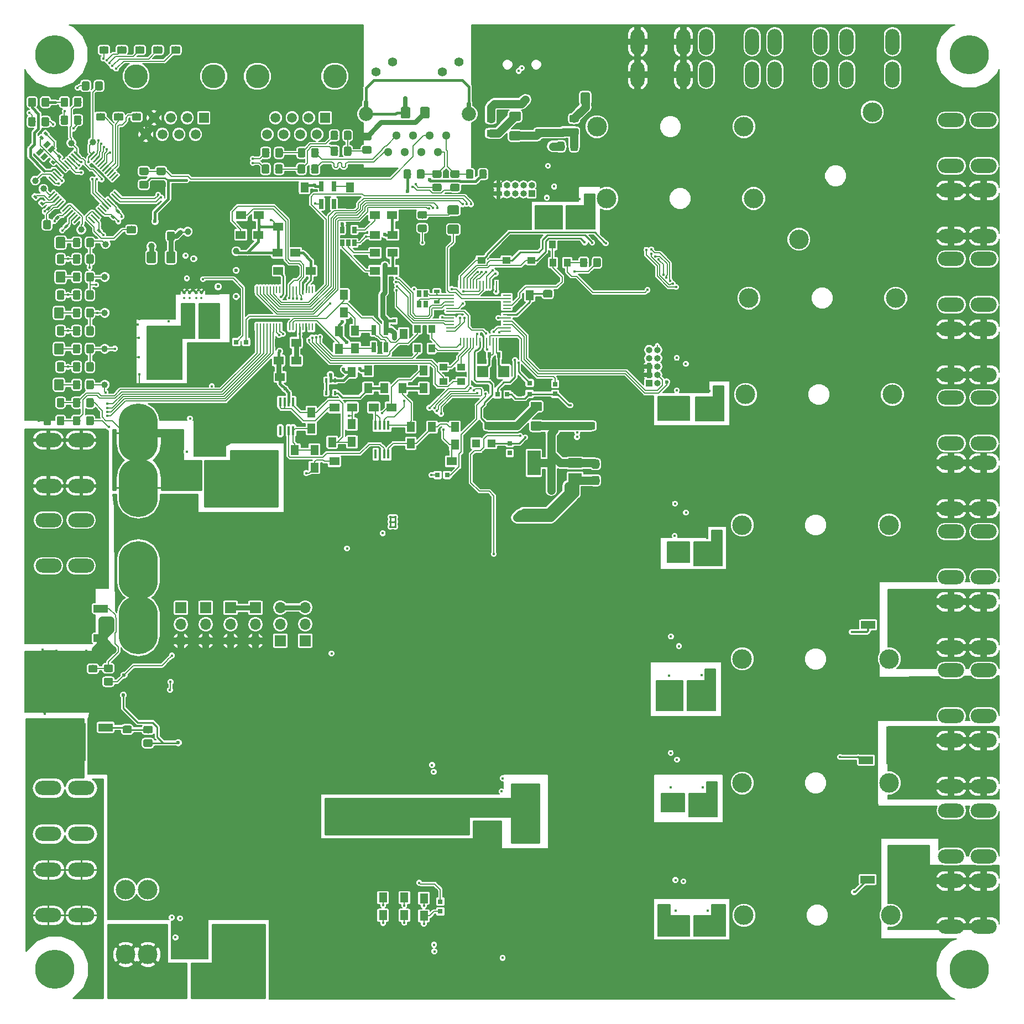
<source format=gbr>
G04 #@! TF.GenerationSoftware,KiCad,Pcbnew,(5.0.2)-1*
G04 #@! TF.CreationDate,2019-05-17T00:02:45-02:30*
G04 #@! TF.ProjectId,LVDC Distribution,4c564443-2044-4697-9374-726962757469,rev?*
G04 #@! TF.SameCoordinates,Original*
G04 #@! TF.FileFunction,Copper,L4,Bot*
G04 #@! TF.FilePolarity,Positive*
%FSLAX46Y46*%
G04 Gerber Fmt 4.6, Leading zero omitted, Abs format (unit mm)*
G04 Created by KiCad (PCBNEW (5.0.2)-1) date 5/17/2019 12:02:45 AM*
%MOMM*%
%LPD*%
G01*
G04 APERTURE LIST*
G04 #@! TA.AperFunction,ComponentPad*
%ADD10O,6.000000X9.000000*%
G04 #@! TD*
G04 #@! TA.AperFunction,SMDPad,CuDef*
%ADD11R,0.700000X1.000000*%
G04 #@! TD*
G04 #@! TA.AperFunction,ComponentPad*
%ADD12O,4.000000X2.150000*%
G04 #@! TD*
G04 #@! TA.AperFunction,ComponentPad*
%ADD13O,2.150000X4.000000*%
G04 #@! TD*
G04 #@! TA.AperFunction,BGAPad,CuDef*
%ADD14C,1.000000*%
G04 #@! TD*
G04 #@! TA.AperFunction,SMDPad,CuDef*
%ADD15R,1.500000X1.300000*%
G04 #@! TD*
G04 #@! TA.AperFunction,Conductor*
%ADD16C,0.100000*%
G04 #@! TD*
G04 #@! TA.AperFunction,SMDPad,CuDef*
%ADD17C,1.150000*%
G04 #@! TD*
G04 #@! TA.AperFunction,SMDPad,CuDef*
%ADD18C,1.425000*%
G04 #@! TD*
G04 #@! TA.AperFunction,ComponentPad*
%ADD19C,1.408000*%
G04 #@! TD*
G04 #@! TA.AperFunction,ComponentPad*
%ADD20C,2.184400*%
G04 #@! TD*
G04 #@! TA.AperFunction,ComponentPad*
%ADD21C,1.300000*%
G04 #@! TD*
G04 #@! TA.AperFunction,SMDPad,CuDef*
%ADD22R,1.300000X0.250000*%
G04 #@! TD*
G04 #@! TA.AperFunction,SMDPad,CuDef*
%ADD23R,0.250000X1.300000*%
G04 #@! TD*
G04 #@! TA.AperFunction,SMDPad,CuDef*
%ADD24R,1.750000X1.800000*%
G04 #@! TD*
G04 #@! TA.AperFunction,SMDPad,CuDef*
%ADD25C,0.700000*%
G04 #@! TD*
G04 #@! TA.AperFunction,ComponentPad*
%ADD26O,1.000000X1.000000*%
G04 #@! TD*
G04 #@! TA.AperFunction,ComponentPad*
%ADD27R,1.000000X1.000000*%
G04 #@! TD*
G04 #@! TA.AperFunction,ComponentPad*
%ADD28C,0.350000*%
G04 #@! TD*
G04 #@! TA.AperFunction,ComponentPad*
%ADD29C,6.000000*%
G04 #@! TD*
G04 #@! TA.AperFunction,SMDPad,CuDef*
%ADD30R,1.250000X1.500000*%
G04 #@! TD*
G04 #@! TA.AperFunction,SMDPad,CuDef*
%ADD31R,1.500000X1.250000*%
G04 #@! TD*
G04 #@! TA.AperFunction,SMDPad,CuDef*
%ADD32R,1.300000X1.500000*%
G04 #@! TD*
G04 #@! TA.AperFunction,SMDPad,CuDef*
%ADD33R,0.650000X1.560000*%
G04 #@! TD*
G04 #@! TA.AperFunction,SMDPad,CuDef*
%ADD34R,0.285000X1.100000*%
G04 #@! TD*
G04 #@! TA.AperFunction,SMDPad,CuDef*
%ADD35R,0.450000X1.450000*%
G04 #@! TD*
G04 #@! TA.AperFunction,SMDPad,CuDef*
%ADD36R,0.900000X0.500000*%
G04 #@! TD*
G04 #@! TA.AperFunction,SMDPad,CuDef*
%ADD37R,1.000000X1.250000*%
G04 #@! TD*
G04 #@! TA.AperFunction,SMDPad,CuDef*
%ADD38R,0.400000X0.650000*%
G04 #@! TD*
G04 #@! TA.AperFunction,SMDPad,CuDef*
%ADD39R,1.250000X1.000000*%
G04 #@! TD*
G04 #@! TA.AperFunction,SMDPad,CuDef*
%ADD40R,0.500000X0.900000*%
G04 #@! TD*
G04 #@! TA.AperFunction,ComponentPad*
%ADD41C,1.500000*%
G04 #@! TD*
G04 #@! TA.AperFunction,ComponentPad*
%ADD42R,1.500000X1.500000*%
G04 #@! TD*
G04 #@! TA.AperFunction,WasherPad*
%ADD43C,3.650000*%
G04 #@! TD*
G04 #@! TA.AperFunction,SMDPad,CuDef*
%ADD44C,0.400000*%
G04 #@! TD*
G04 #@! TA.AperFunction,SMDPad,CuDef*
%ADD45R,0.800000X0.750000*%
G04 #@! TD*
G04 #@! TA.AperFunction,ComponentPad*
%ADD46O,1.700000X1.700000*%
G04 #@! TD*
G04 #@! TA.AperFunction,ComponentPad*
%ADD47R,1.700000X1.700000*%
G04 #@! TD*
G04 #@! TA.AperFunction,SMDPad,CuDef*
%ADD48R,3.050000X2.750000*%
G04 #@! TD*
G04 #@! TA.AperFunction,SMDPad,CuDef*
%ADD49R,6.400000X5.800000*%
G04 #@! TD*
G04 #@! TA.AperFunction,SMDPad,CuDef*
%ADD50R,2.200000X1.200000*%
G04 #@! TD*
G04 #@! TA.AperFunction,SMDPad,CuDef*
%ADD51R,0.750000X0.800000*%
G04 #@! TD*
G04 #@! TA.AperFunction,SMDPad,CuDef*
%ADD52R,1.300000X1.300000*%
G04 #@! TD*
G04 #@! TA.AperFunction,SMDPad,CuDef*
%ADD53R,2.000000X1.300000*%
G04 #@! TD*
G04 #@! TA.AperFunction,SMDPad,CuDef*
%ADD54C,0.250000*%
G04 #@! TD*
G04 #@! TA.AperFunction,SMDPad,CuDef*
%ADD55R,0.500000X0.600000*%
G04 #@! TD*
G04 #@! TA.AperFunction,ComponentPad*
%ADD56C,3.000000*%
G04 #@! TD*
G04 #@! TA.AperFunction,SMDPad,CuDef*
%ADD57R,2.000000X1.500000*%
G04 #@! TD*
G04 #@! TA.AperFunction,SMDPad,CuDef*
%ADD58R,2.000000X3.800000*%
G04 #@! TD*
G04 #@! TA.AperFunction,ViaPad*
%ADD59C,0.400000*%
G04 #@! TD*
G04 #@! TA.AperFunction,ViaPad*
%ADD60C,0.600000*%
G04 #@! TD*
G04 #@! TA.AperFunction,ViaPad*
%ADD61C,1.000000*%
G04 #@! TD*
G04 #@! TA.AperFunction,ViaPad*
%ADD62C,0.800000*%
G04 #@! TD*
G04 #@! TA.AperFunction,Conductor*
%ADD63C,0.250000*%
G04 #@! TD*
G04 #@! TA.AperFunction,Conductor*
%ADD64C,0.304800*%
G04 #@! TD*
G04 #@! TA.AperFunction,Conductor*
%ADD65C,1.270000*%
G04 #@! TD*
G04 #@! TA.AperFunction,Conductor*
%ADD66C,0.152400*%
G04 #@! TD*
G04 #@! TA.AperFunction,Conductor*
%ADD67C,0.635000*%
G04 #@! TD*
G04 #@! TA.AperFunction,Conductor*
%ADD68C,0.406400*%
G04 #@! TD*
G04 #@! TA.AperFunction,Conductor*
%ADD69C,0.762000*%
G04 #@! TD*
G04 #@! TA.AperFunction,Conductor*
%ADD70C,0.200000*%
G04 #@! TD*
G04 #@! TA.AperFunction,Conductor*
%ADD71C,0.254000*%
G04 #@! TD*
G04 #@! TA.AperFunction,Conductor*
%ADD72C,0.150000*%
G04 #@! TD*
G04 #@! TA.AperFunction,Conductor*
%ADD73C,0.154000*%
G04 #@! TD*
G04 APERTURE END LIST*
D10*
G04 #@! TO.P,F201,2*
G04 #@! TO.N,Net-(F201-Pad2)*
X67775000Y-83950000D03*
X67775000Y-92280000D03*
G04 #@! TO.P,F201,1*
G04 #@! TO.N,LPBAT_Voltage*
X67775000Y-62920000D03*
X67775000Y-71250000D03*
G04 #@! TD*
D11*
G04 #@! TO.P,Y1,1*
G04 #@! TO.N,Net-(C20-Pad2)*
X111775000Y-41600000D03*
G04 #@! TO.P,Y1,2*
G04 #@! TO.N,Net-(C19-Pad2)*
X110775000Y-43200000D03*
G04 #@! TO.P,Y1,*
G04 #@! TO.N,*
X110775000Y-41600000D03*
X111775000Y-43200000D03*
G04 #@! TD*
D12*
G04 #@! TO.P,J201,1*
G04 #@! TO.N,Net-(D201-Pad1)*
X54005000Y-64000000D03*
X54005000Y-71000000D03*
X59005000Y-71000000D03*
X59005000Y-64000000D03*
G04 #@! TD*
G04 #@! TO.P,J202,1*
G04 #@! TO.N,Net-(F202-Pad2)*
X53995000Y-117250000D03*
X53995000Y-124250000D03*
X58995000Y-124250000D03*
X58995000Y-117250000D03*
G04 #@! TD*
G04 #@! TO.P,J203,1*
G04 #@! TO.N,Net-(D202-Pad1)*
X53995000Y-129750000D03*
X53995000Y-136750000D03*
X58995000Y-136750000D03*
X58995000Y-129750000D03*
G04 #@! TD*
G04 #@! TO.P,J204,1*
G04 #@! TO.N,Net-(F201-Pad2)*
X54005000Y-76250000D03*
X54005000Y-83250000D03*
X59005000Y-83250000D03*
X59005000Y-76250000D03*
G04 #@! TD*
D13*
G04 #@! TO.P,J301,1*
G04 #@! TO.N,Net-(F309-Pad1)*
X183250000Y-2995000D03*
X176250000Y-2995000D03*
X176250000Y-7995000D03*
X183250000Y-7995000D03*
G04 #@! TD*
G04 #@! TO.P,J302,1*
G04 #@! TO.N,Net-(F305-Pad1)*
X172250000Y-2995000D03*
X165250000Y-2995000D03*
X165250000Y-7995000D03*
X172250000Y-7995000D03*
G04 #@! TD*
G04 #@! TO.P,J303,1*
G04 #@! TO.N,Net-(F306-Pad1)*
X161750000Y-2995000D03*
X154750000Y-2995000D03*
X154750000Y-7995000D03*
X161750000Y-7995000D03*
G04 #@! TD*
G04 #@! TO.P,J304,1*
G04 #@! TO.N,GND*
X151250000Y-2995000D03*
X144250000Y-2995000D03*
X144250000Y-7995000D03*
X151250000Y-7995000D03*
G04 #@! TD*
D12*
G04 #@! TO.P,J305,1*
G04 #@! TO.N,Net-(F302-Pad1)*
X197250000Y-64500000D03*
X197250000Y-57500000D03*
X192250000Y-57500000D03*
X192250000Y-64500000D03*
G04 #@! TD*
G04 #@! TO.P,J306,1*
G04 #@! TO.N,GND*
X197250000Y-74500000D03*
X197250000Y-67500000D03*
X192250000Y-67500000D03*
X192250000Y-74500000D03*
G04 #@! TD*
G04 #@! TO.P,J307,1*
G04 #@! TO.N,Net-(F304-Pad1)*
X197250000Y-127750000D03*
X197250000Y-120750000D03*
X192250000Y-120750000D03*
X192250000Y-127750000D03*
G04 #@! TD*
G04 #@! TO.P,J308,1*
G04 #@! TO.N,Net-(J308-Pad1)*
X197250000Y-138500000D03*
X197250000Y-131500000D03*
X192250000Y-131500000D03*
X192250000Y-138500000D03*
G04 #@! TD*
G04 #@! TO.P,J309,1*
G04 #@! TO.N,Net-(F303-Pad1)*
X197250000Y-106250000D03*
X197250000Y-99250000D03*
X192250000Y-99250000D03*
X192250000Y-106250000D03*
G04 #@! TD*
G04 #@! TO.P,J310,1*
G04 #@! TO.N,Net-(J310-Pad1)*
X197250000Y-117000000D03*
X197250000Y-110000000D03*
X192250000Y-110000000D03*
X192250000Y-117000000D03*
G04 #@! TD*
G04 #@! TO.P,J311,1*
G04 #@! TO.N,Net-(F310-Pad1)*
X192250000Y-36250000D03*
X192250000Y-43250000D03*
X197250000Y-43250000D03*
X197250000Y-36250000D03*
G04 #@! TD*
G04 #@! TO.P,J312,1*
G04 #@! TO.N,GND*
X192250000Y-47000000D03*
X192250000Y-54000000D03*
X197250000Y-54000000D03*
X197250000Y-47000000D03*
G04 #@! TD*
G04 #@! TO.P,J313,1*
G04 #@! TO.N,Net-(F308-Pad1)*
X197250000Y-85000000D03*
X197250000Y-78000000D03*
X192250000Y-78000000D03*
X192250000Y-85000000D03*
G04 #@! TD*
G04 #@! TO.P,J314,1*
G04 #@! TO.N,Net-(J314-Pad1)*
X197250000Y-95750000D03*
X197250000Y-88750000D03*
X192250000Y-88750000D03*
X192250000Y-95750000D03*
G04 #@! TD*
G04 #@! TO.P,J315,1*
G04 #@! TO.N,Net-(F307-Pad1)*
X192250000Y-15000000D03*
X192250000Y-22000000D03*
X197250000Y-22000000D03*
X197250000Y-15000000D03*
G04 #@! TD*
G04 #@! TO.P,J316,1*
G04 #@! TO.N,GND*
X192250000Y-25750000D03*
X192250000Y-32750000D03*
X197250000Y-32750000D03*
X197250000Y-25750000D03*
G04 #@! TD*
D14*
G04 #@! TO.P,TP601,1*
G04 #@! TO.N,/Wiznet Ethernet/DUP_LED_NC*
X52000000Y-24250000D03*
G04 #@! TD*
D15*
G04 #@! TO.P,R1006,1*
G04 #@! TO.N,/SAMD21uC/ADC_Sensors/Thermocouple/OUT2*
X103800000Y-59000000D03*
G04 #@! TO.P,R1006,2*
G04 #@! TO.N,Net-(J1001-Pad1)*
X106500000Y-59000000D03*
G04 #@! TD*
D16*
G04 #@! TO.N,+3V3*
G04 #@! TO.C,C501*
G36*
X137484505Y-61236204D02*
X137508773Y-61239804D01*
X137532572Y-61245765D01*
X137555671Y-61254030D01*
X137577850Y-61264520D01*
X137598893Y-61277132D01*
X137618599Y-61291747D01*
X137636777Y-61308223D01*
X137653253Y-61326401D01*
X137667868Y-61346107D01*
X137680480Y-61367150D01*
X137690970Y-61389329D01*
X137699235Y-61412428D01*
X137705196Y-61436227D01*
X137708796Y-61460495D01*
X137710000Y-61484999D01*
X137710000Y-62135001D01*
X137708796Y-62159505D01*
X137705196Y-62183773D01*
X137699235Y-62207572D01*
X137690970Y-62230671D01*
X137680480Y-62252850D01*
X137667868Y-62273893D01*
X137653253Y-62293599D01*
X137636777Y-62311777D01*
X137618599Y-62328253D01*
X137598893Y-62342868D01*
X137577850Y-62355480D01*
X137555671Y-62365970D01*
X137532572Y-62374235D01*
X137508773Y-62380196D01*
X137484505Y-62383796D01*
X137460001Y-62385000D01*
X136559999Y-62385000D01*
X136535495Y-62383796D01*
X136511227Y-62380196D01*
X136487428Y-62374235D01*
X136464329Y-62365970D01*
X136442150Y-62355480D01*
X136421107Y-62342868D01*
X136401401Y-62328253D01*
X136383223Y-62311777D01*
X136366747Y-62293599D01*
X136352132Y-62273893D01*
X136339520Y-62252850D01*
X136329030Y-62230671D01*
X136320765Y-62207572D01*
X136314804Y-62183773D01*
X136311204Y-62159505D01*
X136310000Y-62135001D01*
X136310000Y-61484999D01*
X136311204Y-61460495D01*
X136314804Y-61436227D01*
X136320765Y-61412428D01*
X136329030Y-61389329D01*
X136339520Y-61367150D01*
X136352132Y-61346107D01*
X136366747Y-61326401D01*
X136383223Y-61308223D01*
X136401401Y-61291747D01*
X136421107Y-61277132D01*
X136442150Y-61264520D01*
X136464329Y-61254030D01*
X136487428Y-61245765D01*
X136511227Y-61239804D01*
X136535495Y-61236204D01*
X136559999Y-61235000D01*
X137460001Y-61235000D01*
X137484505Y-61236204D01*
X137484505Y-61236204D01*
G37*
D17*
G04 #@! TD*
G04 #@! TO.P,C501,1*
G04 #@! TO.N,+3V3*
X137010000Y-61810000D03*
D16*
G04 #@! TO.N,GND*
G04 #@! TO.C,C501*
G36*
X137484505Y-59186204D02*
X137508773Y-59189804D01*
X137532572Y-59195765D01*
X137555671Y-59204030D01*
X137577850Y-59214520D01*
X137598893Y-59227132D01*
X137618599Y-59241747D01*
X137636777Y-59258223D01*
X137653253Y-59276401D01*
X137667868Y-59296107D01*
X137680480Y-59317150D01*
X137690970Y-59339329D01*
X137699235Y-59362428D01*
X137705196Y-59386227D01*
X137708796Y-59410495D01*
X137710000Y-59434999D01*
X137710000Y-60085001D01*
X137708796Y-60109505D01*
X137705196Y-60133773D01*
X137699235Y-60157572D01*
X137690970Y-60180671D01*
X137680480Y-60202850D01*
X137667868Y-60223893D01*
X137653253Y-60243599D01*
X137636777Y-60261777D01*
X137618599Y-60278253D01*
X137598893Y-60292868D01*
X137577850Y-60305480D01*
X137555671Y-60315970D01*
X137532572Y-60324235D01*
X137508773Y-60330196D01*
X137484505Y-60333796D01*
X137460001Y-60335000D01*
X136559999Y-60335000D01*
X136535495Y-60333796D01*
X136511227Y-60330196D01*
X136487428Y-60324235D01*
X136464329Y-60315970D01*
X136442150Y-60305480D01*
X136421107Y-60292868D01*
X136401401Y-60278253D01*
X136383223Y-60261777D01*
X136366747Y-60243599D01*
X136352132Y-60223893D01*
X136339520Y-60202850D01*
X136329030Y-60180671D01*
X136320765Y-60157572D01*
X136314804Y-60133773D01*
X136311204Y-60109505D01*
X136310000Y-60085001D01*
X136310000Y-59434999D01*
X136311204Y-59410495D01*
X136314804Y-59386227D01*
X136320765Y-59362428D01*
X136329030Y-59339329D01*
X136339520Y-59317150D01*
X136352132Y-59296107D01*
X136366747Y-59276401D01*
X136383223Y-59258223D01*
X136401401Y-59241747D01*
X136421107Y-59227132D01*
X136442150Y-59214520D01*
X136464329Y-59204030D01*
X136487428Y-59195765D01*
X136511227Y-59189804D01*
X136535495Y-59186204D01*
X136559999Y-59185000D01*
X137460001Y-59185000D01*
X137484505Y-59186204D01*
X137484505Y-59186204D01*
G37*
D17*
G04 #@! TD*
G04 #@! TO.P,C501,2*
G04 #@! TO.N,GND*
X137010000Y-59760000D03*
D16*
G04 #@! TO.N,GND*
G04 #@! TO.C,C502*
G36*
X134934505Y-59186204D02*
X134958773Y-59189804D01*
X134982572Y-59195765D01*
X135005671Y-59204030D01*
X135027850Y-59214520D01*
X135048893Y-59227132D01*
X135068599Y-59241747D01*
X135086777Y-59258223D01*
X135103253Y-59276401D01*
X135117868Y-59296107D01*
X135130480Y-59317150D01*
X135140970Y-59339329D01*
X135149235Y-59362428D01*
X135155196Y-59386227D01*
X135158796Y-59410495D01*
X135160000Y-59434999D01*
X135160000Y-60085001D01*
X135158796Y-60109505D01*
X135155196Y-60133773D01*
X135149235Y-60157572D01*
X135140970Y-60180671D01*
X135130480Y-60202850D01*
X135117868Y-60223893D01*
X135103253Y-60243599D01*
X135086777Y-60261777D01*
X135068599Y-60278253D01*
X135048893Y-60292868D01*
X135027850Y-60305480D01*
X135005671Y-60315970D01*
X134982572Y-60324235D01*
X134958773Y-60330196D01*
X134934505Y-60333796D01*
X134910001Y-60335000D01*
X134009999Y-60335000D01*
X133985495Y-60333796D01*
X133961227Y-60330196D01*
X133937428Y-60324235D01*
X133914329Y-60315970D01*
X133892150Y-60305480D01*
X133871107Y-60292868D01*
X133851401Y-60278253D01*
X133833223Y-60261777D01*
X133816747Y-60243599D01*
X133802132Y-60223893D01*
X133789520Y-60202850D01*
X133779030Y-60180671D01*
X133770765Y-60157572D01*
X133764804Y-60133773D01*
X133761204Y-60109505D01*
X133760000Y-60085001D01*
X133760000Y-59434999D01*
X133761204Y-59410495D01*
X133764804Y-59386227D01*
X133770765Y-59362428D01*
X133779030Y-59339329D01*
X133789520Y-59317150D01*
X133802132Y-59296107D01*
X133816747Y-59276401D01*
X133833223Y-59258223D01*
X133851401Y-59241747D01*
X133871107Y-59227132D01*
X133892150Y-59214520D01*
X133914329Y-59204030D01*
X133937428Y-59195765D01*
X133961227Y-59189804D01*
X133985495Y-59186204D01*
X134009999Y-59185000D01*
X134910001Y-59185000D01*
X134934505Y-59186204D01*
X134934505Y-59186204D01*
G37*
D17*
G04 #@! TD*
G04 #@! TO.P,C502,2*
G04 #@! TO.N,GND*
X134460000Y-59760000D03*
D16*
G04 #@! TO.N,+3V3*
G04 #@! TO.C,C502*
G36*
X134934505Y-61236204D02*
X134958773Y-61239804D01*
X134982572Y-61245765D01*
X135005671Y-61254030D01*
X135027850Y-61264520D01*
X135048893Y-61277132D01*
X135068599Y-61291747D01*
X135086777Y-61308223D01*
X135103253Y-61326401D01*
X135117868Y-61346107D01*
X135130480Y-61367150D01*
X135140970Y-61389329D01*
X135149235Y-61412428D01*
X135155196Y-61436227D01*
X135158796Y-61460495D01*
X135160000Y-61484999D01*
X135160000Y-62135001D01*
X135158796Y-62159505D01*
X135155196Y-62183773D01*
X135149235Y-62207572D01*
X135140970Y-62230671D01*
X135130480Y-62252850D01*
X135117868Y-62273893D01*
X135103253Y-62293599D01*
X135086777Y-62311777D01*
X135068599Y-62328253D01*
X135048893Y-62342868D01*
X135027850Y-62355480D01*
X135005671Y-62365970D01*
X134982572Y-62374235D01*
X134958773Y-62380196D01*
X134934505Y-62383796D01*
X134910001Y-62385000D01*
X134009999Y-62385000D01*
X133985495Y-62383796D01*
X133961227Y-62380196D01*
X133937428Y-62374235D01*
X133914329Y-62365970D01*
X133892150Y-62355480D01*
X133871107Y-62342868D01*
X133851401Y-62328253D01*
X133833223Y-62311777D01*
X133816747Y-62293599D01*
X133802132Y-62273893D01*
X133789520Y-62252850D01*
X133779030Y-62230671D01*
X133770765Y-62207572D01*
X133764804Y-62183773D01*
X133761204Y-62159505D01*
X133760000Y-62135001D01*
X133760000Y-61484999D01*
X133761204Y-61460495D01*
X133764804Y-61436227D01*
X133770765Y-61412428D01*
X133779030Y-61389329D01*
X133789520Y-61367150D01*
X133802132Y-61346107D01*
X133816747Y-61326401D01*
X133833223Y-61308223D01*
X133851401Y-61291747D01*
X133871107Y-61277132D01*
X133892150Y-61264520D01*
X133914329Y-61254030D01*
X133937428Y-61245765D01*
X133961227Y-61239804D01*
X133985495Y-61236204D01*
X134009999Y-61235000D01*
X134910001Y-61235000D01*
X134934505Y-61236204D01*
X134934505Y-61236204D01*
G37*
D17*
G04 #@! TD*
G04 #@! TO.P,C502,1*
G04 #@! TO.N,+3V3*
X134460000Y-61810000D03*
D16*
G04 #@! TO.N,+3V3*
G04 #@! TO.C,C503*
G36*
X131934505Y-61236204D02*
X131958773Y-61239804D01*
X131982572Y-61245765D01*
X132005671Y-61254030D01*
X132027850Y-61264520D01*
X132048893Y-61277132D01*
X132068599Y-61291747D01*
X132086777Y-61308223D01*
X132103253Y-61326401D01*
X132117868Y-61346107D01*
X132130480Y-61367150D01*
X132140970Y-61389329D01*
X132149235Y-61412428D01*
X132155196Y-61436227D01*
X132158796Y-61460495D01*
X132160000Y-61484999D01*
X132160000Y-62135001D01*
X132158796Y-62159505D01*
X132155196Y-62183773D01*
X132149235Y-62207572D01*
X132140970Y-62230671D01*
X132130480Y-62252850D01*
X132117868Y-62273893D01*
X132103253Y-62293599D01*
X132086777Y-62311777D01*
X132068599Y-62328253D01*
X132048893Y-62342868D01*
X132027850Y-62355480D01*
X132005671Y-62365970D01*
X131982572Y-62374235D01*
X131958773Y-62380196D01*
X131934505Y-62383796D01*
X131910001Y-62385000D01*
X131009999Y-62385000D01*
X130985495Y-62383796D01*
X130961227Y-62380196D01*
X130937428Y-62374235D01*
X130914329Y-62365970D01*
X130892150Y-62355480D01*
X130871107Y-62342868D01*
X130851401Y-62328253D01*
X130833223Y-62311777D01*
X130816747Y-62293599D01*
X130802132Y-62273893D01*
X130789520Y-62252850D01*
X130779030Y-62230671D01*
X130770765Y-62207572D01*
X130764804Y-62183773D01*
X130761204Y-62159505D01*
X130760000Y-62135001D01*
X130760000Y-61484999D01*
X130761204Y-61460495D01*
X130764804Y-61436227D01*
X130770765Y-61412428D01*
X130779030Y-61389329D01*
X130789520Y-61367150D01*
X130802132Y-61346107D01*
X130816747Y-61326401D01*
X130833223Y-61308223D01*
X130851401Y-61291747D01*
X130871107Y-61277132D01*
X130892150Y-61264520D01*
X130914329Y-61254030D01*
X130937428Y-61245765D01*
X130961227Y-61239804D01*
X130985495Y-61236204D01*
X131009999Y-61235000D01*
X131910001Y-61235000D01*
X131934505Y-61236204D01*
X131934505Y-61236204D01*
G37*
D17*
G04 #@! TD*
G04 #@! TO.P,C503,1*
G04 #@! TO.N,+3V3*
X131460000Y-61810000D03*
D16*
G04 #@! TO.N,GND*
G04 #@! TO.C,C503*
G36*
X131934505Y-59186204D02*
X131958773Y-59189804D01*
X131982572Y-59195765D01*
X132005671Y-59204030D01*
X132027850Y-59214520D01*
X132048893Y-59227132D01*
X132068599Y-59241747D01*
X132086777Y-59258223D01*
X132103253Y-59276401D01*
X132117868Y-59296107D01*
X132130480Y-59317150D01*
X132140970Y-59339329D01*
X132149235Y-59362428D01*
X132155196Y-59386227D01*
X132158796Y-59410495D01*
X132160000Y-59434999D01*
X132160000Y-60085001D01*
X132158796Y-60109505D01*
X132155196Y-60133773D01*
X132149235Y-60157572D01*
X132140970Y-60180671D01*
X132130480Y-60202850D01*
X132117868Y-60223893D01*
X132103253Y-60243599D01*
X132086777Y-60261777D01*
X132068599Y-60278253D01*
X132048893Y-60292868D01*
X132027850Y-60305480D01*
X132005671Y-60315970D01*
X131982572Y-60324235D01*
X131958773Y-60330196D01*
X131934505Y-60333796D01*
X131910001Y-60335000D01*
X131009999Y-60335000D01*
X130985495Y-60333796D01*
X130961227Y-60330196D01*
X130937428Y-60324235D01*
X130914329Y-60315970D01*
X130892150Y-60305480D01*
X130871107Y-60292868D01*
X130851401Y-60278253D01*
X130833223Y-60261777D01*
X130816747Y-60243599D01*
X130802132Y-60223893D01*
X130789520Y-60202850D01*
X130779030Y-60180671D01*
X130770765Y-60157572D01*
X130764804Y-60133773D01*
X130761204Y-60109505D01*
X130760000Y-60085001D01*
X130760000Y-59434999D01*
X130761204Y-59410495D01*
X130764804Y-59386227D01*
X130770765Y-59362428D01*
X130779030Y-59339329D01*
X130789520Y-59317150D01*
X130802132Y-59296107D01*
X130816747Y-59276401D01*
X130833223Y-59258223D01*
X130851401Y-59241747D01*
X130871107Y-59227132D01*
X130892150Y-59214520D01*
X130914329Y-59204030D01*
X130937428Y-59195765D01*
X130961227Y-59189804D01*
X130985495Y-59186204D01*
X131009999Y-59185000D01*
X131910001Y-59185000D01*
X131934505Y-59186204D01*
X131934505Y-59186204D01*
G37*
D17*
G04 #@! TD*
G04 #@! TO.P,C503,2*
G04 #@! TO.N,GND*
X131460000Y-59760000D03*
D16*
G04 #@! TO.N,/Power Conversion/USB5V*
G04 #@! TO.C,C504*
G36*
X129688160Y-16342601D02*
X129712428Y-16346201D01*
X129736227Y-16352162D01*
X129759326Y-16360427D01*
X129781505Y-16370917D01*
X129802548Y-16383529D01*
X129822254Y-16398144D01*
X129840432Y-16414620D01*
X129856908Y-16432798D01*
X129871523Y-16452504D01*
X129884135Y-16473547D01*
X129894625Y-16495726D01*
X129902890Y-16518825D01*
X129908851Y-16542624D01*
X129912451Y-16566892D01*
X129913655Y-16591396D01*
X129913655Y-17241398D01*
X129912451Y-17265902D01*
X129908851Y-17290170D01*
X129902890Y-17313969D01*
X129894625Y-17337068D01*
X129884135Y-17359247D01*
X129871523Y-17380290D01*
X129856908Y-17399996D01*
X129840432Y-17418174D01*
X129822254Y-17434650D01*
X129802548Y-17449265D01*
X129781505Y-17461877D01*
X129759326Y-17472367D01*
X129736227Y-17480632D01*
X129712428Y-17486593D01*
X129688160Y-17490193D01*
X129663656Y-17491397D01*
X128763654Y-17491397D01*
X128739150Y-17490193D01*
X128714882Y-17486593D01*
X128691083Y-17480632D01*
X128667984Y-17472367D01*
X128645805Y-17461877D01*
X128624762Y-17449265D01*
X128605056Y-17434650D01*
X128586878Y-17418174D01*
X128570402Y-17399996D01*
X128555787Y-17380290D01*
X128543175Y-17359247D01*
X128532685Y-17337068D01*
X128524420Y-17313969D01*
X128518459Y-17290170D01*
X128514859Y-17265902D01*
X128513655Y-17241398D01*
X128513655Y-16591396D01*
X128514859Y-16566892D01*
X128518459Y-16542624D01*
X128524420Y-16518825D01*
X128532685Y-16495726D01*
X128543175Y-16473547D01*
X128555787Y-16452504D01*
X128570402Y-16432798D01*
X128586878Y-16414620D01*
X128605056Y-16398144D01*
X128624762Y-16383529D01*
X128645805Y-16370917D01*
X128667984Y-16360427D01*
X128691083Y-16352162D01*
X128714882Y-16346201D01*
X128739150Y-16342601D01*
X128763654Y-16341397D01*
X129663656Y-16341397D01*
X129688160Y-16342601D01*
X129688160Y-16342601D01*
G37*
D17*
G04 #@! TD*
G04 #@! TO.P,C504,1*
G04 #@! TO.N,/Power Conversion/USB5V*
X129213655Y-16916397D03*
D16*
G04 #@! TO.N,GND*
G04 #@! TO.C,C504*
G36*
X129688160Y-14292601D02*
X129712428Y-14296201D01*
X129736227Y-14302162D01*
X129759326Y-14310427D01*
X129781505Y-14320917D01*
X129802548Y-14333529D01*
X129822254Y-14348144D01*
X129840432Y-14364620D01*
X129856908Y-14382798D01*
X129871523Y-14402504D01*
X129884135Y-14423547D01*
X129894625Y-14445726D01*
X129902890Y-14468825D01*
X129908851Y-14492624D01*
X129912451Y-14516892D01*
X129913655Y-14541396D01*
X129913655Y-15191398D01*
X129912451Y-15215902D01*
X129908851Y-15240170D01*
X129902890Y-15263969D01*
X129894625Y-15287068D01*
X129884135Y-15309247D01*
X129871523Y-15330290D01*
X129856908Y-15349996D01*
X129840432Y-15368174D01*
X129822254Y-15384650D01*
X129802548Y-15399265D01*
X129781505Y-15411877D01*
X129759326Y-15422367D01*
X129736227Y-15430632D01*
X129712428Y-15436593D01*
X129688160Y-15440193D01*
X129663656Y-15441397D01*
X128763654Y-15441397D01*
X128739150Y-15440193D01*
X128714882Y-15436593D01*
X128691083Y-15430632D01*
X128667984Y-15422367D01*
X128645805Y-15411877D01*
X128624762Y-15399265D01*
X128605056Y-15384650D01*
X128586878Y-15368174D01*
X128570402Y-15349996D01*
X128555787Y-15330290D01*
X128543175Y-15309247D01*
X128532685Y-15287068D01*
X128524420Y-15263969D01*
X128518459Y-15240170D01*
X128514859Y-15215902D01*
X128513655Y-15191398D01*
X128513655Y-14541396D01*
X128514859Y-14516892D01*
X128518459Y-14492624D01*
X128524420Y-14468825D01*
X128532685Y-14445726D01*
X128543175Y-14423547D01*
X128555787Y-14402504D01*
X128570402Y-14382798D01*
X128586878Y-14364620D01*
X128605056Y-14348144D01*
X128624762Y-14333529D01*
X128645805Y-14320917D01*
X128667984Y-14310427D01*
X128691083Y-14302162D01*
X128714882Y-14296201D01*
X128739150Y-14292601D01*
X128763654Y-14291397D01*
X129663656Y-14291397D01*
X129688160Y-14292601D01*
X129688160Y-14292601D01*
G37*
D17*
G04 #@! TD*
G04 #@! TO.P,C504,2*
G04 #@! TO.N,GND*
X129213655Y-14866397D03*
D16*
G04 #@! TO.N,GND*
G04 #@! TO.C,C505*
G36*
X132224505Y-14292601D02*
X132248773Y-14296201D01*
X132272572Y-14302162D01*
X132295671Y-14310427D01*
X132317850Y-14320917D01*
X132338893Y-14333529D01*
X132358599Y-14348144D01*
X132376777Y-14364620D01*
X132393253Y-14382798D01*
X132407868Y-14402504D01*
X132420480Y-14423547D01*
X132430970Y-14445726D01*
X132439235Y-14468825D01*
X132445196Y-14492624D01*
X132448796Y-14516892D01*
X132450000Y-14541396D01*
X132450000Y-15191398D01*
X132448796Y-15215902D01*
X132445196Y-15240170D01*
X132439235Y-15263969D01*
X132430970Y-15287068D01*
X132420480Y-15309247D01*
X132407868Y-15330290D01*
X132393253Y-15349996D01*
X132376777Y-15368174D01*
X132358599Y-15384650D01*
X132338893Y-15399265D01*
X132317850Y-15411877D01*
X132295671Y-15422367D01*
X132272572Y-15430632D01*
X132248773Y-15436593D01*
X132224505Y-15440193D01*
X132200001Y-15441397D01*
X131299999Y-15441397D01*
X131275495Y-15440193D01*
X131251227Y-15436593D01*
X131227428Y-15430632D01*
X131204329Y-15422367D01*
X131182150Y-15411877D01*
X131161107Y-15399265D01*
X131141401Y-15384650D01*
X131123223Y-15368174D01*
X131106747Y-15349996D01*
X131092132Y-15330290D01*
X131079520Y-15309247D01*
X131069030Y-15287068D01*
X131060765Y-15263969D01*
X131054804Y-15240170D01*
X131051204Y-15215902D01*
X131050000Y-15191398D01*
X131050000Y-14541396D01*
X131051204Y-14516892D01*
X131054804Y-14492624D01*
X131060765Y-14468825D01*
X131069030Y-14445726D01*
X131079520Y-14423547D01*
X131092132Y-14402504D01*
X131106747Y-14382798D01*
X131123223Y-14364620D01*
X131141401Y-14348144D01*
X131161107Y-14333529D01*
X131182150Y-14320917D01*
X131204329Y-14310427D01*
X131227428Y-14302162D01*
X131251227Y-14296201D01*
X131275495Y-14292601D01*
X131299999Y-14291397D01*
X132200001Y-14291397D01*
X132224505Y-14292601D01*
X132224505Y-14292601D01*
G37*
D17*
G04 #@! TD*
G04 #@! TO.P,C505,2*
G04 #@! TO.N,GND*
X131750000Y-14866397D03*
D16*
G04 #@! TO.N,/Power Conversion/USB5V*
G04 #@! TO.C,C505*
G36*
X132224505Y-16342601D02*
X132248773Y-16346201D01*
X132272572Y-16352162D01*
X132295671Y-16360427D01*
X132317850Y-16370917D01*
X132338893Y-16383529D01*
X132358599Y-16398144D01*
X132376777Y-16414620D01*
X132393253Y-16432798D01*
X132407868Y-16452504D01*
X132420480Y-16473547D01*
X132430970Y-16495726D01*
X132439235Y-16518825D01*
X132445196Y-16542624D01*
X132448796Y-16566892D01*
X132450000Y-16591396D01*
X132450000Y-17241398D01*
X132448796Y-17265902D01*
X132445196Y-17290170D01*
X132439235Y-17313969D01*
X132430970Y-17337068D01*
X132420480Y-17359247D01*
X132407868Y-17380290D01*
X132393253Y-17399996D01*
X132376777Y-17418174D01*
X132358599Y-17434650D01*
X132338893Y-17449265D01*
X132317850Y-17461877D01*
X132295671Y-17472367D01*
X132272572Y-17480632D01*
X132248773Y-17486593D01*
X132224505Y-17490193D01*
X132200001Y-17491397D01*
X131299999Y-17491397D01*
X131275495Y-17490193D01*
X131251227Y-17486593D01*
X131227428Y-17480632D01*
X131204329Y-17472367D01*
X131182150Y-17461877D01*
X131161107Y-17449265D01*
X131141401Y-17434650D01*
X131123223Y-17418174D01*
X131106747Y-17399996D01*
X131092132Y-17380290D01*
X131079520Y-17359247D01*
X131069030Y-17337068D01*
X131060765Y-17313969D01*
X131054804Y-17290170D01*
X131051204Y-17265902D01*
X131050000Y-17241398D01*
X131050000Y-16591396D01*
X131051204Y-16566892D01*
X131054804Y-16542624D01*
X131060765Y-16518825D01*
X131069030Y-16495726D01*
X131079520Y-16473547D01*
X131092132Y-16452504D01*
X131106747Y-16432798D01*
X131123223Y-16414620D01*
X131141401Y-16398144D01*
X131161107Y-16383529D01*
X131182150Y-16370917D01*
X131204329Y-16360427D01*
X131227428Y-16352162D01*
X131251227Y-16346201D01*
X131275495Y-16342601D01*
X131299999Y-16341397D01*
X132200001Y-16341397D01*
X132224505Y-16342601D01*
X132224505Y-16342601D01*
G37*
D17*
G04 #@! TD*
G04 #@! TO.P,C505,1*
G04 #@! TO.N,/Power Conversion/USB5V*
X131750000Y-16916397D03*
D16*
G04 #@! TO.N,3V3_FILT*
G04 #@! TO.C,C506*
G36*
X125184505Y-61236204D02*
X125208773Y-61239804D01*
X125232572Y-61245765D01*
X125255671Y-61254030D01*
X125277850Y-61264520D01*
X125298893Y-61277132D01*
X125318599Y-61291747D01*
X125336777Y-61308223D01*
X125353253Y-61326401D01*
X125367868Y-61346107D01*
X125380480Y-61367150D01*
X125390970Y-61389329D01*
X125399235Y-61412428D01*
X125405196Y-61436227D01*
X125408796Y-61460495D01*
X125410000Y-61484999D01*
X125410000Y-62135001D01*
X125408796Y-62159505D01*
X125405196Y-62183773D01*
X125399235Y-62207572D01*
X125390970Y-62230671D01*
X125380480Y-62252850D01*
X125367868Y-62273893D01*
X125353253Y-62293599D01*
X125336777Y-62311777D01*
X125318599Y-62328253D01*
X125298893Y-62342868D01*
X125277850Y-62355480D01*
X125255671Y-62365970D01*
X125232572Y-62374235D01*
X125208773Y-62380196D01*
X125184505Y-62383796D01*
X125160001Y-62385000D01*
X124259999Y-62385000D01*
X124235495Y-62383796D01*
X124211227Y-62380196D01*
X124187428Y-62374235D01*
X124164329Y-62365970D01*
X124142150Y-62355480D01*
X124121107Y-62342868D01*
X124101401Y-62328253D01*
X124083223Y-62311777D01*
X124066747Y-62293599D01*
X124052132Y-62273893D01*
X124039520Y-62252850D01*
X124029030Y-62230671D01*
X124020765Y-62207572D01*
X124014804Y-62183773D01*
X124011204Y-62159505D01*
X124010000Y-62135001D01*
X124010000Y-61484999D01*
X124011204Y-61460495D01*
X124014804Y-61436227D01*
X124020765Y-61412428D01*
X124029030Y-61389329D01*
X124039520Y-61367150D01*
X124052132Y-61346107D01*
X124066747Y-61326401D01*
X124083223Y-61308223D01*
X124101401Y-61291747D01*
X124121107Y-61277132D01*
X124142150Y-61264520D01*
X124164329Y-61254030D01*
X124187428Y-61245765D01*
X124211227Y-61239804D01*
X124235495Y-61236204D01*
X124259999Y-61235000D01*
X125160001Y-61235000D01*
X125184505Y-61236204D01*
X125184505Y-61236204D01*
G37*
D17*
G04 #@! TD*
G04 #@! TO.P,C506,1*
G04 #@! TO.N,3V3_FILT*
X124710000Y-61810000D03*
D16*
G04 #@! TO.N,GND*
G04 #@! TO.C,C506*
G36*
X125184505Y-59186204D02*
X125208773Y-59189804D01*
X125232572Y-59195765D01*
X125255671Y-59204030D01*
X125277850Y-59214520D01*
X125298893Y-59227132D01*
X125318599Y-59241747D01*
X125336777Y-59258223D01*
X125353253Y-59276401D01*
X125367868Y-59296107D01*
X125380480Y-59317150D01*
X125390970Y-59339329D01*
X125399235Y-59362428D01*
X125405196Y-59386227D01*
X125408796Y-59410495D01*
X125410000Y-59434999D01*
X125410000Y-60085001D01*
X125408796Y-60109505D01*
X125405196Y-60133773D01*
X125399235Y-60157572D01*
X125390970Y-60180671D01*
X125380480Y-60202850D01*
X125367868Y-60223893D01*
X125353253Y-60243599D01*
X125336777Y-60261777D01*
X125318599Y-60278253D01*
X125298893Y-60292868D01*
X125277850Y-60305480D01*
X125255671Y-60315970D01*
X125232572Y-60324235D01*
X125208773Y-60330196D01*
X125184505Y-60333796D01*
X125160001Y-60335000D01*
X124259999Y-60335000D01*
X124235495Y-60333796D01*
X124211227Y-60330196D01*
X124187428Y-60324235D01*
X124164329Y-60315970D01*
X124142150Y-60305480D01*
X124121107Y-60292868D01*
X124101401Y-60278253D01*
X124083223Y-60261777D01*
X124066747Y-60243599D01*
X124052132Y-60223893D01*
X124039520Y-60202850D01*
X124029030Y-60180671D01*
X124020765Y-60157572D01*
X124014804Y-60133773D01*
X124011204Y-60109505D01*
X124010000Y-60085001D01*
X124010000Y-59434999D01*
X124011204Y-59410495D01*
X124014804Y-59386227D01*
X124020765Y-59362428D01*
X124029030Y-59339329D01*
X124039520Y-59317150D01*
X124052132Y-59296107D01*
X124066747Y-59276401D01*
X124083223Y-59258223D01*
X124101401Y-59241747D01*
X124121107Y-59227132D01*
X124142150Y-59214520D01*
X124164329Y-59204030D01*
X124187428Y-59195765D01*
X124211227Y-59189804D01*
X124235495Y-59186204D01*
X124259999Y-59185000D01*
X125160001Y-59185000D01*
X125184505Y-59186204D01*
X125184505Y-59186204D01*
G37*
D17*
G04 #@! TD*
G04 #@! TO.P,C506,2*
G04 #@! TO.N,GND*
X124710000Y-59760000D03*
D16*
G04 #@! TO.N,GND*
G04 #@! TO.C,C507*
G36*
X121934505Y-59186204D02*
X121958773Y-59189804D01*
X121982572Y-59195765D01*
X122005671Y-59204030D01*
X122027850Y-59214520D01*
X122048893Y-59227132D01*
X122068599Y-59241747D01*
X122086777Y-59258223D01*
X122103253Y-59276401D01*
X122117868Y-59296107D01*
X122130480Y-59317150D01*
X122140970Y-59339329D01*
X122149235Y-59362428D01*
X122155196Y-59386227D01*
X122158796Y-59410495D01*
X122160000Y-59434999D01*
X122160000Y-60085001D01*
X122158796Y-60109505D01*
X122155196Y-60133773D01*
X122149235Y-60157572D01*
X122140970Y-60180671D01*
X122130480Y-60202850D01*
X122117868Y-60223893D01*
X122103253Y-60243599D01*
X122086777Y-60261777D01*
X122068599Y-60278253D01*
X122048893Y-60292868D01*
X122027850Y-60305480D01*
X122005671Y-60315970D01*
X121982572Y-60324235D01*
X121958773Y-60330196D01*
X121934505Y-60333796D01*
X121910001Y-60335000D01*
X121009999Y-60335000D01*
X120985495Y-60333796D01*
X120961227Y-60330196D01*
X120937428Y-60324235D01*
X120914329Y-60315970D01*
X120892150Y-60305480D01*
X120871107Y-60292868D01*
X120851401Y-60278253D01*
X120833223Y-60261777D01*
X120816747Y-60243599D01*
X120802132Y-60223893D01*
X120789520Y-60202850D01*
X120779030Y-60180671D01*
X120770765Y-60157572D01*
X120764804Y-60133773D01*
X120761204Y-60109505D01*
X120760000Y-60085001D01*
X120760000Y-59434999D01*
X120761204Y-59410495D01*
X120764804Y-59386227D01*
X120770765Y-59362428D01*
X120779030Y-59339329D01*
X120789520Y-59317150D01*
X120802132Y-59296107D01*
X120816747Y-59276401D01*
X120833223Y-59258223D01*
X120851401Y-59241747D01*
X120871107Y-59227132D01*
X120892150Y-59214520D01*
X120914329Y-59204030D01*
X120937428Y-59195765D01*
X120961227Y-59189804D01*
X120985495Y-59186204D01*
X121009999Y-59185000D01*
X121910001Y-59185000D01*
X121934505Y-59186204D01*
X121934505Y-59186204D01*
G37*
D17*
G04 #@! TD*
G04 #@! TO.P,C507,2*
G04 #@! TO.N,GND*
X121460000Y-59760000D03*
D16*
G04 #@! TO.N,3V3_FILT*
G04 #@! TO.C,C507*
G36*
X121934505Y-61236204D02*
X121958773Y-61239804D01*
X121982572Y-61245765D01*
X122005671Y-61254030D01*
X122027850Y-61264520D01*
X122048893Y-61277132D01*
X122068599Y-61291747D01*
X122086777Y-61308223D01*
X122103253Y-61326401D01*
X122117868Y-61346107D01*
X122130480Y-61367150D01*
X122140970Y-61389329D01*
X122149235Y-61412428D01*
X122155196Y-61436227D01*
X122158796Y-61460495D01*
X122160000Y-61484999D01*
X122160000Y-62135001D01*
X122158796Y-62159505D01*
X122155196Y-62183773D01*
X122149235Y-62207572D01*
X122140970Y-62230671D01*
X122130480Y-62252850D01*
X122117868Y-62273893D01*
X122103253Y-62293599D01*
X122086777Y-62311777D01*
X122068599Y-62328253D01*
X122048893Y-62342868D01*
X122027850Y-62355480D01*
X122005671Y-62365970D01*
X121982572Y-62374235D01*
X121958773Y-62380196D01*
X121934505Y-62383796D01*
X121910001Y-62385000D01*
X121009999Y-62385000D01*
X120985495Y-62383796D01*
X120961227Y-62380196D01*
X120937428Y-62374235D01*
X120914329Y-62365970D01*
X120892150Y-62355480D01*
X120871107Y-62342868D01*
X120851401Y-62328253D01*
X120833223Y-62311777D01*
X120816747Y-62293599D01*
X120802132Y-62273893D01*
X120789520Y-62252850D01*
X120779030Y-62230671D01*
X120770765Y-62207572D01*
X120764804Y-62183773D01*
X120761204Y-62159505D01*
X120760000Y-62135001D01*
X120760000Y-61484999D01*
X120761204Y-61460495D01*
X120764804Y-61436227D01*
X120770765Y-61412428D01*
X120779030Y-61389329D01*
X120789520Y-61367150D01*
X120802132Y-61346107D01*
X120816747Y-61326401D01*
X120833223Y-61308223D01*
X120851401Y-61291747D01*
X120871107Y-61277132D01*
X120892150Y-61264520D01*
X120914329Y-61254030D01*
X120937428Y-61245765D01*
X120961227Y-61239804D01*
X120985495Y-61236204D01*
X121009999Y-61235000D01*
X121910001Y-61235000D01*
X121934505Y-61236204D01*
X121934505Y-61236204D01*
G37*
D17*
G04 #@! TD*
G04 #@! TO.P,C507,1*
G04 #@! TO.N,3V3_FILT*
X121460000Y-61810000D03*
D16*
G04 #@! TO.N,Net-(C17-Pad1)*
G04 #@! TO.C,C510*
G36*
X130934505Y-41011204D02*
X130958773Y-41014804D01*
X130982572Y-41020765D01*
X131005671Y-41029030D01*
X131027850Y-41039520D01*
X131048893Y-41052132D01*
X131068599Y-41066747D01*
X131086777Y-41083223D01*
X131103253Y-41101401D01*
X131117868Y-41121107D01*
X131130480Y-41142150D01*
X131140970Y-41164329D01*
X131149235Y-41187428D01*
X131155196Y-41211227D01*
X131158796Y-41235495D01*
X131160000Y-41259999D01*
X131160000Y-41910001D01*
X131158796Y-41934505D01*
X131155196Y-41958773D01*
X131149235Y-41982572D01*
X131140970Y-42005671D01*
X131130480Y-42027850D01*
X131117868Y-42048893D01*
X131103253Y-42068599D01*
X131086777Y-42086777D01*
X131068599Y-42103253D01*
X131048893Y-42117868D01*
X131027850Y-42130480D01*
X131005671Y-42140970D01*
X130982572Y-42149235D01*
X130958773Y-42155196D01*
X130934505Y-42158796D01*
X130910001Y-42160000D01*
X130009999Y-42160000D01*
X129985495Y-42158796D01*
X129961227Y-42155196D01*
X129937428Y-42149235D01*
X129914329Y-42140970D01*
X129892150Y-42130480D01*
X129871107Y-42117868D01*
X129851401Y-42103253D01*
X129833223Y-42086777D01*
X129816747Y-42068599D01*
X129802132Y-42048893D01*
X129789520Y-42027850D01*
X129779030Y-42005671D01*
X129770765Y-41982572D01*
X129764804Y-41958773D01*
X129761204Y-41934505D01*
X129760000Y-41910001D01*
X129760000Y-41259999D01*
X129761204Y-41235495D01*
X129764804Y-41211227D01*
X129770765Y-41187428D01*
X129779030Y-41164329D01*
X129789520Y-41142150D01*
X129802132Y-41121107D01*
X129816747Y-41101401D01*
X129833223Y-41083223D01*
X129851401Y-41066747D01*
X129871107Y-41052132D01*
X129892150Y-41039520D01*
X129914329Y-41029030D01*
X129937428Y-41020765D01*
X129961227Y-41014804D01*
X129985495Y-41011204D01*
X130009999Y-41010000D01*
X130910001Y-41010000D01*
X130934505Y-41011204D01*
X130934505Y-41011204D01*
G37*
D17*
G04 #@! TD*
G04 #@! TO.P,C510,1*
G04 #@! TO.N,Net-(C17-Pad1)*
X130460000Y-41585000D03*
D16*
G04 #@! TO.N,GND*
G04 #@! TO.C,C510*
G36*
X130934505Y-38961204D02*
X130958773Y-38964804D01*
X130982572Y-38970765D01*
X131005671Y-38979030D01*
X131027850Y-38989520D01*
X131048893Y-39002132D01*
X131068599Y-39016747D01*
X131086777Y-39033223D01*
X131103253Y-39051401D01*
X131117868Y-39071107D01*
X131130480Y-39092150D01*
X131140970Y-39114329D01*
X131149235Y-39137428D01*
X131155196Y-39161227D01*
X131158796Y-39185495D01*
X131160000Y-39209999D01*
X131160000Y-39860001D01*
X131158796Y-39884505D01*
X131155196Y-39908773D01*
X131149235Y-39932572D01*
X131140970Y-39955671D01*
X131130480Y-39977850D01*
X131117868Y-39998893D01*
X131103253Y-40018599D01*
X131086777Y-40036777D01*
X131068599Y-40053253D01*
X131048893Y-40067868D01*
X131027850Y-40080480D01*
X131005671Y-40090970D01*
X130982572Y-40099235D01*
X130958773Y-40105196D01*
X130934505Y-40108796D01*
X130910001Y-40110000D01*
X130009999Y-40110000D01*
X129985495Y-40108796D01*
X129961227Y-40105196D01*
X129937428Y-40099235D01*
X129914329Y-40090970D01*
X129892150Y-40080480D01*
X129871107Y-40067868D01*
X129851401Y-40053253D01*
X129833223Y-40036777D01*
X129816747Y-40018599D01*
X129802132Y-39998893D01*
X129789520Y-39977850D01*
X129779030Y-39955671D01*
X129770765Y-39932572D01*
X129764804Y-39908773D01*
X129761204Y-39884505D01*
X129760000Y-39860001D01*
X129760000Y-39209999D01*
X129761204Y-39185495D01*
X129764804Y-39161227D01*
X129770765Y-39137428D01*
X129779030Y-39114329D01*
X129789520Y-39092150D01*
X129802132Y-39071107D01*
X129816747Y-39051401D01*
X129833223Y-39033223D01*
X129851401Y-39016747D01*
X129871107Y-39002132D01*
X129892150Y-38989520D01*
X129914329Y-38979030D01*
X129937428Y-38970765D01*
X129961227Y-38964804D01*
X129985495Y-38961204D01*
X130009999Y-38960000D01*
X130910001Y-38960000D01*
X130934505Y-38961204D01*
X130934505Y-38961204D01*
G37*
D17*
G04 #@! TD*
G04 #@! TO.P,C510,2*
G04 #@! TO.N,GND*
X130460000Y-39535000D03*
D16*
G04 #@! TO.N,/Wiznet Ethernet/REF_CAP*
G04 #@! TO.C,C27*
G36*
X54149505Y-30301204D02*
X54173773Y-30304804D01*
X54197572Y-30310765D01*
X54220671Y-30319030D01*
X54242850Y-30329520D01*
X54263893Y-30342132D01*
X54283599Y-30356747D01*
X54301777Y-30373223D01*
X54318253Y-30391401D01*
X54332868Y-30411107D01*
X54345480Y-30432150D01*
X54355970Y-30454329D01*
X54364235Y-30477428D01*
X54370196Y-30501227D01*
X54373796Y-30525495D01*
X54375000Y-30549999D01*
X54375000Y-31450001D01*
X54373796Y-31474505D01*
X54370196Y-31498773D01*
X54364235Y-31522572D01*
X54355970Y-31545671D01*
X54345480Y-31567850D01*
X54332868Y-31588893D01*
X54318253Y-31608599D01*
X54301777Y-31626777D01*
X54283599Y-31643253D01*
X54263893Y-31657868D01*
X54242850Y-31670480D01*
X54220671Y-31680970D01*
X54197572Y-31689235D01*
X54173773Y-31695196D01*
X54149505Y-31698796D01*
X54125001Y-31700000D01*
X53474999Y-31700000D01*
X53450495Y-31698796D01*
X53426227Y-31695196D01*
X53402428Y-31689235D01*
X53379329Y-31680970D01*
X53357150Y-31670480D01*
X53336107Y-31657868D01*
X53316401Y-31643253D01*
X53298223Y-31626777D01*
X53281747Y-31608599D01*
X53267132Y-31588893D01*
X53254520Y-31567850D01*
X53244030Y-31545671D01*
X53235765Y-31522572D01*
X53229804Y-31498773D01*
X53226204Y-31474505D01*
X53225000Y-31450001D01*
X53225000Y-30549999D01*
X53226204Y-30525495D01*
X53229804Y-30501227D01*
X53235765Y-30477428D01*
X53244030Y-30454329D01*
X53254520Y-30432150D01*
X53267132Y-30411107D01*
X53281747Y-30391401D01*
X53298223Y-30373223D01*
X53316401Y-30356747D01*
X53336107Y-30342132D01*
X53357150Y-30329520D01*
X53379329Y-30319030D01*
X53402428Y-30310765D01*
X53426227Y-30304804D01*
X53450495Y-30301204D01*
X53474999Y-30300000D01*
X54125001Y-30300000D01*
X54149505Y-30301204D01*
X54149505Y-30301204D01*
G37*
D17*
G04 #@! TD*
G04 #@! TO.P,C27,1*
G04 #@! TO.N,/Wiznet Ethernet/REF_CAP*
X53800000Y-31000000D03*
D16*
G04 #@! TO.N,GND*
G04 #@! TO.C,C27*
G36*
X52099505Y-30301204D02*
X52123773Y-30304804D01*
X52147572Y-30310765D01*
X52170671Y-30319030D01*
X52192850Y-30329520D01*
X52213893Y-30342132D01*
X52233599Y-30356747D01*
X52251777Y-30373223D01*
X52268253Y-30391401D01*
X52282868Y-30411107D01*
X52295480Y-30432150D01*
X52305970Y-30454329D01*
X52314235Y-30477428D01*
X52320196Y-30501227D01*
X52323796Y-30525495D01*
X52325000Y-30549999D01*
X52325000Y-31450001D01*
X52323796Y-31474505D01*
X52320196Y-31498773D01*
X52314235Y-31522572D01*
X52305970Y-31545671D01*
X52295480Y-31567850D01*
X52282868Y-31588893D01*
X52268253Y-31608599D01*
X52251777Y-31626777D01*
X52233599Y-31643253D01*
X52213893Y-31657868D01*
X52192850Y-31670480D01*
X52170671Y-31680970D01*
X52147572Y-31689235D01*
X52123773Y-31695196D01*
X52099505Y-31698796D01*
X52075001Y-31700000D01*
X51424999Y-31700000D01*
X51400495Y-31698796D01*
X51376227Y-31695196D01*
X51352428Y-31689235D01*
X51329329Y-31680970D01*
X51307150Y-31670480D01*
X51286107Y-31657868D01*
X51266401Y-31643253D01*
X51248223Y-31626777D01*
X51231747Y-31608599D01*
X51217132Y-31588893D01*
X51204520Y-31567850D01*
X51194030Y-31545671D01*
X51185765Y-31522572D01*
X51179804Y-31498773D01*
X51176204Y-31474505D01*
X51175000Y-31450001D01*
X51175000Y-30549999D01*
X51176204Y-30525495D01*
X51179804Y-30501227D01*
X51185765Y-30477428D01*
X51194030Y-30454329D01*
X51204520Y-30432150D01*
X51217132Y-30411107D01*
X51231747Y-30391401D01*
X51248223Y-30373223D01*
X51266401Y-30356747D01*
X51286107Y-30342132D01*
X51307150Y-30329520D01*
X51329329Y-30319030D01*
X51352428Y-30310765D01*
X51376227Y-30304804D01*
X51400495Y-30301204D01*
X51424999Y-30300000D01*
X52075001Y-30300000D01*
X52099505Y-30301204D01*
X52099505Y-30301204D01*
G37*
D17*
G04 #@! TD*
G04 #@! TO.P,C27,2*
G04 #@! TO.N,GND*
X51750000Y-31000000D03*
D16*
G04 #@! TO.N,/Wiznet Ethernet/RX_C_P*
G04 #@! TO.C,C605*
G36*
X95174505Y-19301204D02*
X95198773Y-19304804D01*
X95222572Y-19310765D01*
X95245671Y-19319030D01*
X95267850Y-19329520D01*
X95288893Y-19342132D01*
X95308599Y-19356747D01*
X95326777Y-19373223D01*
X95343253Y-19391401D01*
X95357868Y-19411107D01*
X95370480Y-19432150D01*
X95380970Y-19454329D01*
X95389235Y-19477428D01*
X95395196Y-19501227D01*
X95398796Y-19525495D01*
X95400000Y-19549999D01*
X95400000Y-20450001D01*
X95398796Y-20474505D01*
X95395196Y-20498773D01*
X95389235Y-20522572D01*
X95380970Y-20545671D01*
X95370480Y-20567850D01*
X95357868Y-20588893D01*
X95343253Y-20608599D01*
X95326777Y-20626777D01*
X95308599Y-20643253D01*
X95288893Y-20657868D01*
X95267850Y-20670480D01*
X95245671Y-20680970D01*
X95222572Y-20689235D01*
X95198773Y-20695196D01*
X95174505Y-20698796D01*
X95150001Y-20700000D01*
X94499999Y-20700000D01*
X94475495Y-20698796D01*
X94451227Y-20695196D01*
X94427428Y-20689235D01*
X94404329Y-20680970D01*
X94382150Y-20670480D01*
X94361107Y-20657868D01*
X94341401Y-20643253D01*
X94323223Y-20626777D01*
X94306747Y-20608599D01*
X94292132Y-20588893D01*
X94279520Y-20567850D01*
X94269030Y-20545671D01*
X94260765Y-20522572D01*
X94254804Y-20498773D01*
X94251204Y-20474505D01*
X94250000Y-20450001D01*
X94250000Y-19549999D01*
X94251204Y-19525495D01*
X94254804Y-19501227D01*
X94260765Y-19477428D01*
X94269030Y-19454329D01*
X94279520Y-19432150D01*
X94292132Y-19411107D01*
X94306747Y-19391401D01*
X94323223Y-19373223D01*
X94341401Y-19356747D01*
X94361107Y-19342132D01*
X94382150Y-19329520D01*
X94404329Y-19319030D01*
X94427428Y-19310765D01*
X94451227Y-19304804D01*
X94475495Y-19301204D01*
X94499999Y-19300000D01*
X95150001Y-19300000D01*
X95174505Y-19301204D01*
X95174505Y-19301204D01*
G37*
D17*
G04 #@! TD*
G04 #@! TO.P,C605,2*
G04 #@! TO.N,/Wiznet Ethernet/RX_C_P*
X94825000Y-20000000D03*
D16*
G04 #@! TO.N,Net-(C605-Pad1)*
G04 #@! TO.C,C605*
G36*
X93124505Y-19301204D02*
X93148773Y-19304804D01*
X93172572Y-19310765D01*
X93195671Y-19319030D01*
X93217850Y-19329520D01*
X93238893Y-19342132D01*
X93258599Y-19356747D01*
X93276777Y-19373223D01*
X93293253Y-19391401D01*
X93307868Y-19411107D01*
X93320480Y-19432150D01*
X93330970Y-19454329D01*
X93339235Y-19477428D01*
X93345196Y-19501227D01*
X93348796Y-19525495D01*
X93350000Y-19549999D01*
X93350000Y-20450001D01*
X93348796Y-20474505D01*
X93345196Y-20498773D01*
X93339235Y-20522572D01*
X93330970Y-20545671D01*
X93320480Y-20567850D01*
X93307868Y-20588893D01*
X93293253Y-20608599D01*
X93276777Y-20626777D01*
X93258599Y-20643253D01*
X93238893Y-20657868D01*
X93217850Y-20670480D01*
X93195671Y-20680970D01*
X93172572Y-20689235D01*
X93148773Y-20695196D01*
X93124505Y-20698796D01*
X93100001Y-20700000D01*
X92449999Y-20700000D01*
X92425495Y-20698796D01*
X92401227Y-20695196D01*
X92377428Y-20689235D01*
X92354329Y-20680970D01*
X92332150Y-20670480D01*
X92311107Y-20657868D01*
X92291401Y-20643253D01*
X92273223Y-20626777D01*
X92256747Y-20608599D01*
X92242132Y-20588893D01*
X92229520Y-20567850D01*
X92219030Y-20545671D01*
X92210765Y-20522572D01*
X92204804Y-20498773D01*
X92201204Y-20474505D01*
X92200000Y-20450001D01*
X92200000Y-19549999D01*
X92201204Y-19525495D01*
X92204804Y-19501227D01*
X92210765Y-19477428D01*
X92219030Y-19454329D01*
X92229520Y-19432150D01*
X92242132Y-19411107D01*
X92256747Y-19391401D01*
X92273223Y-19373223D01*
X92291401Y-19356747D01*
X92311107Y-19342132D01*
X92332150Y-19329520D01*
X92354329Y-19319030D01*
X92377428Y-19310765D01*
X92401227Y-19304804D01*
X92425495Y-19301204D01*
X92449999Y-19300000D01*
X93100001Y-19300000D01*
X93124505Y-19301204D01*
X93124505Y-19301204D01*
G37*
D17*
G04 #@! TD*
G04 #@! TO.P,C605,1*
G04 #@! TO.N,Net-(C605-Pad1)*
X92775000Y-20000000D03*
D16*
G04 #@! TO.N,Net-(C606-Pad1)*
G04 #@! TO.C,C606*
G36*
X93099505Y-21776204D02*
X93123773Y-21779804D01*
X93147572Y-21785765D01*
X93170671Y-21794030D01*
X93192850Y-21804520D01*
X93213893Y-21817132D01*
X93233599Y-21831747D01*
X93251777Y-21848223D01*
X93268253Y-21866401D01*
X93282868Y-21886107D01*
X93295480Y-21907150D01*
X93305970Y-21929329D01*
X93314235Y-21952428D01*
X93320196Y-21976227D01*
X93323796Y-22000495D01*
X93325000Y-22024999D01*
X93325000Y-22925001D01*
X93323796Y-22949505D01*
X93320196Y-22973773D01*
X93314235Y-22997572D01*
X93305970Y-23020671D01*
X93295480Y-23042850D01*
X93282868Y-23063893D01*
X93268253Y-23083599D01*
X93251777Y-23101777D01*
X93233599Y-23118253D01*
X93213893Y-23132868D01*
X93192850Y-23145480D01*
X93170671Y-23155970D01*
X93147572Y-23164235D01*
X93123773Y-23170196D01*
X93099505Y-23173796D01*
X93075001Y-23175000D01*
X92424999Y-23175000D01*
X92400495Y-23173796D01*
X92376227Y-23170196D01*
X92352428Y-23164235D01*
X92329329Y-23155970D01*
X92307150Y-23145480D01*
X92286107Y-23132868D01*
X92266401Y-23118253D01*
X92248223Y-23101777D01*
X92231747Y-23083599D01*
X92217132Y-23063893D01*
X92204520Y-23042850D01*
X92194030Y-23020671D01*
X92185765Y-22997572D01*
X92179804Y-22973773D01*
X92176204Y-22949505D01*
X92175000Y-22925001D01*
X92175000Y-22024999D01*
X92176204Y-22000495D01*
X92179804Y-21976227D01*
X92185765Y-21952428D01*
X92194030Y-21929329D01*
X92204520Y-21907150D01*
X92217132Y-21886107D01*
X92231747Y-21866401D01*
X92248223Y-21848223D01*
X92266401Y-21831747D01*
X92286107Y-21817132D01*
X92307150Y-21804520D01*
X92329329Y-21794030D01*
X92352428Y-21785765D01*
X92376227Y-21779804D01*
X92400495Y-21776204D01*
X92424999Y-21775000D01*
X93075001Y-21775000D01*
X93099505Y-21776204D01*
X93099505Y-21776204D01*
G37*
D17*
G04 #@! TD*
G04 #@! TO.P,C606,1*
G04 #@! TO.N,Net-(C606-Pad1)*
X92750000Y-22475000D03*
D16*
G04 #@! TO.N,/Wiznet Ethernet/RX_C_N*
G04 #@! TO.C,C606*
G36*
X95149505Y-21776204D02*
X95173773Y-21779804D01*
X95197572Y-21785765D01*
X95220671Y-21794030D01*
X95242850Y-21804520D01*
X95263893Y-21817132D01*
X95283599Y-21831747D01*
X95301777Y-21848223D01*
X95318253Y-21866401D01*
X95332868Y-21886107D01*
X95345480Y-21907150D01*
X95355970Y-21929329D01*
X95364235Y-21952428D01*
X95370196Y-21976227D01*
X95373796Y-22000495D01*
X95375000Y-22024999D01*
X95375000Y-22925001D01*
X95373796Y-22949505D01*
X95370196Y-22973773D01*
X95364235Y-22997572D01*
X95355970Y-23020671D01*
X95345480Y-23042850D01*
X95332868Y-23063893D01*
X95318253Y-23083599D01*
X95301777Y-23101777D01*
X95283599Y-23118253D01*
X95263893Y-23132868D01*
X95242850Y-23145480D01*
X95220671Y-23155970D01*
X95197572Y-23164235D01*
X95173773Y-23170196D01*
X95149505Y-23173796D01*
X95125001Y-23175000D01*
X94474999Y-23175000D01*
X94450495Y-23173796D01*
X94426227Y-23170196D01*
X94402428Y-23164235D01*
X94379329Y-23155970D01*
X94357150Y-23145480D01*
X94336107Y-23132868D01*
X94316401Y-23118253D01*
X94298223Y-23101777D01*
X94281747Y-23083599D01*
X94267132Y-23063893D01*
X94254520Y-23042850D01*
X94244030Y-23020671D01*
X94235765Y-22997572D01*
X94229804Y-22973773D01*
X94226204Y-22949505D01*
X94225000Y-22925001D01*
X94225000Y-22024999D01*
X94226204Y-22000495D01*
X94229804Y-21976227D01*
X94235765Y-21952428D01*
X94244030Y-21929329D01*
X94254520Y-21907150D01*
X94267132Y-21886107D01*
X94281747Y-21866401D01*
X94298223Y-21848223D01*
X94316401Y-21831747D01*
X94336107Y-21817132D01*
X94357150Y-21804520D01*
X94379329Y-21794030D01*
X94402428Y-21785765D01*
X94426227Y-21779804D01*
X94450495Y-21776204D01*
X94474999Y-21775000D01*
X95125001Y-21775000D01*
X95149505Y-21776204D01*
X95149505Y-21776204D01*
G37*
D17*
G04 #@! TD*
G04 #@! TO.P,C606,2*
G04 #@! TO.N,/Wiznet Ethernet/RX_C_N*
X94800000Y-22475000D03*
D16*
G04 #@! TO.N,GND*
G04 #@! TO.C,C607*
G36*
X103249505Y-16926204D02*
X103273773Y-16929804D01*
X103297572Y-16935765D01*
X103320671Y-16944030D01*
X103342850Y-16954520D01*
X103363893Y-16967132D01*
X103383599Y-16981747D01*
X103401777Y-16998223D01*
X103418253Y-17016401D01*
X103432868Y-17036107D01*
X103445480Y-17057150D01*
X103455970Y-17079329D01*
X103464235Y-17102428D01*
X103470196Y-17126227D01*
X103473796Y-17150495D01*
X103475000Y-17174999D01*
X103475000Y-17825001D01*
X103473796Y-17849505D01*
X103470196Y-17873773D01*
X103464235Y-17897572D01*
X103455970Y-17920671D01*
X103445480Y-17942850D01*
X103432868Y-17963893D01*
X103418253Y-17983599D01*
X103401777Y-18001777D01*
X103383599Y-18018253D01*
X103363893Y-18032868D01*
X103342850Y-18045480D01*
X103320671Y-18055970D01*
X103297572Y-18064235D01*
X103273773Y-18070196D01*
X103249505Y-18073796D01*
X103225001Y-18075000D01*
X102324999Y-18075000D01*
X102300495Y-18073796D01*
X102276227Y-18070196D01*
X102252428Y-18064235D01*
X102229329Y-18055970D01*
X102207150Y-18045480D01*
X102186107Y-18032868D01*
X102166401Y-18018253D01*
X102148223Y-18001777D01*
X102131747Y-17983599D01*
X102117132Y-17963893D01*
X102104520Y-17942850D01*
X102094030Y-17920671D01*
X102085765Y-17897572D01*
X102079804Y-17873773D01*
X102076204Y-17849505D01*
X102075000Y-17825001D01*
X102075000Y-17174999D01*
X102076204Y-17150495D01*
X102079804Y-17126227D01*
X102085765Y-17102428D01*
X102094030Y-17079329D01*
X102104520Y-17057150D01*
X102117132Y-17036107D01*
X102131747Y-17016401D01*
X102148223Y-16998223D01*
X102166401Y-16981747D01*
X102186107Y-16967132D01*
X102207150Y-16954520D01*
X102229329Y-16944030D01*
X102252428Y-16935765D01*
X102276227Y-16929804D01*
X102300495Y-16926204D01*
X102324999Y-16925000D01*
X103225001Y-16925000D01*
X103249505Y-16926204D01*
X103249505Y-16926204D01*
G37*
D17*
G04 #@! TD*
G04 #@! TO.P,C607,2*
G04 #@! TO.N,GND*
X102775000Y-17500000D03*
D16*
G04 #@! TO.N,Net-(C607-Pad1)*
G04 #@! TO.C,C607*
G36*
X103249505Y-18976204D02*
X103273773Y-18979804D01*
X103297572Y-18985765D01*
X103320671Y-18994030D01*
X103342850Y-19004520D01*
X103363893Y-19017132D01*
X103383599Y-19031747D01*
X103401777Y-19048223D01*
X103418253Y-19066401D01*
X103432868Y-19086107D01*
X103445480Y-19107150D01*
X103455970Y-19129329D01*
X103464235Y-19152428D01*
X103470196Y-19176227D01*
X103473796Y-19200495D01*
X103475000Y-19224999D01*
X103475000Y-19875001D01*
X103473796Y-19899505D01*
X103470196Y-19923773D01*
X103464235Y-19947572D01*
X103455970Y-19970671D01*
X103445480Y-19992850D01*
X103432868Y-20013893D01*
X103418253Y-20033599D01*
X103401777Y-20051777D01*
X103383599Y-20068253D01*
X103363893Y-20082868D01*
X103342850Y-20095480D01*
X103320671Y-20105970D01*
X103297572Y-20114235D01*
X103273773Y-20120196D01*
X103249505Y-20123796D01*
X103225001Y-20125000D01*
X102324999Y-20125000D01*
X102300495Y-20123796D01*
X102276227Y-20120196D01*
X102252428Y-20114235D01*
X102229329Y-20105970D01*
X102207150Y-20095480D01*
X102186107Y-20082868D01*
X102166401Y-20068253D01*
X102148223Y-20051777D01*
X102131747Y-20033599D01*
X102117132Y-20013893D01*
X102104520Y-19992850D01*
X102094030Y-19970671D01*
X102085765Y-19947572D01*
X102079804Y-19923773D01*
X102076204Y-19899505D01*
X102075000Y-19875001D01*
X102075000Y-19224999D01*
X102076204Y-19200495D01*
X102079804Y-19176227D01*
X102085765Y-19152428D01*
X102094030Y-19129329D01*
X102104520Y-19107150D01*
X102117132Y-19086107D01*
X102131747Y-19066401D01*
X102148223Y-19048223D01*
X102166401Y-19031747D01*
X102186107Y-19017132D01*
X102207150Y-19004520D01*
X102229329Y-18994030D01*
X102252428Y-18985765D01*
X102276227Y-18979804D01*
X102300495Y-18976204D01*
X102324999Y-18975000D01*
X103225001Y-18975000D01*
X103249505Y-18976204D01*
X103249505Y-18976204D01*
G37*
D17*
G04 #@! TD*
G04 #@! TO.P,C607,1*
G04 #@! TO.N,Net-(C607-Pad1)*
X102775000Y-19550000D03*
D16*
G04 #@! TO.N,/Wiznet Ethernet/TCT_RCT*
G04 #@! TO.C,C608*
G36*
X71724505Y-22251204D02*
X71748773Y-22254804D01*
X71772572Y-22260765D01*
X71795671Y-22269030D01*
X71817850Y-22279520D01*
X71838893Y-22292132D01*
X71858599Y-22306747D01*
X71876777Y-22323223D01*
X71893253Y-22341401D01*
X71907868Y-22361107D01*
X71920480Y-22382150D01*
X71930970Y-22404329D01*
X71939235Y-22427428D01*
X71945196Y-22451227D01*
X71948796Y-22475495D01*
X71950000Y-22499999D01*
X71950000Y-23150001D01*
X71948796Y-23174505D01*
X71945196Y-23198773D01*
X71939235Y-23222572D01*
X71930970Y-23245671D01*
X71920480Y-23267850D01*
X71907868Y-23288893D01*
X71893253Y-23308599D01*
X71876777Y-23326777D01*
X71858599Y-23343253D01*
X71838893Y-23357868D01*
X71817850Y-23370480D01*
X71795671Y-23380970D01*
X71772572Y-23389235D01*
X71748773Y-23395196D01*
X71724505Y-23398796D01*
X71700001Y-23400000D01*
X70799999Y-23400000D01*
X70775495Y-23398796D01*
X70751227Y-23395196D01*
X70727428Y-23389235D01*
X70704329Y-23380970D01*
X70682150Y-23370480D01*
X70661107Y-23357868D01*
X70641401Y-23343253D01*
X70623223Y-23326777D01*
X70606747Y-23308599D01*
X70592132Y-23288893D01*
X70579520Y-23267850D01*
X70569030Y-23245671D01*
X70560765Y-23222572D01*
X70554804Y-23198773D01*
X70551204Y-23174505D01*
X70550000Y-23150001D01*
X70550000Y-22499999D01*
X70551204Y-22475495D01*
X70554804Y-22451227D01*
X70560765Y-22427428D01*
X70569030Y-22404329D01*
X70579520Y-22382150D01*
X70592132Y-22361107D01*
X70606747Y-22341401D01*
X70623223Y-22323223D01*
X70641401Y-22306747D01*
X70661107Y-22292132D01*
X70682150Y-22279520D01*
X70704329Y-22269030D01*
X70727428Y-22260765D01*
X70751227Y-22254804D01*
X70775495Y-22251204D01*
X70799999Y-22250000D01*
X71700001Y-22250000D01*
X71724505Y-22251204D01*
X71724505Y-22251204D01*
G37*
D17*
G04 #@! TD*
G04 #@! TO.P,C608,1*
G04 #@! TO.N,/Wiznet Ethernet/TCT_RCT*
X71250000Y-22825000D03*
D16*
G04 #@! TO.N,GND*
G04 #@! TO.C,C608*
G36*
X71724505Y-24301204D02*
X71748773Y-24304804D01*
X71772572Y-24310765D01*
X71795671Y-24319030D01*
X71817850Y-24329520D01*
X71838893Y-24342132D01*
X71858599Y-24356747D01*
X71876777Y-24373223D01*
X71893253Y-24391401D01*
X71907868Y-24411107D01*
X71920480Y-24432150D01*
X71930970Y-24454329D01*
X71939235Y-24477428D01*
X71945196Y-24501227D01*
X71948796Y-24525495D01*
X71950000Y-24549999D01*
X71950000Y-25200001D01*
X71948796Y-25224505D01*
X71945196Y-25248773D01*
X71939235Y-25272572D01*
X71930970Y-25295671D01*
X71920480Y-25317850D01*
X71907868Y-25338893D01*
X71893253Y-25358599D01*
X71876777Y-25376777D01*
X71858599Y-25393253D01*
X71838893Y-25407868D01*
X71817850Y-25420480D01*
X71795671Y-25430970D01*
X71772572Y-25439235D01*
X71748773Y-25445196D01*
X71724505Y-25448796D01*
X71700001Y-25450000D01*
X70799999Y-25450000D01*
X70775495Y-25448796D01*
X70751227Y-25445196D01*
X70727428Y-25439235D01*
X70704329Y-25430970D01*
X70682150Y-25420480D01*
X70661107Y-25407868D01*
X70641401Y-25393253D01*
X70623223Y-25376777D01*
X70606747Y-25358599D01*
X70592132Y-25338893D01*
X70579520Y-25317850D01*
X70569030Y-25295671D01*
X70560765Y-25272572D01*
X70554804Y-25248773D01*
X70551204Y-25224505D01*
X70550000Y-25200001D01*
X70550000Y-24549999D01*
X70551204Y-24525495D01*
X70554804Y-24501227D01*
X70560765Y-24477428D01*
X70569030Y-24454329D01*
X70579520Y-24432150D01*
X70592132Y-24411107D01*
X70606747Y-24391401D01*
X70623223Y-24373223D01*
X70641401Y-24356747D01*
X70661107Y-24342132D01*
X70682150Y-24329520D01*
X70704329Y-24319030D01*
X70727428Y-24310765D01*
X70751227Y-24304804D01*
X70775495Y-24301204D01*
X70799999Y-24300000D01*
X71700001Y-24300000D01*
X71724505Y-24301204D01*
X71724505Y-24301204D01*
G37*
D17*
G04 #@! TD*
G04 #@! TO.P,C608,2*
G04 #@! TO.N,GND*
X71250000Y-24875000D03*
D16*
G04 #@! TO.N,3V3A_W5500*
G04 #@! TO.C,C609*
G36*
X73099505Y-32051204D02*
X73123773Y-32054804D01*
X73147572Y-32060765D01*
X73170671Y-32069030D01*
X73192850Y-32079520D01*
X73213893Y-32092132D01*
X73233599Y-32106747D01*
X73251777Y-32123223D01*
X73268253Y-32141401D01*
X73282868Y-32161107D01*
X73295480Y-32182150D01*
X73305970Y-32204329D01*
X73314235Y-32227428D01*
X73320196Y-32251227D01*
X73323796Y-32275495D01*
X73325000Y-32299999D01*
X73325000Y-33200001D01*
X73323796Y-33224505D01*
X73320196Y-33248773D01*
X73314235Y-33272572D01*
X73305970Y-33295671D01*
X73295480Y-33317850D01*
X73282868Y-33338893D01*
X73268253Y-33358599D01*
X73251777Y-33376777D01*
X73233599Y-33393253D01*
X73213893Y-33407868D01*
X73192850Y-33420480D01*
X73170671Y-33430970D01*
X73147572Y-33439235D01*
X73123773Y-33445196D01*
X73099505Y-33448796D01*
X73075001Y-33450000D01*
X72424999Y-33450000D01*
X72400495Y-33448796D01*
X72376227Y-33445196D01*
X72352428Y-33439235D01*
X72329329Y-33430970D01*
X72307150Y-33420480D01*
X72286107Y-33407868D01*
X72266401Y-33393253D01*
X72248223Y-33376777D01*
X72231747Y-33358599D01*
X72217132Y-33338893D01*
X72204520Y-33317850D01*
X72194030Y-33295671D01*
X72185765Y-33272572D01*
X72179804Y-33248773D01*
X72176204Y-33224505D01*
X72175000Y-33200001D01*
X72175000Y-32299999D01*
X72176204Y-32275495D01*
X72179804Y-32251227D01*
X72185765Y-32227428D01*
X72194030Y-32204329D01*
X72204520Y-32182150D01*
X72217132Y-32161107D01*
X72231747Y-32141401D01*
X72248223Y-32123223D01*
X72266401Y-32106747D01*
X72286107Y-32092132D01*
X72307150Y-32079520D01*
X72329329Y-32069030D01*
X72352428Y-32060765D01*
X72376227Y-32054804D01*
X72400495Y-32051204D01*
X72424999Y-32050000D01*
X73075001Y-32050000D01*
X73099505Y-32051204D01*
X73099505Y-32051204D01*
G37*
D17*
G04 #@! TD*
G04 #@! TO.P,C609,1*
G04 #@! TO.N,3V3A_W5500*
X72750000Y-32750000D03*
D16*
G04 #@! TO.N,GND*
G04 #@! TO.C,C609*
G36*
X71049505Y-32051204D02*
X71073773Y-32054804D01*
X71097572Y-32060765D01*
X71120671Y-32069030D01*
X71142850Y-32079520D01*
X71163893Y-32092132D01*
X71183599Y-32106747D01*
X71201777Y-32123223D01*
X71218253Y-32141401D01*
X71232868Y-32161107D01*
X71245480Y-32182150D01*
X71255970Y-32204329D01*
X71264235Y-32227428D01*
X71270196Y-32251227D01*
X71273796Y-32275495D01*
X71275000Y-32299999D01*
X71275000Y-33200001D01*
X71273796Y-33224505D01*
X71270196Y-33248773D01*
X71264235Y-33272572D01*
X71255970Y-33295671D01*
X71245480Y-33317850D01*
X71232868Y-33338893D01*
X71218253Y-33358599D01*
X71201777Y-33376777D01*
X71183599Y-33393253D01*
X71163893Y-33407868D01*
X71142850Y-33420480D01*
X71120671Y-33430970D01*
X71097572Y-33439235D01*
X71073773Y-33445196D01*
X71049505Y-33448796D01*
X71025001Y-33450000D01*
X70374999Y-33450000D01*
X70350495Y-33448796D01*
X70326227Y-33445196D01*
X70302428Y-33439235D01*
X70279329Y-33430970D01*
X70257150Y-33420480D01*
X70236107Y-33407868D01*
X70216401Y-33393253D01*
X70198223Y-33376777D01*
X70181747Y-33358599D01*
X70167132Y-33338893D01*
X70154520Y-33317850D01*
X70144030Y-33295671D01*
X70135765Y-33272572D01*
X70129804Y-33248773D01*
X70126204Y-33224505D01*
X70125000Y-33200001D01*
X70125000Y-32299999D01*
X70126204Y-32275495D01*
X70129804Y-32251227D01*
X70135765Y-32227428D01*
X70144030Y-32204329D01*
X70154520Y-32182150D01*
X70167132Y-32161107D01*
X70181747Y-32141401D01*
X70198223Y-32123223D01*
X70216401Y-32106747D01*
X70236107Y-32092132D01*
X70257150Y-32079520D01*
X70279329Y-32069030D01*
X70302428Y-32060765D01*
X70326227Y-32054804D01*
X70350495Y-32051204D01*
X70374999Y-32050000D01*
X71025001Y-32050000D01*
X71049505Y-32051204D01*
X71049505Y-32051204D01*
G37*
D17*
G04 #@! TD*
G04 #@! TO.P,C609,2*
G04 #@! TO.N,GND*
X70700000Y-32750000D03*
D16*
G04 #@! TO.N,GND*
G04 #@! TO.C,C741*
G36*
X140159505Y-69461204D02*
X140183773Y-69464804D01*
X140207572Y-69470765D01*
X140230671Y-69479030D01*
X140252850Y-69489520D01*
X140273893Y-69502132D01*
X140293599Y-69516747D01*
X140311777Y-69533223D01*
X140328253Y-69551401D01*
X140342868Y-69571107D01*
X140355480Y-69592150D01*
X140365970Y-69614329D01*
X140374235Y-69637428D01*
X140380196Y-69661227D01*
X140383796Y-69685495D01*
X140385000Y-69709999D01*
X140385000Y-70610001D01*
X140383796Y-70634505D01*
X140380196Y-70658773D01*
X140374235Y-70682572D01*
X140365970Y-70705671D01*
X140355480Y-70727850D01*
X140342868Y-70748893D01*
X140328253Y-70768599D01*
X140311777Y-70786777D01*
X140293599Y-70803253D01*
X140273893Y-70817868D01*
X140252850Y-70830480D01*
X140230671Y-70840970D01*
X140207572Y-70849235D01*
X140183773Y-70855196D01*
X140159505Y-70858796D01*
X140135001Y-70860000D01*
X139484999Y-70860000D01*
X139460495Y-70858796D01*
X139436227Y-70855196D01*
X139412428Y-70849235D01*
X139389329Y-70840970D01*
X139367150Y-70830480D01*
X139346107Y-70817868D01*
X139326401Y-70803253D01*
X139308223Y-70786777D01*
X139291747Y-70768599D01*
X139277132Y-70748893D01*
X139264520Y-70727850D01*
X139254030Y-70705671D01*
X139245765Y-70682572D01*
X139239804Y-70658773D01*
X139236204Y-70634505D01*
X139235000Y-70610001D01*
X139235000Y-69709999D01*
X139236204Y-69685495D01*
X139239804Y-69661227D01*
X139245765Y-69637428D01*
X139254030Y-69614329D01*
X139264520Y-69592150D01*
X139277132Y-69571107D01*
X139291747Y-69551401D01*
X139308223Y-69533223D01*
X139326401Y-69516747D01*
X139346107Y-69502132D01*
X139367150Y-69489520D01*
X139389329Y-69479030D01*
X139412428Y-69470765D01*
X139436227Y-69464804D01*
X139460495Y-69461204D01*
X139484999Y-69460000D01*
X140135001Y-69460000D01*
X140159505Y-69461204D01*
X140159505Y-69461204D01*
G37*
D17*
G04 #@! TD*
G04 #@! TO.P,C741,2*
G04 #@! TO.N,GND*
X139810000Y-70160000D03*
D16*
G04 #@! TO.N,+5V*
G04 #@! TO.C,C741*
G36*
X138109505Y-69461204D02*
X138133773Y-69464804D01*
X138157572Y-69470765D01*
X138180671Y-69479030D01*
X138202850Y-69489520D01*
X138223893Y-69502132D01*
X138243599Y-69516747D01*
X138261777Y-69533223D01*
X138278253Y-69551401D01*
X138292868Y-69571107D01*
X138305480Y-69592150D01*
X138315970Y-69614329D01*
X138324235Y-69637428D01*
X138330196Y-69661227D01*
X138333796Y-69685495D01*
X138335000Y-69709999D01*
X138335000Y-70610001D01*
X138333796Y-70634505D01*
X138330196Y-70658773D01*
X138324235Y-70682572D01*
X138315970Y-70705671D01*
X138305480Y-70727850D01*
X138292868Y-70748893D01*
X138278253Y-70768599D01*
X138261777Y-70786777D01*
X138243599Y-70803253D01*
X138223893Y-70817868D01*
X138202850Y-70830480D01*
X138180671Y-70840970D01*
X138157572Y-70849235D01*
X138133773Y-70855196D01*
X138109505Y-70858796D01*
X138085001Y-70860000D01*
X137434999Y-70860000D01*
X137410495Y-70858796D01*
X137386227Y-70855196D01*
X137362428Y-70849235D01*
X137339329Y-70840970D01*
X137317150Y-70830480D01*
X137296107Y-70817868D01*
X137276401Y-70803253D01*
X137258223Y-70786777D01*
X137241747Y-70768599D01*
X137227132Y-70748893D01*
X137214520Y-70727850D01*
X137204030Y-70705671D01*
X137195765Y-70682572D01*
X137189804Y-70658773D01*
X137186204Y-70634505D01*
X137185000Y-70610001D01*
X137185000Y-69709999D01*
X137186204Y-69685495D01*
X137189804Y-69661227D01*
X137195765Y-69637428D01*
X137204030Y-69614329D01*
X137214520Y-69592150D01*
X137227132Y-69571107D01*
X137241747Y-69551401D01*
X137258223Y-69533223D01*
X137276401Y-69516747D01*
X137296107Y-69502132D01*
X137317150Y-69489520D01*
X137339329Y-69479030D01*
X137362428Y-69470765D01*
X137386227Y-69464804D01*
X137410495Y-69461204D01*
X137434999Y-69460000D01*
X138085001Y-69460000D01*
X138109505Y-69461204D01*
X138109505Y-69461204D01*
G37*
D17*
G04 #@! TD*
G04 #@! TO.P,C741,1*
G04 #@! TO.N,+5V*
X137760000Y-70160000D03*
D16*
G04 #@! TO.N,+3V3*
G04 #@! TO.C,C750*
G36*
X138109505Y-66961204D02*
X138133773Y-66964804D01*
X138157572Y-66970765D01*
X138180671Y-66979030D01*
X138202850Y-66989520D01*
X138223893Y-67002132D01*
X138243599Y-67016747D01*
X138261777Y-67033223D01*
X138278253Y-67051401D01*
X138292868Y-67071107D01*
X138305480Y-67092150D01*
X138315970Y-67114329D01*
X138324235Y-67137428D01*
X138330196Y-67161227D01*
X138333796Y-67185495D01*
X138335000Y-67209999D01*
X138335000Y-68110001D01*
X138333796Y-68134505D01*
X138330196Y-68158773D01*
X138324235Y-68182572D01*
X138315970Y-68205671D01*
X138305480Y-68227850D01*
X138292868Y-68248893D01*
X138278253Y-68268599D01*
X138261777Y-68286777D01*
X138243599Y-68303253D01*
X138223893Y-68317868D01*
X138202850Y-68330480D01*
X138180671Y-68340970D01*
X138157572Y-68349235D01*
X138133773Y-68355196D01*
X138109505Y-68358796D01*
X138085001Y-68360000D01*
X137434999Y-68360000D01*
X137410495Y-68358796D01*
X137386227Y-68355196D01*
X137362428Y-68349235D01*
X137339329Y-68340970D01*
X137317150Y-68330480D01*
X137296107Y-68317868D01*
X137276401Y-68303253D01*
X137258223Y-68286777D01*
X137241747Y-68268599D01*
X137227132Y-68248893D01*
X137214520Y-68227850D01*
X137204030Y-68205671D01*
X137195765Y-68182572D01*
X137189804Y-68158773D01*
X137186204Y-68134505D01*
X137185000Y-68110001D01*
X137185000Y-67209999D01*
X137186204Y-67185495D01*
X137189804Y-67161227D01*
X137195765Y-67137428D01*
X137204030Y-67114329D01*
X137214520Y-67092150D01*
X137227132Y-67071107D01*
X137241747Y-67051401D01*
X137258223Y-67033223D01*
X137276401Y-67016747D01*
X137296107Y-67002132D01*
X137317150Y-66989520D01*
X137339329Y-66979030D01*
X137362428Y-66970765D01*
X137386227Y-66964804D01*
X137410495Y-66961204D01*
X137434999Y-66960000D01*
X138085001Y-66960000D01*
X138109505Y-66961204D01*
X138109505Y-66961204D01*
G37*
D17*
G04 #@! TD*
G04 #@! TO.P,C750,1*
G04 #@! TO.N,+3V3*
X137760000Y-67660000D03*
D16*
G04 #@! TO.N,GND*
G04 #@! TO.C,C750*
G36*
X140159505Y-66961204D02*
X140183773Y-66964804D01*
X140207572Y-66970765D01*
X140230671Y-66979030D01*
X140252850Y-66989520D01*
X140273893Y-67002132D01*
X140293599Y-67016747D01*
X140311777Y-67033223D01*
X140328253Y-67051401D01*
X140342868Y-67071107D01*
X140355480Y-67092150D01*
X140365970Y-67114329D01*
X140374235Y-67137428D01*
X140380196Y-67161227D01*
X140383796Y-67185495D01*
X140385000Y-67209999D01*
X140385000Y-68110001D01*
X140383796Y-68134505D01*
X140380196Y-68158773D01*
X140374235Y-68182572D01*
X140365970Y-68205671D01*
X140355480Y-68227850D01*
X140342868Y-68248893D01*
X140328253Y-68268599D01*
X140311777Y-68286777D01*
X140293599Y-68303253D01*
X140273893Y-68317868D01*
X140252850Y-68330480D01*
X140230671Y-68340970D01*
X140207572Y-68349235D01*
X140183773Y-68355196D01*
X140159505Y-68358796D01*
X140135001Y-68360000D01*
X139484999Y-68360000D01*
X139460495Y-68358796D01*
X139436227Y-68355196D01*
X139412428Y-68349235D01*
X139389329Y-68340970D01*
X139367150Y-68330480D01*
X139346107Y-68317868D01*
X139326401Y-68303253D01*
X139308223Y-68286777D01*
X139291747Y-68268599D01*
X139277132Y-68248893D01*
X139264520Y-68227850D01*
X139254030Y-68205671D01*
X139245765Y-68182572D01*
X139239804Y-68158773D01*
X139236204Y-68134505D01*
X139235000Y-68110001D01*
X139235000Y-67209999D01*
X139236204Y-67185495D01*
X139239804Y-67161227D01*
X139245765Y-67137428D01*
X139254030Y-67114329D01*
X139264520Y-67092150D01*
X139277132Y-67071107D01*
X139291747Y-67051401D01*
X139308223Y-67033223D01*
X139326401Y-67016747D01*
X139346107Y-67002132D01*
X139367150Y-66989520D01*
X139389329Y-66979030D01*
X139412428Y-66970765D01*
X139436227Y-66964804D01*
X139460495Y-66961204D01*
X139484999Y-66960000D01*
X140135001Y-66960000D01*
X140159505Y-66961204D01*
X140159505Y-66961204D01*
G37*
D17*
G04 #@! TD*
G04 #@! TO.P,C750,2*
G04 #@! TO.N,GND*
X139810000Y-67660000D03*
D16*
G04 #@! TO.N,Net-(D501-Pad2)*
G04 #@! TO.C,D501*
G36*
X136700659Y-10767601D02*
X136724928Y-10771201D01*
X136748726Y-10777162D01*
X136771826Y-10785427D01*
X136794004Y-10795917D01*
X136815048Y-10808530D01*
X136834753Y-10823144D01*
X136852932Y-10839620D01*
X136869408Y-10857799D01*
X136884022Y-10877504D01*
X136896635Y-10898548D01*
X136907125Y-10920726D01*
X136915390Y-10943826D01*
X136921351Y-10967624D01*
X136924951Y-10991893D01*
X136926155Y-11016397D01*
X136926155Y-12266397D01*
X136924951Y-12290901D01*
X136921351Y-12315170D01*
X136915390Y-12338968D01*
X136907125Y-12362068D01*
X136896635Y-12384246D01*
X136884022Y-12405290D01*
X136869408Y-12424995D01*
X136852932Y-12443174D01*
X136834753Y-12459650D01*
X136815048Y-12474264D01*
X136794004Y-12486877D01*
X136771826Y-12497367D01*
X136748726Y-12505632D01*
X136724928Y-12511593D01*
X136700659Y-12515193D01*
X136676155Y-12516397D01*
X135751155Y-12516397D01*
X135726651Y-12515193D01*
X135702382Y-12511593D01*
X135678584Y-12505632D01*
X135655484Y-12497367D01*
X135633306Y-12486877D01*
X135612262Y-12474264D01*
X135592557Y-12459650D01*
X135574378Y-12443174D01*
X135557902Y-12424995D01*
X135543288Y-12405290D01*
X135530675Y-12384246D01*
X135520185Y-12362068D01*
X135511920Y-12338968D01*
X135505959Y-12315170D01*
X135502359Y-12290901D01*
X135501155Y-12266397D01*
X135501155Y-11016397D01*
X135502359Y-10991893D01*
X135505959Y-10967624D01*
X135511920Y-10943826D01*
X135520185Y-10920726D01*
X135530675Y-10898548D01*
X135543288Y-10877504D01*
X135557902Y-10857799D01*
X135574378Y-10839620D01*
X135592557Y-10823144D01*
X135612262Y-10808530D01*
X135633306Y-10795917D01*
X135655484Y-10785427D01*
X135678584Y-10777162D01*
X135702382Y-10771201D01*
X135726651Y-10767601D01*
X135751155Y-10766397D01*
X136676155Y-10766397D01*
X136700659Y-10767601D01*
X136700659Y-10767601D01*
G37*
D18*
G04 #@! TD*
G04 #@! TO.P,D501,2*
G04 #@! TO.N,Net-(D501-Pad2)*
X136213655Y-11641397D03*
D16*
G04 #@! TO.N,GND*
G04 #@! TO.C,D501*
G36*
X133725659Y-10767601D02*
X133749928Y-10771201D01*
X133773726Y-10777162D01*
X133796826Y-10785427D01*
X133819004Y-10795917D01*
X133840048Y-10808530D01*
X133859753Y-10823144D01*
X133877932Y-10839620D01*
X133894408Y-10857799D01*
X133909022Y-10877504D01*
X133921635Y-10898548D01*
X133932125Y-10920726D01*
X133940390Y-10943826D01*
X133946351Y-10967624D01*
X133949951Y-10991893D01*
X133951155Y-11016397D01*
X133951155Y-12266397D01*
X133949951Y-12290901D01*
X133946351Y-12315170D01*
X133940390Y-12338968D01*
X133932125Y-12362068D01*
X133921635Y-12384246D01*
X133909022Y-12405290D01*
X133894408Y-12424995D01*
X133877932Y-12443174D01*
X133859753Y-12459650D01*
X133840048Y-12474264D01*
X133819004Y-12486877D01*
X133796826Y-12497367D01*
X133773726Y-12505632D01*
X133749928Y-12511593D01*
X133725659Y-12515193D01*
X133701155Y-12516397D01*
X132776155Y-12516397D01*
X132751651Y-12515193D01*
X132727382Y-12511593D01*
X132703584Y-12505632D01*
X132680484Y-12497367D01*
X132658306Y-12486877D01*
X132637262Y-12474264D01*
X132617557Y-12459650D01*
X132599378Y-12443174D01*
X132582902Y-12424995D01*
X132568288Y-12405290D01*
X132555675Y-12384246D01*
X132545185Y-12362068D01*
X132536920Y-12338968D01*
X132530959Y-12315170D01*
X132527359Y-12290901D01*
X132526155Y-12266397D01*
X132526155Y-11016397D01*
X132527359Y-10991893D01*
X132530959Y-10967624D01*
X132536920Y-10943826D01*
X132545185Y-10920726D01*
X132555675Y-10898548D01*
X132568288Y-10877504D01*
X132582902Y-10857799D01*
X132599378Y-10839620D01*
X132617557Y-10823144D01*
X132637262Y-10808530D01*
X132658306Y-10795917D01*
X132680484Y-10785427D01*
X132703584Y-10777162D01*
X132727382Y-10771201D01*
X132751651Y-10767601D01*
X132776155Y-10766397D01*
X133701155Y-10766397D01*
X133725659Y-10767601D01*
X133725659Y-10767601D01*
G37*
D18*
G04 #@! TD*
G04 #@! TO.P,D501,1*
G04 #@! TO.N,GND*
X133238655Y-11641397D03*
D16*
G04 #@! TO.N,Net-(D502-Pad2)*
G04 #@! TO.C,D502*
G36*
X116649504Y-28038704D02*
X116673773Y-28042304D01*
X116697571Y-28048265D01*
X116720671Y-28056530D01*
X116742849Y-28067020D01*
X116763893Y-28079633D01*
X116783598Y-28094247D01*
X116801777Y-28110723D01*
X116818253Y-28128902D01*
X116832867Y-28148607D01*
X116845480Y-28169651D01*
X116855970Y-28191829D01*
X116864235Y-28214929D01*
X116870196Y-28238727D01*
X116873796Y-28262996D01*
X116875000Y-28287500D01*
X116875000Y-29212500D01*
X116873796Y-29237004D01*
X116870196Y-29261273D01*
X116864235Y-29285071D01*
X116855970Y-29308171D01*
X116845480Y-29330349D01*
X116832867Y-29351393D01*
X116818253Y-29371098D01*
X116801777Y-29389277D01*
X116783598Y-29405753D01*
X116763893Y-29420367D01*
X116742849Y-29432980D01*
X116720671Y-29443470D01*
X116697571Y-29451735D01*
X116673773Y-29457696D01*
X116649504Y-29461296D01*
X116625000Y-29462500D01*
X115375000Y-29462500D01*
X115350496Y-29461296D01*
X115326227Y-29457696D01*
X115302429Y-29451735D01*
X115279329Y-29443470D01*
X115257151Y-29432980D01*
X115236107Y-29420367D01*
X115216402Y-29405753D01*
X115198223Y-29389277D01*
X115181747Y-29371098D01*
X115167133Y-29351393D01*
X115154520Y-29330349D01*
X115144030Y-29308171D01*
X115135765Y-29285071D01*
X115129804Y-29261273D01*
X115126204Y-29237004D01*
X115125000Y-29212500D01*
X115125000Y-28287500D01*
X115126204Y-28262996D01*
X115129804Y-28238727D01*
X115135765Y-28214929D01*
X115144030Y-28191829D01*
X115154520Y-28169651D01*
X115167133Y-28148607D01*
X115181747Y-28128902D01*
X115198223Y-28110723D01*
X115216402Y-28094247D01*
X115236107Y-28079633D01*
X115257151Y-28067020D01*
X115279329Y-28056530D01*
X115302429Y-28048265D01*
X115326227Y-28042304D01*
X115350496Y-28038704D01*
X115375000Y-28037500D01*
X116625000Y-28037500D01*
X116649504Y-28038704D01*
X116649504Y-28038704D01*
G37*
D18*
G04 #@! TD*
G04 #@! TO.P,D502,2*
G04 #@! TO.N,Net-(D502-Pad2)*
X116000000Y-28750000D03*
D16*
G04 #@! TO.N,Net-(D502-Pad1)*
G04 #@! TO.C,D502*
G36*
X116649504Y-31013704D02*
X116673773Y-31017304D01*
X116697571Y-31023265D01*
X116720671Y-31031530D01*
X116742849Y-31042020D01*
X116763893Y-31054633D01*
X116783598Y-31069247D01*
X116801777Y-31085723D01*
X116818253Y-31103902D01*
X116832867Y-31123607D01*
X116845480Y-31144651D01*
X116855970Y-31166829D01*
X116864235Y-31189929D01*
X116870196Y-31213727D01*
X116873796Y-31237996D01*
X116875000Y-31262500D01*
X116875000Y-32187500D01*
X116873796Y-32212004D01*
X116870196Y-32236273D01*
X116864235Y-32260071D01*
X116855970Y-32283171D01*
X116845480Y-32305349D01*
X116832867Y-32326393D01*
X116818253Y-32346098D01*
X116801777Y-32364277D01*
X116783598Y-32380753D01*
X116763893Y-32395367D01*
X116742849Y-32407980D01*
X116720671Y-32418470D01*
X116697571Y-32426735D01*
X116673773Y-32432696D01*
X116649504Y-32436296D01*
X116625000Y-32437500D01*
X115375000Y-32437500D01*
X115350496Y-32436296D01*
X115326227Y-32432696D01*
X115302429Y-32426735D01*
X115279329Y-32418470D01*
X115257151Y-32407980D01*
X115236107Y-32395367D01*
X115216402Y-32380753D01*
X115198223Y-32364277D01*
X115181747Y-32346098D01*
X115167133Y-32326393D01*
X115154520Y-32305349D01*
X115144030Y-32283171D01*
X115135765Y-32260071D01*
X115129804Y-32236273D01*
X115126204Y-32212004D01*
X115125000Y-32187500D01*
X115125000Y-31262500D01*
X115126204Y-31237996D01*
X115129804Y-31213727D01*
X115135765Y-31189929D01*
X115144030Y-31166829D01*
X115154520Y-31144651D01*
X115167133Y-31123607D01*
X115181747Y-31103902D01*
X115198223Y-31085723D01*
X115216402Y-31069247D01*
X115236107Y-31054633D01*
X115257151Y-31042020D01*
X115279329Y-31031530D01*
X115302429Y-31023265D01*
X115326227Y-31017304D01*
X115350496Y-31013704D01*
X115375000Y-31012500D01*
X116625000Y-31012500D01*
X116649504Y-31013704D01*
X116649504Y-31013704D01*
G37*
D18*
G04 #@! TD*
G04 #@! TO.P,D502,1*
G04 #@! TO.N,Net-(D502-Pad1)*
X116000000Y-31725000D03*
D16*
G04 #@! TO.N,GND*
G04 #@! TO.C,D701*
G36*
X53133310Y-43643745D02*
X53157579Y-43647345D01*
X53181377Y-43653306D01*
X53204477Y-43661571D01*
X53226655Y-43672061D01*
X53247699Y-43684674D01*
X53267404Y-43699288D01*
X53285583Y-43715764D01*
X53302059Y-43733943D01*
X53316673Y-43753648D01*
X53329286Y-43774692D01*
X53339776Y-43796870D01*
X53348041Y-43819970D01*
X53354002Y-43843768D01*
X53357602Y-43868037D01*
X53358806Y-43892541D01*
X53358806Y-45142541D01*
X53357602Y-45167045D01*
X53354002Y-45191314D01*
X53348041Y-45215112D01*
X53339776Y-45238212D01*
X53329286Y-45260390D01*
X53316673Y-45281434D01*
X53302059Y-45301139D01*
X53285583Y-45319318D01*
X53267404Y-45335794D01*
X53247699Y-45350408D01*
X53226655Y-45363021D01*
X53204477Y-45373511D01*
X53181377Y-45381776D01*
X53157579Y-45387737D01*
X53133310Y-45391337D01*
X53108806Y-45392541D01*
X52183806Y-45392541D01*
X52159302Y-45391337D01*
X52135033Y-45387737D01*
X52111235Y-45381776D01*
X52088135Y-45373511D01*
X52065957Y-45363021D01*
X52044913Y-45350408D01*
X52025208Y-45335794D01*
X52007029Y-45319318D01*
X51990553Y-45301139D01*
X51975939Y-45281434D01*
X51963326Y-45260390D01*
X51952836Y-45238212D01*
X51944571Y-45215112D01*
X51938610Y-45191314D01*
X51935010Y-45167045D01*
X51933806Y-45142541D01*
X51933806Y-43892541D01*
X51935010Y-43868037D01*
X51938610Y-43843768D01*
X51944571Y-43819970D01*
X51952836Y-43796870D01*
X51963326Y-43774692D01*
X51975939Y-43753648D01*
X51990553Y-43733943D01*
X52007029Y-43715764D01*
X52025208Y-43699288D01*
X52044913Y-43684674D01*
X52065957Y-43672061D01*
X52088135Y-43661571D01*
X52111235Y-43653306D01*
X52135033Y-43647345D01*
X52159302Y-43643745D01*
X52183806Y-43642541D01*
X53108806Y-43642541D01*
X53133310Y-43643745D01*
X53133310Y-43643745D01*
G37*
D18*
G04 #@! TD*
G04 #@! TO.P,D701,1*
G04 #@! TO.N,GND*
X52646306Y-44517541D03*
D16*
G04 #@! TO.N,Net-(D701-Pad2)*
G04 #@! TO.C,D701*
G36*
X56108310Y-43643745D02*
X56132579Y-43647345D01*
X56156377Y-43653306D01*
X56179477Y-43661571D01*
X56201655Y-43672061D01*
X56222699Y-43684674D01*
X56242404Y-43699288D01*
X56260583Y-43715764D01*
X56277059Y-43733943D01*
X56291673Y-43753648D01*
X56304286Y-43774692D01*
X56314776Y-43796870D01*
X56323041Y-43819970D01*
X56329002Y-43843768D01*
X56332602Y-43868037D01*
X56333806Y-43892541D01*
X56333806Y-45142541D01*
X56332602Y-45167045D01*
X56329002Y-45191314D01*
X56323041Y-45215112D01*
X56314776Y-45238212D01*
X56304286Y-45260390D01*
X56291673Y-45281434D01*
X56277059Y-45301139D01*
X56260583Y-45319318D01*
X56242404Y-45335794D01*
X56222699Y-45350408D01*
X56201655Y-45363021D01*
X56179477Y-45373511D01*
X56156377Y-45381776D01*
X56132579Y-45387737D01*
X56108310Y-45391337D01*
X56083806Y-45392541D01*
X55158806Y-45392541D01*
X55134302Y-45391337D01*
X55110033Y-45387737D01*
X55086235Y-45381776D01*
X55063135Y-45373511D01*
X55040957Y-45363021D01*
X55019913Y-45350408D01*
X55000208Y-45335794D01*
X54982029Y-45319318D01*
X54965553Y-45301139D01*
X54950939Y-45281434D01*
X54938326Y-45260390D01*
X54927836Y-45238212D01*
X54919571Y-45215112D01*
X54913610Y-45191314D01*
X54910010Y-45167045D01*
X54908806Y-45142541D01*
X54908806Y-43892541D01*
X54910010Y-43868037D01*
X54913610Y-43843768D01*
X54919571Y-43819970D01*
X54927836Y-43796870D01*
X54938326Y-43774692D01*
X54950939Y-43753648D01*
X54965553Y-43733943D01*
X54982029Y-43715764D01*
X55000208Y-43699288D01*
X55019913Y-43684674D01*
X55040957Y-43672061D01*
X55063135Y-43661571D01*
X55086235Y-43653306D01*
X55110033Y-43647345D01*
X55134302Y-43643745D01*
X55158806Y-43642541D01*
X56083806Y-43642541D01*
X56108310Y-43643745D01*
X56108310Y-43643745D01*
G37*
D18*
G04 #@! TD*
G04 #@! TO.P,D701,2*
G04 #@! TO.N,Net-(D701-Pad2)*
X55621306Y-44517541D03*
D16*
G04 #@! TO.N,GND*
G04 #@! TO.C,D702*
G36*
X53133310Y-54643745D02*
X53157579Y-54647345D01*
X53181377Y-54653306D01*
X53204477Y-54661571D01*
X53226655Y-54672061D01*
X53247699Y-54684674D01*
X53267404Y-54699288D01*
X53285583Y-54715764D01*
X53302059Y-54733943D01*
X53316673Y-54753648D01*
X53329286Y-54774692D01*
X53339776Y-54796870D01*
X53348041Y-54819970D01*
X53354002Y-54843768D01*
X53357602Y-54868037D01*
X53358806Y-54892541D01*
X53358806Y-56142541D01*
X53357602Y-56167045D01*
X53354002Y-56191314D01*
X53348041Y-56215112D01*
X53339776Y-56238212D01*
X53329286Y-56260390D01*
X53316673Y-56281434D01*
X53302059Y-56301139D01*
X53285583Y-56319318D01*
X53267404Y-56335794D01*
X53247699Y-56350408D01*
X53226655Y-56363021D01*
X53204477Y-56373511D01*
X53181377Y-56381776D01*
X53157579Y-56387737D01*
X53133310Y-56391337D01*
X53108806Y-56392541D01*
X52183806Y-56392541D01*
X52159302Y-56391337D01*
X52135033Y-56387737D01*
X52111235Y-56381776D01*
X52088135Y-56373511D01*
X52065957Y-56363021D01*
X52044913Y-56350408D01*
X52025208Y-56335794D01*
X52007029Y-56319318D01*
X51990553Y-56301139D01*
X51975939Y-56281434D01*
X51963326Y-56260390D01*
X51952836Y-56238212D01*
X51944571Y-56215112D01*
X51938610Y-56191314D01*
X51935010Y-56167045D01*
X51933806Y-56142541D01*
X51933806Y-54892541D01*
X51935010Y-54868037D01*
X51938610Y-54843768D01*
X51944571Y-54819970D01*
X51952836Y-54796870D01*
X51963326Y-54774692D01*
X51975939Y-54753648D01*
X51990553Y-54733943D01*
X52007029Y-54715764D01*
X52025208Y-54699288D01*
X52044913Y-54684674D01*
X52065957Y-54672061D01*
X52088135Y-54661571D01*
X52111235Y-54653306D01*
X52135033Y-54647345D01*
X52159302Y-54643745D01*
X52183806Y-54642541D01*
X53108806Y-54642541D01*
X53133310Y-54643745D01*
X53133310Y-54643745D01*
G37*
D18*
G04 #@! TD*
G04 #@! TO.P,D702,1*
G04 #@! TO.N,GND*
X52646306Y-55517541D03*
D16*
G04 #@! TO.N,Net-(D702-Pad2)*
G04 #@! TO.C,D702*
G36*
X56108310Y-54643745D02*
X56132579Y-54647345D01*
X56156377Y-54653306D01*
X56179477Y-54661571D01*
X56201655Y-54672061D01*
X56222699Y-54684674D01*
X56242404Y-54699288D01*
X56260583Y-54715764D01*
X56277059Y-54733943D01*
X56291673Y-54753648D01*
X56304286Y-54774692D01*
X56314776Y-54796870D01*
X56323041Y-54819970D01*
X56329002Y-54843768D01*
X56332602Y-54868037D01*
X56333806Y-54892541D01*
X56333806Y-56142541D01*
X56332602Y-56167045D01*
X56329002Y-56191314D01*
X56323041Y-56215112D01*
X56314776Y-56238212D01*
X56304286Y-56260390D01*
X56291673Y-56281434D01*
X56277059Y-56301139D01*
X56260583Y-56319318D01*
X56242404Y-56335794D01*
X56222699Y-56350408D01*
X56201655Y-56363021D01*
X56179477Y-56373511D01*
X56156377Y-56381776D01*
X56132579Y-56387737D01*
X56108310Y-56391337D01*
X56083806Y-56392541D01*
X55158806Y-56392541D01*
X55134302Y-56391337D01*
X55110033Y-56387737D01*
X55086235Y-56381776D01*
X55063135Y-56373511D01*
X55040957Y-56363021D01*
X55019913Y-56350408D01*
X55000208Y-56335794D01*
X54982029Y-56319318D01*
X54965553Y-56301139D01*
X54950939Y-56281434D01*
X54938326Y-56260390D01*
X54927836Y-56238212D01*
X54919571Y-56215112D01*
X54913610Y-56191314D01*
X54910010Y-56167045D01*
X54908806Y-56142541D01*
X54908806Y-54892541D01*
X54910010Y-54868037D01*
X54913610Y-54843768D01*
X54919571Y-54819970D01*
X54927836Y-54796870D01*
X54938326Y-54774692D01*
X54950939Y-54753648D01*
X54965553Y-54733943D01*
X54982029Y-54715764D01*
X55000208Y-54699288D01*
X55019913Y-54684674D01*
X55040957Y-54672061D01*
X55063135Y-54661571D01*
X55086235Y-54653306D01*
X55110033Y-54647345D01*
X55134302Y-54643745D01*
X55158806Y-54642541D01*
X56083806Y-54642541D01*
X56108310Y-54643745D01*
X56108310Y-54643745D01*
G37*
D18*
G04 #@! TD*
G04 #@! TO.P,D702,2*
G04 #@! TO.N,Net-(D702-Pad2)*
X55621306Y-55517541D03*
D16*
G04 #@! TO.N,Net-(D703-Pad2)*
G04 #@! TO.C,D703*
G36*
X56108310Y-49143745D02*
X56132579Y-49147345D01*
X56156377Y-49153306D01*
X56179477Y-49161571D01*
X56201655Y-49172061D01*
X56222699Y-49184674D01*
X56242404Y-49199288D01*
X56260583Y-49215764D01*
X56277059Y-49233943D01*
X56291673Y-49253648D01*
X56304286Y-49274692D01*
X56314776Y-49296870D01*
X56323041Y-49319970D01*
X56329002Y-49343768D01*
X56332602Y-49368037D01*
X56333806Y-49392541D01*
X56333806Y-50642541D01*
X56332602Y-50667045D01*
X56329002Y-50691314D01*
X56323041Y-50715112D01*
X56314776Y-50738212D01*
X56304286Y-50760390D01*
X56291673Y-50781434D01*
X56277059Y-50801139D01*
X56260583Y-50819318D01*
X56242404Y-50835794D01*
X56222699Y-50850408D01*
X56201655Y-50863021D01*
X56179477Y-50873511D01*
X56156377Y-50881776D01*
X56132579Y-50887737D01*
X56108310Y-50891337D01*
X56083806Y-50892541D01*
X55158806Y-50892541D01*
X55134302Y-50891337D01*
X55110033Y-50887737D01*
X55086235Y-50881776D01*
X55063135Y-50873511D01*
X55040957Y-50863021D01*
X55019913Y-50850408D01*
X55000208Y-50835794D01*
X54982029Y-50819318D01*
X54965553Y-50801139D01*
X54950939Y-50781434D01*
X54938326Y-50760390D01*
X54927836Y-50738212D01*
X54919571Y-50715112D01*
X54913610Y-50691314D01*
X54910010Y-50667045D01*
X54908806Y-50642541D01*
X54908806Y-49392541D01*
X54910010Y-49368037D01*
X54913610Y-49343768D01*
X54919571Y-49319970D01*
X54927836Y-49296870D01*
X54938326Y-49274692D01*
X54950939Y-49253648D01*
X54965553Y-49233943D01*
X54982029Y-49215764D01*
X55000208Y-49199288D01*
X55019913Y-49184674D01*
X55040957Y-49172061D01*
X55063135Y-49161571D01*
X55086235Y-49153306D01*
X55110033Y-49147345D01*
X55134302Y-49143745D01*
X55158806Y-49142541D01*
X56083806Y-49142541D01*
X56108310Y-49143745D01*
X56108310Y-49143745D01*
G37*
D18*
G04 #@! TD*
G04 #@! TO.P,D703,2*
G04 #@! TO.N,Net-(D703-Pad2)*
X55621306Y-50017541D03*
D16*
G04 #@! TO.N,GND*
G04 #@! TO.C,D703*
G36*
X53133310Y-49143745D02*
X53157579Y-49147345D01*
X53181377Y-49153306D01*
X53204477Y-49161571D01*
X53226655Y-49172061D01*
X53247699Y-49184674D01*
X53267404Y-49199288D01*
X53285583Y-49215764D01*
X53302059Y-49233943D01*
X53316673Y-49253648D01*
X53329286Y-49274692D01*
X53339776Y-49296870D01*
X53348041Y-49319970D01*
X53354002Y-49343768D01*
X53357602Y-49368037D01*
X53358806Y-49392541D01*
X53358806Y-50642541D01*
X53357602Y-50667045D01*
X53354002Y-50691314D01*
X53348041Y-50715112D01*
X53339776Y-50738212D01*
X53329286Y-50760390D01*
X53316673Y-50781434D01*
X53302059Y-50801139D01*
X53285583Y-50819318D01*
X53267404Y-50835794D01*
X53247699Y-50850408D01*
X53226655Y-50863021D01*
X53204477Y-50873511D01*
X53181377Y-50881776D01*
X53157579Y-50887737D01*
X53133310Y-50891337D01*
X53108806Y-50892541D01*
X52183806Y-50892541D01*
X52159302Y-50891337D01*
X52135033Y-50887737D01*
X52111235Y-50881776D01*
X52088135Y-50873511D01*
X52065957Y-50863021D01*
X52044913Y-50850408D01*
X52025208Y-50835794D01*
X52007029Y-50819318D01*
X51990553Y-50801139D01*
X51975939Y-50781434D01*
X51963326Y-50760390D01*
X51952836Y-50738212D01*
X51944571Y-50715112D01*
X51938610Y-50691314D01*
X51935010Y-50667045D01*
X51933806Y-50642541D01*
X51933806Y-49392541D01*
X51935010Y-49368037D01*
X51938610Y-49343768D01*
X51944571Y-49319970D01*
X51952836Y-49296870D01*
X51963326Y-49274692D01*
X51975939Y-49253648D01*
X51990553Y-49233943D01*
X52007029Y-49215764D01*
X52025208Y-49199288D01*
X52044913Y-49184674D01*
X52065957Y-49172061D01*
X52088135Y-49161571D01*
X52111235Y-49153306D01*
X52135033Y-49147345D01*
X52159302Y-49143745D01*
X52183806Y-49142541D01*
X53108806Y-49142541D01*
X53133310Y-49143745D01*
X53133310Y-49143745D01*
G37*
D18*
G04 #@! TD*
G04 #@! TO.P,D703,1*
G04 #@! TO.N,GND*
X52646306Y-50017541D03*
D16*
G04 #@! TO.N,Net-(D704-Pad2)*
G04 #@! TO.C,D704*
G36*
X56358310Y-32876204D02*
X56382579Y-32879804D01*
X56406377Y-32885765D01*
X56429477Y-32894030D01*
X56451655Y-32904520D01*
X56472699Y-32917133D01*
X56492404Y-32931747D01*
X56510583Y-32948223D01*
X56527059Y-32966402D01*
X56541673Y-32986107D01*
X56554286Y-33007151D01*
X56564776Y-33029329D01*
X56573041Y-33052429D01*
X56579002Y-33076227D01*
X56582602Y-33100496D01*
X56583806Y-33125000D01*
X56583806Y-34375000D01*
X56582602Y-34399504D01*
X56579002Y-34423773D01*
X56573041Y-34447571D01*
X56564776Y-34470671D01*
X56554286Y-34492849D01*
X56541673Y-34513893D01*
X56527059Y-34533598D01*
X56510583Y-34551777D01*
X56492404Y-34568253D01*
X56472699Y-34582867D01*
X56451655Y-34595480D01*
X56429477Y-34605970D01*
X56406377Y-34614235D01*
X56382579Y-34620196D01*
X56358310Y-34623796D01*
X56333806Y-34625000D01*
X55408806Y-34625000D01*
X55384302Y-34623796D01*
X55360033Y-34620196D01*
X55336235Y-34614235D01*
X55313135Y-34605970D01*
X55290957Y-34595480D01*
X55269913Y-34582867D01*
X55250208Y-34568253D01*
X55232029Y-34551777D01*
X55215553Y-34533598D01*
X55200939Y-34513893D01*
X55188326Y-34492849D01*
X55177836Y-34470671D01*
X55169571Y-34447571D01*
X55163610Y-34423773D01*
X55160010Y-34399504D01*
X55158806Y-34375000D01*
X55158806Y-33125000D01*
X55160010Y-33100496D01*
X55163610Y-33076227D01*
X55169571Y-33052429D01*
X55177836Y-33029329D01*
X55188326Y-33007151D01*
X55200939Y-32986107D01*
X55215553Y-32966402D01*
X55232029Y-32948223D01*
X55250208Y-32931747D01*
X55269913Y-32917133D01*
X55290957Y-32904520D01*
X55313135Y-32894030D01*
X55336235Y-32885765D01*
X55360033Y-32879804D01*
X55384302Y-32876204D01*
X55408806Y-32875000D01*
X56333806Y-32875000D01*
X56358310Y-32876204D01*
X56358310Y-32876204D01*
G37*
D18*
G04 #@! TD*
G04 #@! TO.P,D704,2*
G04 #@! TO.N,Net-(D704-Pad2)*
X55871306Y-33750000D03*
D16*
G04 #@! TO.N,GND*
G04 #@! TO.C,D704*
G36*
X53383310Y-32876204D02*
X53407579Y-32879804D01*
X53431377Y-32885765D01*
X53454477Y-32894030D01*
X53476655Y-32904520D01*
X53497699Y-32917133D01*
X53517404Y-32931747D01*
X53535583Y-32948223D01*
X53552059Y-32966402D01*
X53566673Y-32986107D01*
X53579286Y-33007151D01*
X53589776Y-33029329D01*
X53598041Y-33052429D01*
X53604002Y-33076227D01*
X53607602Y-33100496D01*
X53608806Y-33125000D01*
X53608806Y-34375000D01*
X53607602Y-34399504D01*
X53604002Y-34423773D01*
X53598041Y-34447571D01*
X53589776Y-34470671D01*
X53579286Y-34492849D01*
X53566673Y-34513893D01*
X53552059Y-34533598D01*
X53535583Y-34551777D01*
X53517404Y-34568253D01*
X53497699Y-34582867D01*
X53476655Y-34595480D01*
X53454477Y-34605970D01*
X53431377Y-34614235D01*
X53407579Y-34620196D01*
X53383310Y-34623796D01*
X53358806Y-34625000D01*
X52433806Y-34625000D01*
X52409302Y-34623796D01*
X52385033Y-34620196D01*
X52361235Y-34614235D01*
X52338135Y-34605970D01*
X52315957Y-34595480D01*
X52294913Y-34582867D01*
X52275208Y-34568253D01*
X52257029Y-34551777D01*
X52240553Y-34533598D01*
X52225939Y-34513893D01*
X52213326Y-34492849D01*
X52202836Y-34470671D01*
X52194571Y-34447571D01*
X52188610Y-34423773D01*
X52185010Y-34399504D01*
X52183806Y-34375000D01*
X52183806Y-33125000D01*
X52185010Y-33100496D01*
X52188610Y-33076227D01*
X52194571Y-33052429D01*
X52202836Y-33029329D01*
X52213326Y-33007151D01*
X52225939Y-32986107D01*
X52240553Y-32966402D01*
X52257029Y-32948223D01*
X52275208Y-32931747D01*
X52294913Y-32917133D01*
X52315957Y-32904520D01*
X52338135Y-32894030D01*
X52361235Y-32885765D01*
X52385033Y-32879804D01*
X52409302Y-32876204D01*
X52433806Y-32875000D01*
X53358806Y-32875000D01*
X53383310Y-32876204D01*
X53383310Y-32876204D01*
G37*
D18*
G04 #@! TD*
G04 #@! TO.P,D704,1*
G04 #@! TO.N,GND*
X52896306Y-33750000D03*
D16*
G04 #@! TO.N,GND*
G04 #@! TO.C,D705*
G36*
X53383310Y-38143745D02*
X53407579Y-38147345D01*
X53431377Y-38153306D01*
X53454477Y-38161571D01*
X53476655Y-38172061D01*
X53497699Y-38184674D01*
X53517404Y-38199288D01*
X53535583Y-38215764D01*
X53552059Y-38233943D01*
X53566673Y-38253648D01*
X53579286Y-38274692D01*
X53589776Y-38296870D01*
X53598041Y-38319970D01*
X53604002Y-38343768D01*
X53607602Y-38368037D01*
X53608806Y-38392541D01*
X53608806Y-39642541D01*
X53607602Y-39667045D01*
X53604002Y-39691314D01*
X53598041Y-39715112D01*
X53589776Y-39738212D01*
X53579286Y-39760390D01*
X53566673Y-39781434D01*
X53552059Y-39801139D01*
X53535583Y-39819318D01*
X53517404Y-39835794D01*
X53497699Y-39850408D01*
X53476655Y-39863021D01*
X53454477Y-39873511D01*
X53431377Y-39881776D01*
X53407579Y-39887737D01*
X53383310Y-39891337D01*
X53358806Y-39892541D01*
X52433806Y-39892541D01*
X52409302Y-39891337D01*
X52385033Y-39887737D01*
X52361235Y-39881776D01*
X52338135Y-39873511D01*
X52315957Y-39863021D01*
X52294913Y-39850408D01*
X52275208Y-39835794D01*
X52257029Y-39819318D01*
X52240553Y-39801139D01*
X52225939Y-39781434D01*
X52213326Y-39760390D01*
X52202836Y-39738212D01*
X52194571Y-39715112D01*
X52188610Y-39691314D01*
X52185010Y-39667045D01*
X52183806Y-39642541D01*
X52183806Y-38392541D01*
X52185010Y-38368037D01*
X52188610Y-38343768D01*
X52194571Y-38319970D01*
X52202836Y-38296870D01*
X52213326Y-38274692D01*
X52225939Y-38253648D01*
X52240553Y-38233943D01*
X52257029Y-38215764D01*
X52275208Y-38199288D01*
X52294913Y-38184674D01*
X52315957Y-38172061D01*
X52338135Y-38161571D01*
X52361235Y-38153306D01*
X52385033Y-38147345D01*
X52409302Y-38143745D01*
X52433806Y-38142541D01*
X53358806Y-38142541D01*
X53383310Y-38143745D01*
X53383310Y-38143745D01*
G37*
D18*
G04 #@! TD*
G04 #@! TO.P,D705,1*
G04 #@! TO.N,GND*
X52896306Y-39017541D03*
D16*
G04 #@! TO.N,Net-(D705-Pad2)*
G04 #@! TO.C,D705*
G36*
X56358310Y-38143745D02*
X56382579Y-38147345D01*
X56406377Y-38153306D01*
X56429477Y-38161571D01*
X56451655Y-38172061D01*
X56472699Y-38184674D01*
X56492404Y-38199288D01*
X56510583Y-38215764D01*
X56527059Y-38233943D01*
X56541673Y-38253648D01*
X56554286Y-38274692D01*
X56564776Y-38296870D01*
X56573041Y-38319970D01*
X56579002Y-38343768D01*
X56582602Y-38368037D01*
X56583806Y-38392541D01*
X56583806Y-39642541D01*
X56582602Y-39667045D01*
X56579002Y-39691314D01*
X56573041Y-39715112D01*
X56564776Y-39738212D01*
X56554286Y-39760390D01*
X56541673Y-39781434D01*
X56527059Y-39801139D01*
X56510583Y-39819318D01*
X56492404Y-39835794D01*
X56472699Y-39850408D01*
X56451655Y-39863021D01*
X56429477Y-39873511D01*
X56406377Y-39881776D01*
X56382579Y-39887737D01*
X56358310Y-39891337D01*
X56333806Y-39892541D01*
X55408806Y-39892541D01*
X55384302Y-39891337D01*
X55360033Y-39887737D01*
X55336235Y-39881776D01*
X55313135Y-39873511D01*
X55290957Y-39863021D01*
X55269913Y-39850408D01*
X55250208Y-39835794D01*
X55232029Y-39819318D01*
X55215553Y-39801139D01*
X55200939Y-39781434D01*
X55188326Y-39760390D01*
X55177836Y-39738212D01*
X55169571Y-39715112D01*
X55163610Y-39691314D01*
X55160010Y-39667045D01*
X55158806Y-39642541D01*
X55158806Y-38392541D01*
X55160010Y-38368037D01*
X55163610Y-38343768D01*
X55169571Y-38319970D01*
X55177836Y-38296870D01*
X55188326Y-38274692D01*
X55200939Y-38253648D01*
X55215553Y-38233943D01*
X55232029Y-38215764D01*
X55250208Y-38199288D01*
X55269913Y-38184674D01*
X55290957Y-38172061D01*
X55313135Y-38161571D01*
X55336235Y-38153306D01*
X55360033Y-38147345D01*
X55384302Y-38143745D01*
X55408806Y-38142541D01*
X56333806Y-38142541D01*
X56358310Y-38143745D01*
X56358310Y-38143745D01*
G37*
D18*
G04 #@! TD*
G04 #@! TO.P,D705,2*
G04 #@! TO.N,Net-(D705-Pad2)*
X55871306Y-39017541D03*
D19*
G04 #@! TO.P,J601,L2*
G04 #@! TO.N,/Wiznet Ethernet/LINK_LED_R*
X106716380Y-6100870D03*
G04 #@! TO.P,J601,L3*
G04 #@! TO.N,3V3A_W5500*
X114286380Y-7620870D03*
G04 #@! TO.P,J601,L4*
G04 #@! TO.N,/Wiznet Ethernet/ACT_LED_R*
X116824530Y-6100370D03*
G04 #@! TO.P,J601,L1*
G04 #@! TO.N,3V3A_W5500*
X104174530Y-7620370D03*
D20*
G04 #@! TO.P,J601,SH*
G04 #@! TO.N,Net-(J601-PadSH)*
X102625790Y-14048960D03*
X118375790Y-14048960D03*
D21*
G04 #@! TO.P,J601,R1*
G04 #@! TO.N,/Wiznet Ethernet/TX_R_P*
X114945790Y-17348960D03*
G04 #@! TO.P,J601,R2*
G04 #@! TO.N,/Wiznet Ethernet/TX_R_N*
X113675790Y-19888960D03*
G04 #@! TO.P,J601,R3*
G04 #@! TO.N,/Wiznet Ethernet/TCT_RCT*
X112405790Y-17348960D03*
G04 #@! TO.P,J601,R4*
G04 #@! TO.N,Net-(J601-PadR4)*
X111135791Y-19888960D03*
G04 #@! TO.P,J601,R5*
G04 #@! TO.N,Net-(J601-PadR5)*
X109865791Y-17348960D03*
G04 #@! TO.P,J601,R6*
G04 #@! TO.N,Net-(J601-PadR6)*
X108595790Y-19888960D03*
G04 #@! TO.P,J601,R7*
G04 #@! TO.N,/Wiznet Ethernet/RX_C_P*
X107325790Y-17348960D03*
G04 #@! TO.P,J601,R8*
G04 #@! TO.N,/Wiznet Ethernet/RX_C_N*
X106055790Y-19888960D03*
G04 #@! TD*
D16*
G04 #@! TO.N,/Power Conversion/USB5V*
G04 #@! TO.C,L501*
G36*
X126113159Y-16667601D02*
X126137428Y-16671201D01*
X126161226Y-16677162D01*
X126184326Y-16685427D01*
X126206504Y-16695917D01*
X126227548Y-16708530D01*
X126247253Y-16723144D01*
X126265432Y-16739620D01*
X126281908Y-16757799D01*
X126296522Y-16777504D01*
X126309135Y-16798548D01*
X126319625Y-16820726D01*
X126327890Y-16843826D01*
X126333851Y-16867624D01*
X126337451Y-16891893D01*
X126338655Y-16916397D01*
X126338655Y-17841397D01*
X126337451Y-17865901D01*
X126333851Y-17890170D01*
X126327890Y-17913968D01*
X126319625Y-17937068D01*
X126309135Y-17959246D01*
X126296522Y-17980290D01*
X126281908Y-17999995D01*
X126265432Y-18018174D01*
X126247253Y-18034650D01*
X126227548Y-18049264D01*
X126206504Y-18061877D01*
X126184326Y-18072367D01*
X126161226Y-18080632D01*
X126137428Y-18086593D01*
X126113159Y-18090193D01*
X126088655Y-18091397D01*
X124838655Y-18091397D01*
X124814151Y-18090193D01*
X124789882Y-18086593D01*
X124766084Y-18080632D01*
X124742984Y-18072367D01*
X124720806Y-18061877D01*
X124699762Y-18049264D01*
X124680057Y-18034650D01*
X124661878Y-18018174D01*
X124645402Y-17999995D01*
X124630788Y-17980290D01*
X124618175Y-17959246D01*
X124607685Y-17937068D01*
X124599420Y-17913968D01*
X124593459Y-17890170D01*
X124589859Y-17865901D01*
X124588655Y-17841397D01*
X124588655Y-16916397D01*
X124589859Y-16891893D01*
X124593459Y-16867624D01*
X124599420Y-16843826D01*
X124607685Y-16820726D01*
X124618175Y-16798548D01*
X124630788Y-16777504D01*
X124645402Y-16757799D01*
X124661878Y-16739620D01*
X124680057Y-16723144D01*
X124699762Y-16708530D01*
X124720806Y-16695917D01*
X124742984Y-16685427D01*
X124766084Y-16677162D01*
X124789882Y-16671201D01*
X124814151Y-16667601D01*
X124838655Y-16666397D01*
X126088655Y-16666397D01*
X126113159Y-16667601D01*
X126113159Y-16667601D01*
G37*
D18*
G04 #@! TD*
G04 #@! TO.P,L501,1*
G04 #@! TO.N,/Power Conversion/USB5V*
X125463655Y-17378897D03*
D16*
G04 #@! TO.N,Net-(F501-Pad1)*
G04 #@! TO.C,L501*
G36*
X126113159Y-13692601D02*
X126137428Y-13696201D01*
X126161226Y-13702162D01*
X126184326Y-13710427D01*
X126206504Y-13720917D01*
X126227548Y-13733530D01*
X126247253Y-13748144D01*
X126265432Y-13764620D01*
X126281908Y-13782799D01*
X126296522Y-13802504D01*
X126309135Y-13823548D01*
X126319625Y-13845726D01*
X126327890Y-13868826D01*
X126333851Y-13892624D01*
X126337451Y-13916893D01*
X126338655Y-13941397D01*
X126338655Y-14866397D01*
X126337451Y-14890901D01*
X126333851Y-14915170D01*
X126327890Y-14938968D01*
X126319625Y-14962068D01*
X126309135Y-14984246D01*
X126296522Y-15005290D01*
X126281908Y-15024995D01*
X126265432Y-15043174D01*
X126247253Y-15059650D01*
X126227548Y-15074264D01*
X126206504Y-15086877D01*
X126184326Y-15097367D01*
X126161226Y-15105632D01*
X126137428Y-15111593D01*
X126113159Y-15115193D01*
X126088655Y-15116397D01*
X124838655Y-15116397D01*
X124814151Y-15115193D01*
X124789882Y-15111593D01*
X124766084Y-15105632D01*
X124742984Y-15097367D01*
X124720806Y-15086877D01*
X124699762Y-15074264D01*
X124680057Y-15059650D01*
X124661878Y-15043174D01*
X124645402Y-15024995D01*
X124630788Y-15005290D01*
X124618175Y-14984246D01*
X124607685Y-14962068D01*
X124599420Y-14938968D01*
X124593459Y-14915170D01*
X124589859Y-14890901D01*
X124588655Y-14866397D01*
X124588655Y-13941397D01*
X124589859Y-13916893D01*
X124593459Y-13892624D01*
X124599420Y-13868826D01*
X124607685Y-13845726D01*
X124618175Y-13823548D01*
X124630788Y-13802504D01*
X124645402Y-13782799D01*
X124661878Y-13764620D01*
X124680057Y-13748144D01*
X124699762Y-13733530D01*
X124720806Y-13720917D01*
X124742984Y-13710427D01*
X124766084Y-13702162D01*
X124789882Y-13696201D01*
X124814151Y-13692601D01*
X124838655Y-13691397D01*
X126088655Y-13691397D01*
X126113159Y-13692601D01*
X126113159Y-13692601D01*
G37*
D18*
G04 #@! TD*
G04 #@! TO.P,L501,2*
G04 #@! TO.N,Net-(F501-Pad1)*
X125463655Y-14403897D03*
D16*
G04 #@! TO.N,+3V3*
G04 #@! TO.C,L502*
G36*
X129359504Y-61098704D02*
X129383773Y-61102304D01*
X129407571Y-61108265D01*
X129430671Y-61116530D01*
X129452849Y-61127020D01*
X129473893Y-61139633D01*
X129493598Y-61154247D01*
X129511777Y-61170723D01*
X129528253Y-61188902D01*
X129542867Y-61208607D01*
X129555480Y-61229651D01*
X129565970Y-61251829D01*
X129574235Y-61274929D01*
X129580196Y-61298727D01*
X129583796Y-61322996D01*
X129585000Y-61347500D01*
X129585000Y-62272500D01*
X129583796Y-62297004D01*
X129580196Y-62321273D01*
X129574235Y-62345071D01*
X129565970Y-62368171D01*
X129555480Y-62390349D01*
X129542867Y-62411393D01*
X129528253Y-62431098D01*
X129511777Y-62449277D01*
X129493598Y-62465753D01*
X129473893Y-62480367D01*
X129452849Y-62492980D01*
X129430671Y-62503470D01*
X129407571Y-62511735D01*
X129383773Y-62517696D01*
X129359504Y-62521296D01*
X129335000Y-62522500D01*
X128085000Y-62522500D01*
X128060496Y-62521296D01*
X128036227Y-62517696D01*
X128012429Y-62511735D01*
X127989329Y-62503470D01*
X127967151Y-62492980D01*
X127946107Y-62480367D01*
X127926402Y-62465753D01*
X127908223Y-62449277D01*
X127891747Y-62431098D01*
X127877133Y-62411393D01*
X127864520Y-62390349D01*
X127854030Y-62368171D01*
X127845765Y-62345071D01*
X127839804Y-62321273D01*
X127836204Y-62297004D01*
X127835000Y-62272500D01*
X127835000Y-61347500D01*
X127836204Y-61322996D01*
X127839804Y-61298727D01*
X127845765Y-61274929D01*
X127854030Y-61251829D01*
X127864520Y-61229651D01*
X127877133Y-61208607D01*
X127891747Y-61188902D01*
X127908223Y-61170723D01*
X127926402Y-61154247D01*
X127946107Y-61139633D01*
X127967151Y-61127020D01*
X127989329Y-61116530D01*
X128012429Y-61108265D01*
X128036227Y-61102304D01*
X128060496Y-61098704D01*
X128085000Y-61097500D01*
X129335000Y-61097500D01*
X129359504Y-61098704D01*
X129359504Y-61098704D01*
G37*
D18*
G04 #@! TD*
G04 #@! TO.P,L502,2*
G04 #@! TO.N,+3V3*
X128710000Y-61810000D03*
D16*
G04 #@! TO.N,3V3_FILT*
G04 #@! TO.C,L502*
G36*
X129359504Y-58123704D02*
X129383773Y-58127304D01*
X129407571Y-58133265D01*
X129430671Y-58141530D01*
X129452849Y-58152020D01*
X129473893Y-58164633D01*
X129493598Y-58179247D01*
X129511777Y-58195723D01*
X129528253Y-58213902D01*
X129542867Y-58233607D01*
X129555480Y-58254651D01*
X129565970Y-58276829D01*
X129574235Y-58299929D01*
X129580196Y-58323727D01*
X129583796Y-58347996D01*
X129585000Y-58372500D01*
X129585000Y-59297500D01*
X129583796Y-59322004D01*
X129580196Y-59346273D01*
X129574235Y-59370071D01*
X129565970Y-59393171D01*
X129555480Y-59415349D01*
X129542867Y-59436393D01*
X129528253Y-59456098D01*
X129511777Y-59474277D01*
X129493598Y-59490753D01*
X129473893Y-59505367D01*
X129452849Y-59517980D01*
X129430671Y-59528470D01*
X129407571Y-59536735D01*
X129383773Y-59542696D01*
X129359504Y-59546296D01*
X129335000Y-59547500D01*
X128085000Y-59547500D01*
X128060496Y-59546296D01*
X128036227Y-59542696D01*
X128012429Y-59536735D01*
X127989329Y-59528470D01*
X127967151Y-59517980D01*
X127946107Y-59505367D01*
X127926402Y-59490753D01*
X127908223Y-59474277D01*
X127891747Y-59456098D01*
X127877133Y-59436393D01*
X127864520Y-59415349D01*
X127854030Y-59393171D01*
X127845765Y-59370071D01*
X127839804Y-59346273D01*
X127836204Y-59322004D01*
X127835000Y-59297500D01*
X127835000Y-58372500D01*
X127836204Y-58347996D01*
X127839804Y-58323727D01*
X127845765Y-58299929D01*
X127854030Y-58276829D01*
X127864520Y-58254651D01*
X127877133Y-58233607D01*
X127891747Y-58213902D01*
X127908223Y-58195723D01*
X127926402Y-58179247D01*
X127946107Y-58164633D01*
X127967151Y-58152020D01*
X127989329Y-58141530D01*
X128012429Y-58133265D01*
X128036227Y-58127304D01*
X128060496Y-58123704D01*
X128085000Y-58122500D01*
X129335000Y-58122500D01*
X129359504Y-58123704D01*
X129359504Y-58123704D01*
G37*
D18*
G04 #@! TD*
G04 #@! TO.P,L502,1*
G04 #@! TO.N,3V3_FILT*
X128710000Y-58835000D03*
D16*
G04 #@! TO.N,GND*
G04 #@! TO.C,L601*
G36*
X112137004Y-12976204D02*
X112161273Y-12979804D01*
X112185071Y-12985765D01*
X112208171Y-12994030D01*
X112230349Y-13004520D01*
X112251393Y-13017133D01*
X112271098Y-13031747D01*
X112289277Y-13048223D01*
X112305753Y-13066402D01*
X112320367Y-13086107D01*
X112332980Y-13107151D01*
X112343470Y-13129329D01*
X112351735Y-13152429D01*
X112357696Y-13176227D01*
X112361296Y-13200496D01*
X112362500Y-13225000D01*
X112362500Y-14475000D01*
X112361296Y-14499504D01*
X112357696Y-14523773D01*
X112351735Y-14547571D01*
X112343470Y-14570671D01*
X112332980Y-14592849D01*
X112320367Y-14613893D01*
X112305753Y-14633598D01*
X112289277Y-14651777D01*
X112271098Y-14668253D01*
X112251393Y-14682867D01*
X112230349Y-14695480D01*
X112208171Y-14705970D01*
X112185071Y-14714235D01*
X112161273Y-14720196D01*
X112137004Y-14723796D01*
X112112500Y-14725000D01*
X111187500Y-14725000D01*
X111162996Y-14723796D01*
X111138727Y-14720196D01*
X111114929Y-14714235D01*
X111091829Y-14705970D01*
X111069651Y-14695480D01*
X111048607Y-14682867D01*
X111028902Y-14668253D01*
X111010723Y-14651777D01*
X110994247Y-14633598D01*
X110979633Y-14613893D01*
X110967020Y-14592849D01*
X110956530Y-14570671D01*
X110948265Y-14547571D01*
X110942304Y-14523773D01*
X110938704Y-14499504D01*
X110937500Y-14475000D01*
X110937500Y-13225000D01*
X110938704Y-13200496D01*
X110942304Y-13176227D01*
X110948265Y-13152429D01*
X110956530Y-13129329D01*
X110967020Y-13107151D01*
X110979633Y-13086107D01*
X110994247Y-13066402D01*
X111010723Y-13048223D01*
X111028902Y-13031747D01*
X111048607Y-13017133D01*
X111069651Y-13004520D01*
X111091829Y-12994030D01*
X111114929Y-12985765D01*
X111138727Y-12979804D01*
X111162996Y-12976204D01*
X111187500Y-12975000D01*
X112112500Y-12975000D01*
X112137004Y-12976204D01*
X112137004Y-12976204D01*
G37*
D18*
G04 #@! TD*
G04 #@! TO.P,L601,1*
G04 #@! TO.N,GND*
X111650000Y-13850000D03*
D16*
G04 #@! TO.N,Net-(J601-PadSH)*
G04 #@! TO.C,L601*
G36*
X109162004Y-12976204D02*
X109186273Y-12979804D01*
X109210071Y-12985765D01*
X109233171Y-12994030D01*
X109255349Y-13004520D01*
X109276393Y-13017133D01*
X109296098Y-13031747D01*
X109314277Y-13048223D01*
X109330753Y-13066402D01*
X109345367Y-13086107D01*
X109357980Y-13107151D01*
X109368470Y-13129329D01*
X109376735Y-13152429D01*
X109382696Y-13176227D01*
X109386296Y-13200496D01*
X109387500Y-13225000D01*
X109387500Y-14475000D01*
X109386296Y-14499504D01*
X109382696Y-14523773D01*
X109376735Y-14547571D01*
X109368470Y-14570671D01*
X109357980Y-14592849D01*
X109345367Y-14613893D01*
X109330753Y-14633598D01*
X109314277Y-14651777D01*
X109296098Y-14668253D01*
X109276393Y-14682867D01*
X109255349Y-14695480D01*
X109233171Y-14705970D01*
X109210071Y-14714235D01*
X109186273Y-14720196D01*
X109162004Y-14723796D01*
X109137500Y-14725000D01*
X108212500Y-14725000D01*
X108187996Y-14723796D01*
X108163727Y-14720196D01*
X108139929Y-14714235D01*
X108116829Y-14705970D01*
X108094651Y-14695480D01*
X108073607Y-14682867D01*
X108053902Y-14668253D01*
X108035723Y-14651777D01*
X108019247Y-14633598D01*
X108004633Y-14613893D01*
X107992020Y-14592849D01*
X107981530Y-14570671D01*
X107973265Y-14547571D01*
X107967304Y-14523773D01*
X107963704Y-14499504D01*
X107962500Y-14475000D01*
X107962500Y-13225000D01*
X107963704Y-13200496D01*
X107967304Y-13176227D01*
X107973265Y-13152429D01*
X107981530Y-13129329D01*
X107992020Y-13107151D01*
X108004633Y-13086107D01*
X108019247Y-13066402D01*
X108035723Y-13048223D01*
X108053902Y-13031747D01*
X108073607Y-13017133D01*
X108094651Y-13004520D01*
X108116829Y-12994030D01*
X108139929Y-12985765D01*
X108163727Y-12979804D01*
X108187996Y-12976204D01*
X108212500Y-12975000D01*
X109137500Y-12975000D01*
X109162004Y-12976204D01*
X109162004Y-12976204D01*
G37*
D18*
G04 #@! TD*
G04 #@! TO.P,L601,2*
G04 #@! TO.N,Net-(J601-PadSH)*
X108675000Y-13850000D03*
D16*
G04 #@! TO.N,3V3A_W5500*
G04 #@! TO.C,L602*
G36*
X73237004Y-35126204D02*
X73261273Y-35129804D01*
X73285071Y-35135765D01*
X73308171Y-35144030D01*
X73330349Y-35154520D01*
X73351393Y-35167133D01*
X73371098Y-35181747D01*
X73389277Y-35198223D01*
X73405753Y-35216402D01*
X73420367Y-35236107D01*
X73432980Y-35257151D01*
X73443470Y-35279329D01*
X73451735Y-35302429D01*
X73457696Y-35326227D01*
X73461296Y-35350496D01*
X73462500Y-35375000D01*
X73462500Y-36625000D01*
X73461296Y-36649504D01*
X73457696Y-36673773D01*
X73451735Y-36697571D01*
X73443470Y-36720671D01*
X73432980Y-36742849D01*
X73420367Y-36763893D01*
X73405753Y-36783598D01*
X73389277Y-36801777D01*
X73371098Y-36818253D01*
X73351393Y-36832867D01*
X73330349Y-36845480D01*
X73308171Y-36855970D01*
X73285071Y-36864235D01*
X73261273Y-36870196D01*
X73237004Y-36873796D01*
X73212500Y-36875000D01*
X72287500Y-36875000D01*
X72262996Y-36873796D01*
X72238727Y-36870196D01*
X72214929Y-36864235D01*
X72191829Y-36855970D01*
X72169651Y-36845480D01*
X72148607Y-36832867D01*
X72128902Y-36818253D01*
X72110723Y-36801777D01*
X72094247Y-36783598D01*
X72079633Y-36763893D01*
X72067020Y-36742849D01*
X72056530Y-36720671D01*
X72048265Y-36697571D01*
X72042304Y-36673773D01*
X72038704Y-36649504D01*
X72037500Y-36625000D01*
X72037500Y-35375000D01*
X72038704Y-35350496D01*
X72042304Y-35326227D01*
X72048265Y-35302429D01*
X72056530Y-35279329D01*
X72067020Y-35257151D01*
X72079633Y-35236107D01*
X72094247Y-35216402D01*
X72110723Y-35198223D01*
X72128902Y-35181747D01*
X72148607Y-35167133D01*
X72169651Y-35154520D01*
X72191829Y-35144030D01*
X72214929Y-35135765D01*
X72238727Y-35129804D01*
X72262996Y-35126204D01*
X72287500Y-35125000D01*
X73212500Y-35125000D01*
X73237004Y-35126204D01*
X73237004Y-35126204D01*
G37*
D18*
G04 #@! TD*
G04 #@! TO.P,L602,2*
G04 #@! TO.N,3V3A_W5500*
X72750000Y-36000000D03*
D16*
G04 #@! TO.N,+3V3*
G04 #@! TO.C,L602*
G36*
X70262004Y-35126204D02*
X70286273Y-35129804D01*
X70310071Y-35135765D01*
X70333171Y-35144030D01*
X70355349Y-35154520D01*
X70376393Y-35167133D01*
X70396098Y-35181747D01*
X70414277Y-35198223D01*
X70430753Y-35216402D01*
X70445367Y-35236107D01*
X70457980Y-35257151D01*
X70468470Y-35279329D01*
X70476735Y-35302429D01*
X70482696Y-35326227D01*
X70486296Y-35350496D01*
X70487500Y-35375000D01*
X70487500Y-36625000D01*
X70486296Y-36649504D01*
X70482696Y-36673773D01*
X70476735Y-36697571D01*
X70468470Y-36720671D01*
X70457980Y-36742849D01*
X70445367Y-36763893D01*
X70430753Y-36783598D01*
X70414277Y-36801777D01*
X70396098Y-36818253D01*
X70376393Y-36832867D01*
X70355349Y-36845480D01*
X70333171Y-36855970D01*
X70310071Y-36864235D01*
X70286273Y-36870196D01*
X70262004Y-36873796D01*
X70237500Y-36875000D01*
X69312500Y-36875000D01*
X69287996Y-36873796D01*
X69263727Y-36870196D01*
X69239929Y-36864235D01*
X69216829Y-36855970D01*
X69194651Y-36845480D01*
X69173607Y-36832867D01*
X69153902Y-36818253D01*
X69135723Y-36801777D01*
X69119247Y-36783598D01*
X69104633Y-36763893D01*
X69092020Y-36742849D01*
X69081530Y-36720671D01*
X69073265Y-36697571D01*
X69067304Y-36673773D01*
X69063704Y-36649504D01*
X69062500Y-36625000D01*
X69062500Y-35375000D01*
X69063704Y-35350496D01*
X69067304Y-35326227D01*
X69073265Y-35302429D01*
X69081530Y-35279329D01*
X69092020Y-35257151D01*
X69104633Y-35236107D01*
X69119247Y-35216402D01*
X69135723Y-35198223D01*
X69153902Y-35181747D01*
X69173607Y-35167133D01*
X69194651Y-35154520D01*
X69216829Y-35144030D01*
X69239929Y-35135765D01*
X69263727Y-35129804D01*
X69287996Y-35126204D01*
X69312500Y-35125000D01*
X70237500Y-35125000D01*
X70262004Y-35126204D01*
X70262004Y-35126204D01*
G37*
D18*
G04 #@! TD*
G04 #@! TO.P,L602,1*
G04 #@! TO.N,+3V3*
X69775000Y-36000000D03*
D16*
G04 #@! TO.N,LPBAT_Voltage*
G04 #@! TO.C,R203*
G36*
X60720811Y-57568745D02*
X60745079Y-57572345D01*
X60768878Y-57578306D01*
X60791977Y-57586571D01*
X60814156Y-57597061D01*
X60835199Y-57609673D01*
X60854905Y-57624288D01*
X60873083Y-57640764D01*
X60889559Y-57658942D01*
X60904174Y-57678648D01*
X60916786Y-57699691D01*
X60927276Y-57721870D01*
X60935541Y-57744969D01*
X60941502Y-57768768D01*
X60945102Y-57793036D01*
X60946306Y-57817540D01*
X60946306Y-58717542D01*
X60945102Y-58742046D01*
X60941502Y-58766314D01*
X60935541Y-58790113D01*
X60927276Y-58813212D01*
X60916786Y-58835391D01*
X60904174Y-58856434D01*
X60889559Y-58876140D01*
X60873083Y-58894318D01*
X60854905Y-58910794D01*
X60835199Y-58925409D01*
X60814156Y-58938021D01*
X60791977Y-58948511D01*
X60768878Y-58956776D01*
X60745079Y-58962737D01*
X60720811Y-58966337D01*
X60696307Y-58967541D01*
X60046305Y-58967541D01*
X60021801Y-58966337D01*
X59997533Y-58962737D01*
X59973734Y-58956776D01*
X59950635Y-58948511D01*
X59928456Y-58938021D01*
X59907413Y-58925409D01*
X59887707Y-58910794D01*
X59869529Y-58894318D01*
X59853053Y-58876140D01*
X59838438Y-58856434D01*
X59825826Y-58835391D01*
X59815336Y-58813212D01*
X59807071Y-58790113D01*
X59801110Y-58766314D01*
X59797510Y-58742046D01*
X59796306Y-58717542D01*
X59796306Y-57817540D01*
X59797510Y-57793036D01*
X59801110Y-57768768D01*
X59807071Y-57744969D01*
X59815336Y-57721870D01*
X59825826Y-57699691D01*
X59838438Y-57678648D01*
X59853053Y-57658942D01*
X59869529Y-57640764D01*
X59887707Y-57624288D01*
X59907413Y-57609673D01*
X59928456Y-57597061D01*
X59950635Y-57586571D01*
X59973734Y-57578306D01*
X59997533Y-57572345D01*
X60021801Y-57568745D01*
X60046305Y-57567541D01*
X60696307Y-57567541D01*
X60720811Y-57568745D01*
X60720811Y-57568745D01*
G37*
D17*
G04 #@! TD*
G04 #@! TO.P,R203,1*
G04 #@! TO.N,LPBAT_Voltage*
X60371306Y-58267541D03*
D16*
G04 #@! TO.N,LPBAT_VSense*
G04 #@! TO.C,R203*
G36*
X58670811Y-57568745D02*
X58695079Y-57572345D01*
X58718878Y-57578306D01*
X58741977Y-57586571D01*
X58764156Y-57597061D01*
X58785199Y-57609673D01*
X58804905Y-57624288D01*
X58823083Y-57640764D01*
X58839559Y-57658942D01*
X58854174Y-57678648D01*
X58866786Y-57699691D01*
X58877276Y-57721870D01*
X58885541Y-57744969D01*
X58891502Y-57768768D01*
X58895102Y-57793036D01*
X58896306Y-57817540D01*
X58896306Y-58717542D01*
X58895102Y-58742046D01*
X58891502Y-58766314D01*
X58885541Y-58790113D01*
X58877276Y-58813212D01*
X58866786Y-58835391D01*
X58854174Y-58856434D01*
X58839559Y-58876140D01*
X58823083Y-58894318D01*
X58804905Y-58910794D01*
X58785199Y-58925409D01*
X58764156Y-58938021D01*
X58741977Y-58948511D01*
X58718878Y-58956776D01*
X58695079Y-58962737D01*
X58670811Y-58966337D01*
X58646307Y-58967541D01*
X57996305Y-58967541D01*
X57971801Y-58966337D01*
X57947533Y-58962737D01*
X57923734Y-58956776D01*
X57900635Y-58948511D01*
X57878456Y-58938021D01*
X57857413Y-58925409D01*
X57837707Y-58910794D01*
X57819529Y-58894318D01*
X57803053Y-58876140D01*
X57788438Y-58856434D01*
X57775826Y-58835391D01*
X57765336Y-58813212D01*
X57757071Y-58790113D01*
X57751110Y-58766314D01*
X57747510Y-58742046D01*
X57746306Y-58717542D01*
X57746306Y-57817540D01*
X57747510Y-57793036D01*
X57751110Y-57768768D01*
X57757071Y-57744969D01*
X57765336Y-57721870D01*
X57775826Y-57699691D01*
X57788438Y-57678648D01*
X57803053Y-57658942D01*
X57819529Y-57640764D01*
X57837707Y-57624288D01*
X57857413Y-57609673D01*
X57878456Y-57597061D01*
X57900635Y-57586571D01*
X57923734Y-57578306D01*
X57947533Y-57572345D01*
X57971801Y-57568745D01*
X57996305Y-57567541D01*
X58646307Y-57567541D01*
X58670811Y-57568745D01*
X58670811Y-57568745D01*
G37*
D17*
G04 #@! TD*
G04 #@! TO.P,R203,2*
G04 #@! TO.N,LPBAT_VSense*
X58321306Y-58267541D03*
D16*
G04 #@! TO.N,GND*
G04 #@! TO.C,R204*
G36*
X54170811Y-57568745D02*
X54195079Y-57572345D01*
X54218878Y-57578306D01*
X54241977Y-57586571D01*
X54264156Y-57597061D01*
X54285199Y-57609673D01*
X54304905Y-57624288D01*
X54323083Y-57640764D01*
X54339559Y-57658942D01*
X54354174Y-57678648D01*
X54366786Y-57699691D01*
X54377276Y-57721870D01*
X54385541Y-57744969D01*
X54391502Y-57768768D01*
X54395102Y-57793036D01*
X54396306Y-57817540D01*
X54396306Y-58717542D01*
X54395102Y-58742046D01*
X54391502Y-58766314D01*
X54385541Y-58790113D01*
X54377276Y-58813212D01*
X54366786Y-58835391D01*
X54354174Y-58856434D01*
X54339559Y-58876140D01*
X54323083Y-58894318D01*
X54304905Y-58910794D01*
X54285199Y-58925409D01*
X54264156Y-58938021D01*
X54241977Y-58948511D01*
X54218878Y-58956776D01*
X54195079Y-58962737D01*
X54170811Y-58966337D01*
X54146307Y-58967541D01*
X53496305Y-58967541D01*
X53471801Y-58966337D01*
X53447533Y-58962737D01*
X53423734Y-58956776D01*
X53400635Y-58948511D01*
X53378456Y-58938021D01*
X53357413Y-58925409D01*
X53337707Y-58910794D01*
X53319529Y-58894318D01*
X53303053Y-58876140D01*
X53288438Y-58856434D01*
X53275826Y-58835391D01*
X53265336Y-58813212D01*
X53257071Y-58790113D01*
X53251110Y-58766314D01*
X53247510Y-58742046D01*
X53246306Y-58717542D01*
X53246306Y-57817540D01*
X53247510Y-57793036D01*
X53251110Y-57768768D01*
X53257071Y-57744969D01*
X53265336Y-57721870D01*
X53275826Y-57699691D01*
X53288438Y-57678648D01*
X53303053Y-57658942D01*
X53319529Y-57640764D01*
X53337707Y-57624288D01*
X53357413Y-57609673D01*
X53378456Y-57597061D01*
X53400635Y-57586571D01*
X53423734Y-57578306D01*
X53447533Y-57572345D01*
X53471801Y-57568745D01*
X53496305Y-57567541D01*
X54146307Y-57567541D01*
X54170811Y-57568745D01*
X54170811Y-57568745D01*
G37*
D17*
G04 #@! TD*
G04 #@! TO.P,R204,2*
G04 #@! TO.N,GND*
X53821306Y-58267541D03*
D16*
G04 #@! TO.N,LPBAT_VSense*
G04 #@! TO.C,R204*
G36*
X56220811Y-57568745D02*
X56245079Y-57572345D01*
X56268878Y-57578306D01*
X56291977Y-57586571D01*
X56314156Y-57597061D01*
X56335199Y-57609673D01*
X56354905Y-57624288D01*
X56373083Y-57640764D01*
X56389559Y-57658942D01*
X56404174Y-57678648D01*
X56416786Y-57699691D01*
X56427276Y-57721870D01*
X56435541Y-57744969D01*
X56441502Y-57768768D01*
X56445102Y-57793036D01*
X56446306Y-57817540D01*
X56446306Y-58717542D01*
X56445102Y-58742046D01*
X56441502Y-58766314D01*
X56435541Y-58790113D01*
X56427276Y-58813212D01*
X56416786Y-58835391D01*
X56404174Y-58856434D01*
X56389559Y-58876140D01*
X56373083Y-58894318D01*
X56354905Y-58910794D01*
X56335199Y-58925409D01*
X56314156Y-58938021D01*
X56291977Y-58948511D01*
X56268878Y-58956776D01*
X56245079Y-58962737D01*
X56220811Y-58966337D01*
X56196307Y-58967541D01*
X55546305Y-58967541D01*
X55521801Y-58966337D01*
X55497533Y-58962737D01*
X55473734Y-58956776D01*
X55450635Y-58948511D01*
X55428456Y-58938021D01*
X55407413Y-58925409D01*
X55387707Y-58910794D01*
X55369529Y-58894318D01*
X55353053Y-58876140D01*
X55338438Y-58856434D01*
X55325826Y-58835391D01*
X55315336Y-58813212D01*
X55307071Y-58790113D01*
X55301110Y-58766314D01*
X55297510Y-58742046D01*
X55296306Y-58717542D01*
X55296306Y-57817540D01*
X55297510Y-57793036D01*
X55301110Y-57768768D01*
X55307071Y-57744969D01*
X55315336Y-57721870D01*
X55325826Y-57699691D01*
X55338438Y-57678648D01*
X55353053Y-57658942D01*
X55369529Y-57640764D01*
X55387707Y-57624288D01*
X55407413Y-57609673D01*
X55428456Y-57597061D01*
X55450635Y-57586571D01*
X55473734Y-57578306D01*
X55497533Y-57572345D01*
X55521801Y-57568745D01*
X55546305Y-57567541D01*
X56196307Y-57567541D01*
X56220811Y-57568745D01*
X56220811Y-57568745D01*
G37*
D17*
G04 #@! TD*
G04 #@! TO.P,R204,1*
G04 #@! TO.N,LPBAT_VSense*
X55871306Y-58267541D03*
D16*
G04 #@! TO.N,HPBAT_Voltage*
G04 #@! TO.C,R205*
G36*
X60720811Y-60318745D02*
X60745079Y-60322345D01*
X60768878Y-60328306D01*
X60791977Y-60336571D01*
X60814156Y-60347061D01*
X60835199Y-60359673D01*
X60854905Y-60374288D01*
X60873083Y-60390764D01*
X60889559Y-60408942D01*
X60904174Y-60428648D01*
X60916786Y-60449691D01*
X60927276Y-60471870D01*
X60935541Y-60494969D01*
X60941502Y-60518768D01*
X60945102Y-60543036D01*
X60946306Y-60567540D01*
X60946306Y-61467542D01*
X60945102Y-61492046D01*
X60941502Y-61516314D01*
X60935541Y-61540113D01*
X60927276Y-61563212D01*
X60916786Y-61585391D01*
X60904174Y-61606434D01*
X60889559Y-61626140D01*
X60873083Y-61644318D01*
X60854905Y-61660794D01*
X60835199Y-61675409D01*
X60814156Y-61688021D01*
X60791977Y-61698511D01*
X60768878Y-61706776D01*
X60745079Y-61712737D01*
X60720811Y-61716337D01*
X60696307Y-61717541D01*
X60046305Y-61717541D01*
X60021801Y-61716337D01*
X59997533Y-61712737D01*
X59973734Y-61706776D01*
X59950635Y-61698511D01*
X59928456Y-61688021D01*
X59907413Y-61675409D01*
X59887707Y-61660794D01*
X59869529Y-61644318D01*
X59853053Y-61626140D01*
X59838438Y-61606434D01*
X59825826Y-61585391D01*
X59815336Y-61563212D01*
X59807071Y-61540113D01*
X59801110Y-61516314D01*
X59797510Y-61492046D01*
X59796306Y-61467542D01*
X59796306Y-60567540D01*
X59797510Y-60543036D01*
X59801110Y-60518768D01*
X59807071Y-60494969D01*
X59815336Y-60471870D01*
X59825826Y-60449691D01*
X59838438Y-60428648D01*
X59853053Y-60408942D01*
X59869529Y-60390764D01*
X59887707Y-60374288D01*
X59907413Y-60359673D01*
X59928456Y-60347061D01*
X59950635Y-60336571D01*
X59973734Y-60328306D01*
X59997533Y-60322345D01*
X60021801Y-60318745D01*
X60046305Y-60317541D01*
X60696307Y-60317541D01*
X60720811Y-60318745D01*
X60720811Y-60318745D01*
G37*
D17*
G04 #@! TD*
G04 #@! TO.P,R205,1*
G04 #@! TO.N,HPBAT_Voltage*
X60371306Y-61017541D03*
D16*
G04 #@! TO.N,HPBAT_VSense*
G04 #@! TO.C,R205*
G36*
X58670811Y-60318745D02*
X58695079Y-60322345D01*
X58718878Y-60328306D01*
X58741977Y-60336571D01*
X58764156Y-60347061D01*
X58785199Y-60359673D01*
X58804905Y-60374288D01*
X58823083Y-60390764D01*
X58839559Y-60408942D01*
X58854174Y-60428648D01*
X58866786Y-60449691D01*
X58877276Y-60471870D01*
X58885541Y-60494969D01*
X58891502Y-60518768D01*
X58895102Y-60543036D01*
X58896306Y-60567540D01*
X58896306Y-61467542D01*
X58895102Y-61492046D01*
X58891502Y-61516314D01*
X58885541Y-61540113D01*
X58877276Y-61563212D01*
X58866786Y-61585391D01*
X58854174Y-61606434D01*
X58839559Y-61626140D01*
X58823083Y-61644318D01*
X58804905Y-61660794D01*
X58785199Y-61675409D01*
X58764156Y-61688021D01*
X58741977Y-61698511D01*
X58718878Y-61706776D01*
X58695079Y-61712737D01*
X58670811Y-61716337D01*
X58646307Y-61717541D01*
X57996305Y-61717541D01*
X57971801Y-61716337D01*
X57947533Y-61712737D01*
X57923734Y-61706776D01*
X57900635Y-61698511D01*
X57878456Y-61688021D01*
X57857413Y-61675409D01*
X57837707Y-61660794D01*
X57819529Y-61644318D01*
X57803053Y-61626140D01*
X57788438Y-61606434D01*
X57775826Y-61585391D01*
X57765336Y-61563212D01*
X57757071Y-61540113D01*
X57751110Y-61516314D01*
X57747510Y-61492046D01*
X57746306Y-61467542D01*
X57746306Y-60567540D01*
X57747510Y-60543036D01*
X57751110Y-60518768D01*
X57757071Y-60494969D01*
X57765336Y-60471870D01*
X57775826Y-60449691D01*
X57788438Y-60428648D01*
X57803053Y-60408942D01*
X57819529Y-60390764D01*
X57837707Y-60374288D01*
X57857413Y-60359673D01*
X57878456Y-60347061D01*
X57900635Y-60336571D01*
X57923734Y-60328306D01*
X57947533Y-60322345D01*
X57971801Y-60318745D01*
X57996305Y-60317541D01*
X58646307Y-60317541D01*
X58670811Y-60318745D01*
X58670811Y-60318745D01*
G37*
D17*
G04 #@! TD*
G04 #@! TO.P,R205,2*
G04 #@! TO.N,HPBAT_VSense*
X58321306Y-61017541D03*
D16*
G04 #@! TO.N,GND*
G04 #@! TO.C,R206*
G36*
X54170811Y-60318745D02*
X54195079Y-60322345D01*
X54218878Y-60328306D01*
X54241977Y-60336571D01*
X54264156Y-60347061D01*
X54285199Y-60359673D01*
X54304905Y-60374288D01*
X54323083Y-60390764D01*
X54339559Y-60408942D01*
X54354174Y-60428648D01*
X54366786Y-60449691D01*
X54377276Y-60471870D01*
X54385541Y-60494969D01*
X54391502Y-60518768D01*
X54395102Y-60543036D01*
X54396306Y-60567540D01*
X54396306Y-61467542D01*
X54395102Y-61492046D01*
X54391502Y-61516314D01*
X54385541Y-61540113D01*
X54377276Y-61563212D01*
X54366786Y-61585391D01*
X54354174Y-61606434D01*
X54339559Y-61626140D01*
X54323083Y-61644318D01*
X54304905Y-61660794D01*
X54285199Y-61675409D01*
X54264156Y-61688021D01*
X54241977Y-61698511D01*
X54218878Y-61706776D01*
X54195079Y-61712737D01*
X54170811Y-61716337D01*
X54146307Y-61717541D01*
X53496305Y-61717541D01*
X53471801Y-61716337D01*
X53447533Y-61712737D01*
X53423734Y-61706776D01*
X53400635Y-61698511D01*
X53378456Y-61688021D01*
X53357413Y-61675409D01*
X53337707Y-61660794D01*
X53319529Y-61644318D01*
X53303053Y-61626140D01*
X53288438Y-61606434D01*
X53275826Y-61585391D01*
X53265336Y-61563212D01*
X53257071Y-61540113D01*
X53251110Y-61516314D01*
X53247510Y-61492046D01*
X53246306Y-61467542D01*
X53246306Y-60567540D01*
X53247510Y-60543036D01*
X53251110Y-60518768D01*
X53257071Y-60494969D01*
X53265336Y-60471870D01*
X53275826Y-60449691D01*
X53288438Y-60428648D01*
X53303053Y-60408942D01*
X53319529Y-60390764D01*
X53337707Y-60374288D01*
X53357413Y-60359673D01*
X53378456Y-60347061D01*
X53400635Y-60336571D01*
X53423734Y-60328306D01*
X53447533Y-60322345D01*
X53471801Y-60318745D01*
X53496305Y-60317541D01*
X54146307Y-60317541D01*
X54170811Y-60318745D01*
X54170811Y-60318745D01*
G37*
D17*
G04 #@! TD*
G04 #@! TO.P,R206,2*
G04 #@! TO.N,GND*
X53821306Y-61017541D03*
D16*
G04 #@! TO.N,HPBAT_VSense*
G04 #@! TO.C,R206*
G36*
X56220811Y-60318745D02*
X56245079Y-60322345D01*
X56268878Y-60328306D01*
X56291977Y-60336571D01*
X56314156Y-60347061D01*
X56335199Y-60359673D01*
X56354905Y-60374288D01*
X56373083Y-60390764D01*
X56389559Y-60408942D01*
X56404174Y-60428648D01*
X56416786Y-60449691D01*
X56427276Y-60471870D01*
X56435541Y-60494969D01*
X56441502Y-60518768D01*
X56445102Y-60543036D01*
X56446306Y-60567540D01*
X56446306Y-61467542D01*
X56445102Y-61492046D01*
X56441502Y-61516314D01*
X56435541Y-61540113D01*
X56427276Y-61563212D01*
X56416786Y-61585391D01*
X56404174Y-61606434D01*
X56389559Y-61626140D01*
X56373083Y-61644318D01*
X56354905Y-61660794D01*
X56335199Y-61675409D01*
X56314156Y-61688021D01*
X56291977Y-61698511D01*
X56268878Y-61706776D01*
X56245079Y-61712737D01*
X56220811Y-61716337D01*
X56196307Y-61717541D01*
X55546305Y-61717541D01*
X55521801Y-61716337D01*
X55497533Y-61712737D01*
X55473734Y-61706776D01*
X55450635Y-61698511D01*
X55428456Y-61688021D01*
X55407413Y-61675409D01*
X55387707Y-61660794D01*
X55369529Y-61644318D01*
X55353053Y-61626140D01*
X55338438Y-61606434D01*
X55325826Y-61585391D01*
X55315336Y-61563212D01*
X55307071Y-61540113D01*
X55301110Y-61516314D01*
X55297510Y-61492046D01*
X55296306Y-61467542D01*
X55296306Y-60567540D01*
X55297510Y-60543036D01*
X55301110Y-60518768D01*
X55307071Y-60494969D01*
X55315336Y-60471870D01*
X55325826Y-60449691D01*
X55338438Y-60428648D01*
X55353053Y-60408942D01*
X55369529Y-60390764D01*
X55387707Y-60374288D01*
X55407413Y-60359673D01*
X55428456Y-60347061D01*
X55450635Y-60336571D01*
X55473734Y-60328306D01*
X55497533Y-60322345D01*
X55521801Y-60318745D01*
X55546305Y-60317541D01*
X56196307Y-60317541D01*
X56220811Y-60318745D01*
X56220811Y-60318745D01*
G37*
D17*
G04 #@! TD*
G04 #@! TO.P,R206,1*
G04 #@! TO.N,HPBAT_VSense*
X55871306Y-61017541D03*
D16*
G04 #@! TO.N,Net-(Q201-Pad1)*
G04 #@! TO.C,R209*
G36*
X69724505Y-107751204D02*
X69748773Y-107754804D01*
X69772572Y-107760765D01*
X69795671Y-107769030D01*
X69817850Y-107779520D01*
X69838893Y-107792132D01*
X69858599Y-107806747D01*
X69876777Y-107823223D01*
X69893253Y-107841401D01*
X69907868Y-107861107D01*
X69920480Y-107882150D01*
X69930970Y-107904329D01*
X69939235Y-107927428D01*
X69945196Y-107951227D01*
X69948796Y-107975495D01*
X69950000Y-107999999D01*
X69950000Y-108650001D01*
X69948796Y-108674505D01*
X69945196Y-108698773D01*
X69939235Y-108722572D01*
X69930970Y-108745671D01*
X69920480Y-108767850D01*
X69907868Y-108788893D01*
X69893253Y-108808599D01*
X69876777Y-108826777D01*
X69858599Y-108843253D01*
X69838893Y-108857868D01*
X69817850Y-108870480D01*
X69795671Y-108880970D01*
X69772572Y-108889235D01*
X69748773Y-108895196D01*
X69724505Y-108898796D01*
X69700001Y-108900000D01*
X68799999Y-108900000D01*
X68775495Y-108898796D01*
X68751227Y-108895196D01*
X68727428Y-108889235D01*
X68704329Y-108880970D01*
X68682150Y-108870480D01*
X68661107Y-108857868D01*
X68641401Y-108843253D01*
X68623223Y-108826777D01*
X68606747Y-108808599D01*
X68592132Y-108788893D01*
X68579520Y-108767850D01*
X68569030Y-108745671D01*
X68560765Y-108722572D01*
X68554804Y-108698773D01*
X68551204Y-108674505D01*
X68550000Y-108650001D01*
X68550000Y-107999999D01*
X68551204Y-107975495D01*
X68554804Y-107951227D01*
X68560765Y-107927428D01*
X68569030Y-107904329D01*
X68579520Y-107882150D01*
X68592132Y-107861107D01*
X68606747Y-107841401D01*
X68623223Y-107823223D01*
X68641401Y-107806747D01*
X68661107Y-107792132D01*
X68682150Y-107779520D01*
X68704329Y-107769030D01*
X68727428Y-107760765D01*
X68751227Y-107754804D01*
X68775495Y-107751204D01*
X68799999Y-107750000D01*
X69700001Y-107750000D01*
X69724505Y-107751204D01*
X69724505Y-107751204D01*
G37*
D17*
G04 #@! TD*
G04 #@! TO.P,R209,2*
G04 #@! TO.N,Net-(Q201-Pad1)*
X69250000Y-108325000D03*
D16*
G04 #@! TO.N,/Inputs and Fusing/HP_Vin+*
G04 #@! TO.C,R209*
G36*
X69724505Y-109801204D02*
X69748773Y-109804804D01*
X69772572Y-109810765D01*
X69795671Y-109819030D01*
X69817850Y-109829520D01*
X69838893Y-109842132D01*
X69858599Y-109856747D01*
X69876777Y-109873223D01*
X69893253Y-109891401D01*
X69907868Y-109911107D01*
X69920480Y-109932150D01*
X69930970Y-109954329D01*
X69939235Y-109977428D01*
X69945196Y-110001227D01*
X69948796Y-110025495D01*
X69950000Y-110049999D01*
X69950000Y-110700001D01*
X69948796Y-110724505D01*
X69945196Y-110748773D01*
X69939235Y-110772572D01*
X69930970Y-110795671D01*
X69920480Y-110817850D01*
X69907868Y-110838893D01*
X69893253Y-110858599D01*
X69876777Y-110876777D01*
X69858599Y-110893253D01*
X69838893Y-110907868D01*
X69817850Y-110920480D01*
X69795671Y-110930970D01*
X69772572Y-110939235D01*
X69748773Y-110945196D01*
X69724505Y-110948796D01*
X69700001Y-110950000D01*
X68799999Y-110950000D01*
X68775495Y-110948796D01*
X68751227Y-110945196D01*
X68727428Y-110939235D01*
X68704329Y-110930970D01*
X68682150Y-110920480D01*
X68661107Y-110907868D01*
X68641401Y-110893253D01*
X68623223Y-110876777D01*
X68606747Y-110858599D01*
X68592132Y-110838893D01*
X68579520Y-110817850D01*
X68569030Y-110795671D01*
X68560765Y-110772572D01*
X68554804Y-110748773D01*
X68551204Y-110724505D01*
X68550000Y-110700001D01*
X68550000Y-110049999D01*
X68551204Y-110025495D01*
X68554804Y-110001227D01*
X68560765Y-109977428D01*
X68569030Y-109954329D01*
X68579520Y-109932150D01*
X68592132Y-109911107D01*
X68606747Y-109891401D01*
X68623223Y-109873223D01*
X68641401Y-109856747D01*
X68661107Y-109842132D01*
X68682150Y-109829520D01*
X68704329Y-109819030D01*
X68727428Y-109810765D01*
X68751227Y-109804804D01*
X68775495Y-109801204D01*
X68799999Y-109800000D01*
X69700001Y-109800000D01*
X69724505Y-109801204D01*
X69724505Y-109801204D01*
G37*
D17*
G04 #@! TD*
G04 #@! TO.P,R209,1*
G04 #@! TO.N,/Inputs and Fusing/HP_Vin+*
X69250000Y-110375000D03*
D16*
G04 #@! TO.N,GND*
G04 #@! TO.C,R210*
G36*
X66549505Y-109776204D02*
X66573773Y-109779804D01*
X66597572Y-109785765D01*
X66620671Y-109794030D01*
X66642850Y-109804520D01*
X66663893Y-109817132D01*
X66683599Y-109831747D01*
X66701777Y-109848223D01*
X66718253Y-109866401D01*
X66732868Y-109886107D01*
X66745480Y-109907150D01*
X66755970Y-109929329D01*
X66764235Y-109952428D01*
X66770196Y-109976227D01*
X66773796Y-110000495D01*
X66775000Y-110024999D01*
X66775000Y-110675001D01*
X66773796Y-110699505D01*
X66770196Y-110723773D01*
X66764235Y-110747572D01*
X66755970Y-110770671D01*
X66745480Y-110792850D01*
X66732868Y-110813893D01*
X66718253Y-110833599D01*
X66701777Y-110851777D01*
X66683599Y-110868253D01*
X66663893Y-110882868D01*
X66642850Y-110895480D01*
X66620671Y-110905970D01*
X66597572Y-110914235D01*
X66573773Y-110920196D01*
X66549505Y-110923796D01*
X66525001Y-110925000D01*
X65624999Y-110925000D01*
X65600495Y-110923796D01*
X65576227Y-110920196D01*
X65552428Y-110914235D01*
X65529329Y-110905970D01*
X65507150Y-110895480D01*
X65486107Y-110882868D01*
X65466401Y-110868253D01*
X65448223Y-110851777D01*
X65431747Y-110833599D01*
X65417132Y-110813893D01*
X65404520Y-110792850D01*
X65394030Y-110770671D01*
X65385765Y-110747572D01*
X65379804Y-110723773D01*
X65376204Y-110699505D01*
X65375000Y-110675001D01*
X65375000Y-110024999D01*
X65376204Y-110000495D01*
X65379804Y-109976227D01*
X65385765Y-109952428D01*
X65394030Y-109929329D01*
X65404520Y-109907150D01*
X65417132Y-109886107D01*
X65431747Y-109866401D01*
X65448223Y-109848223D01*
X65466401Y-109831747D01*
X65486107Y-109817132D01*
X65507150Y-109804520D01*
X65529329Y-109794030D01*
X65552428Y-109785765D01*
X65576227Y-109779804D01*
X65600495Y-109776204D01*
X65624999Y-109775000D01*
X66525001Y-109775000D01*
X66549505Y-109776204D01*
X66549505Y-109776204D01*
G37*
D17*
G04 #@! TD*
G04 #@! TO.P,R210,1*
G04 #@! TO.N,GND*
X66075000Y-110350000D03*
D16*
G04 #@! TO.N,Net-(Q201-Pad1)*
G04 #@! TO.C,R210*
G36*
X66549505Y-107726204D02*
X66573773Y-107729804D01*
X66597572Y-107735765D01*
X66620671Y-107744030D01*
X66642850Y-107754520D01*
X66663893Y-107767132D01*
X66683599Y-107781747D01*
X66701777Y-107798223D01*
X66718253Y-107816401D01*
X66732868Y-107836107D01*
X66745480Y-107857150D01*
X66755970Y-107879329D01*
X66764235Y-107902428D01*
X66770196Y-107926227D01*
X66773796Y-107950495D01*
X66775000Y-107974999D01*
X66775000Y-108625001D01*
X66773796Y-108649505D01*
X66770196Y-108673773D01*
X66764235Y-108697572D01*
X66755970Y-108720671D01*
X66745480Y-108742850D01*
X66732868Y-108763893D01*
X66718253Y-108783599D01*
X66701777Y-108801777D01*
X66683599Y-108818253D01*
X66663893Y-108832868D01*
X66642850Y-108845480D01*
X66620671Y-108855970D01*
X66597572Y-108864235D01*
X66573773Y-108870196D01*
X66549505Y-108873796D01*
X66525001Y-108875000D01*
X65624999Y-108875000D01*
X65600495Y-108873796D01*
X65576227Y-108870196D01*
X65552428Y-108864235D01*
X65529329Y-108855970D01*
X65507150Y-108845480D01*
X65486107Y-108832868D01*
X65466401Y-108818253D01*
X65448223Y-108801777D01*
X65431747Y-108783599D01*
X65417132Y-108763893D01*
X65404520Y-108742850D01*
X65394030Y-108720671D01*
X65385765Y-108697572D01*
X65379804Y-108673773D01*
X65376204Y-108649505D01*
X65375000Y-108625001D01*
X65375000Y-107974999D01*
X65376204Y-107950495D01*
X65379804Y-107926227D01*
X65385765Y-107902428D01*
X65394030Y-107879329D01*
X65404520Y-107857150D01*
X65417132Y-107836107D01*
X65431747Y-107816401D01*
X65448223Y-107798223D01*
X65466401Y-107781747D01*
X65486107Y-107767132D01*
X65507150Y-107754520D01*
X65529329Y-107744030D01*
X65552428Y-107735765D01*
X65576227Y-107729804D01*
X65600495Y-107726204D01*
X65624999Y-107725000D01*
X66525001Y-107725000D01*
X66549505Y-107726204D01*
X66549505Y-107726204D01*
G37*
D17*
G04 #@! TD*
G04 #@! TO.P,R210,2*
G04 #@! TO.N,Net-(Q201-Pad1)*
X66075000Y-108300000D03*
D16*
G04 #@! TO.N,/Inputs and Fusing/LP_Vin+*
G04 #@! TO.C,R211*
G36*
X63674505Y-100416204D02*
X63698773Y-100419804D01*
X63722572Y-100425765D01*
X63745671Y-100434030D01*
X63767850Y-100444520D01*
X63788893Y-100457132D01*
X63808599Y-100471747D01*
X63826777Y-100488223D01*
X63843253Y-100506401D01*
X63857868Y-100526107D01*
X63870480Y-100547150D01*
X63880970Y-100569329D01*
X63889235Y-100592428D01*
X63895196Y-100616227D01*
X63898796Y-100640495D01*
X63900000Y-100664999D01*
X63900000Y-101315001D01*
X63898796Y-101339505D01*
X63895196Y-101363773D01*
X63889235Y-101387572D01*
X63880970Y-101410671D01*
X63870480Y-101432850D01*
X63857868Y-101453893D01*
X63843253Y-101473599D01*
X63826777Y-101491777D01*
X63808599Y-101508253D01*
X63788893Y-101522868D01*
X63767850Y-101535480D01*
X63745671Y-101545970D01*
X63722572Y-101554235D01*
X63698773Y-101560196D01*
X63674505Y-101563796D01*
X63650001Y-101565000D01*
X62749999Y-101565000D01*
X62725495Y-101563796D01*
X62701227Y-101560196D01*
X62677428Y-101554235D01*
X62654329Y-101545970D01*
X62632150Y-101535480D01*
X62611107Y-101522868D01*
X62591401Y-101508253D01*
X62573223Y-101491777D01*
X62556747Y-101473599D01*
X62542132Y-101453893D01*
X62529520Y-101432850D01*
X62519030Y-101410671D01*
X62510765Y-101387572D01*
X62504804Y-101363773D01*
X62501204Y-101339505D01*
X62500000Y-101315001D01*
X62500000Y-100664999D01*
X62501204Y-100640495D01*
X62504804Y-100616227D01*
X62510765Y-100592428D01*
X62519030Y-100569329D01*
X62529520Y-100547150D01*
X62542132Y-100526107D01*
X62556747Y-100506401D01*
X62573223Y-100488223D01*
X62591401Y-100471747D01*
X62611107Y-100457132D01*
X62632150Y-100444520D01*
X62654329Y-100434030D01*
X62677428Y-100425765D01*
X62701227Y-100419804D01*
X62725495Y-100416204D01*
X62749999Y-100415000D01*
X63650001Y-100415000D01*
X63674505Y-100416204D01*
X63674505Y-100416204D01*
G37*
D17*
G04 #@! TD*
G04 #@! TO.P,R211,1*
G04 #@! TO.N,/Inputs and Fusing/LP_Vin+*
X63200000Y-100990000D03*
D16*
G04 #@! TO.N,Net-(Q202-Pad1)*
G04 #@! TO.C,R211*
G36*
X63674505Y-98366204D02*
X63698773Y-98369804D01*
X63722572Y-98375765D01*
X63745671Y-98384030D01*
X63767850Y-98394520D01*
X63788893Y-98407132D01*
X63808599Y-98421747D01*
X63826777Y-98438223D01*
X63843253Y-98456401D01*
X63857868Y-98476107D01*
X63870480Y-98497150D01*
X63880970Y-98519329D01*
X63889235Y-98542428D01*
X63895196Y-98566227D01*
X63898796Y-98590495D01*
X63900000Y-98614999D01*
X63900000Y-99265001D01*
X63898796Y-99289505D01*
X63895196Y-99313773D01*
X63889235Y-99337572D01*
X63880970Y-99360671D01*
X63870480Y-99382850D01*
X63857868Y-99403893D01*
X63843253Y-99423599D01*
X63826777Y-99441777D01*
X63808599Y-99458253D01*
X63788893Y-99472868D01*
X63767850Y-99485480D01*
X63745671Y-99495970D01*
X63722572Y-99504235D01*
X63698773Y-99510196D01*
X63674505Y-99513796D01*
X63650001Y-99515000D01*
X62749999Y-99515000D01*
X62725495Y-99513796D01*
X62701227Y-99510196D01*
X62677428Y-99504235D01*
X62654329Y-99495970D01*
X62632150Y-99485480D01*
X62611107Y-99472868D01*
X62591401Y-99458253D01*
X62573223Y-99441777D01*
X62556747Y-99423599D01*
X62542132Y-99403893D01*
X62529520Y-99382850D01*
X62519030Y-99360671D01*
X62510765Y-99337572D01*
X62504804Y-99313773D01*
X62501204Y-99289505D01*
X62500000Y-99265001D01*
X62500000Y-98614999D01*
X62501204Y-98590495D01*
X62504804Y-98566227D01*
X62510765Y-98542428D01*
X62519030Y-98519329D01*
X62529520Y-98497150D01*
X62542132Y-98476107D01*
X62556747Y-98456401D01*
X62573223Y-98438223D01*
X62591401Y-98421747D01*
X62611107Y-98407132D01*
X62632150Y-98394520D01*
X62654329Y-98384030D01*
X62677428Y-98375765D01*
X62701227Y-98369804D01*
X62725495Y-98366204D01*
X62749999Y-98365000D01*
X63650001Y-98365000D01*
X63674505Y-98366204D01*
X63674505Y-98366204D01*
G37*
D17*
G04 #@! TD*
G04 #@! TO.P,R211,2*
G04 #@! TO.N,Net-(Q202-Pad1)*
X63200000Y-98940000D03*
D16*
G04 #@! TO.N,GND*
G04 #@! TO.C,R212*
G36*
X61294505Y-100481204D02*
X61318773Y-100484804D01*
X61342572Y-100490765D01*
X61365671Y-100499030D01*
X61387850Y-100509520D01*
X61408893Y-100522132D01*
X61428599Y-100536747D01*
X61446777Y-100553223D01*
X61463253Y-100571401D01*
X61477868Y-100591107D01*
X61490480Y-100612150D01*
X61500970Y-100634329D01*
X61509235Y-100657428D01*
X61515196Y-100681227D01*
X61518796Y-100705495D01*
X61520000Y-100729999D01*
X61520000Y-101380001D01*
X61518796Y-101404505D01*
X61515196Y-101428773D01*
X61509235Y-101452572D01*
X61500970Y-101475671D01*
X61490480Y-101497850D01*
X61477868Y-101518893D01*
X61463253Y-101538599D01*
X61446777Y-101556777D01*
X61428599Y-101573253D01*
X61408893Y-101587868D01*
X61387850Y-101600480D01*
X61365671Y-101610970D01*
X61342572Y-101619235D01*
X61318773Y-101625196D01*
X61294505Y-101628796D01*
X61270001Y-101630000D01*
X60369999Y-101630000D01*
X60345495Y-101628796D01*
X60321227Y-101625196D01*
X60297428Y-101619235D01*
X60274329Y-101610970D01*
X60252150Y-101600480D01*
X60231107Y-101587868D01*
X60211401Y-101573253D01*
X60193223Y-101556777D01*
X60176747Y-101538599D01*
X60162132Y-101518893D01*
X60149520Y-101497850D01*
X60139030Y-101475671D01*
X60130765Y-101452572D01*
X60124804Y-101428773D01*
X60121204Y-101404505D01*
X60120000Y-101380001D01*
X60120000Y-100729999D01*
X60121204Y-100705495D01*
X60124804Y-100681227D01*
X60130765Y-100657428D01*
X60139030Y-100634329D01*
X60149520Y-100612150D01*
X60162132Y-100591107D01*
X60176747Y-100571401D01*
X60193223Y-100553223D01*
X60211401Y-100536747D01*
X60231107Y-100522132D01*
X60252150Y-100509520D01*
X60274329Y-100499030D01*
X60297428Y-100490765D01*
X60321227Y-100484804D01*
X60345495Y-100481204D01*
X60369999Y-100480000D01*
X61270001Y-100480000D01*
X61294505Y-100481204D01*
X61294505Y-100481204D01*
G37*
D17*
G04 #@! TD*
G04 #@! TO.P,R212,1*
G04 #@! TO.N,GND*
X60820000Y-101055000D03*
D16*
G04 #@! TO.N,Net-(Q202-Pad1)*
G04 #@! TO.C,R212*
G36*
X61294505Y-98431204D02*
X61318773Y-98434804D01*
X61342572Y-98440765D01*
X61365671Y-98449030D01*
X61387850Y-98459520D01*
X61408893Y-98472132D01*
X61428599Y-98486747D01*
X61446777Y-98503223D01*
X61463253Y-98521401D01*
X61477868Y-98541107D01*
X61490480Y-98562150D01*
X61500970Y-98584329D01*
X61509235Y-98607428D01*
X61515196Y-98631227D01*
X61518796Y-98655495D01*
X61520000Y-98679999D01*
X61520000Y-99330001D01*
X61518796Y-99354505D01*
X61515196Y-99378773D01*
X61509235Y-99402572D01*
X61500970Y-99425671D01*
X61490480Y-99447850D01*
X61477868Y-99468893D01*
X61463253Y-99488599D01*
X61446777Y-99506777D01*
X61428599Y-99523253D01*
X61408893Y-99537868D01*
X61387850Y-99550480D01*
X61365671Y-99560970D01*
X61342572Y-99569235D01*
X61318773Y-99575196D01*
X61294505Y-99578796D01*
X61270001Y-99580000D01*
X60369999Y-99580000D01*
X60345495Y-99578796D01*
X60321227Y-99575196D01*
X60297428Y-99569235D01*
X60274329Y-99560970D01*
X60252150Y-99550480D01*
X60231107Y-99537868D01*
X60211401Y-99523253D01*
X60193223Y-99506777D01*
X60176747Y-99488599D01*
X60162132Y-99468893D01*
X60149520Y-99447850D01*
X60139030Y-99425671D01*
X60130765Y-99402572D01*
X60124804Y-99378773D01*
X60121204Y-99354505D01*
X60120000Y-99330001D01*
X60120000Y-98679999D01*
X60121204Y-98655495D01*
X60124804Y-98631227D01*
X60130765Y-98607428D01*
X60139030Y-98584329D01*
X60149520Y-98562150D01*
X60162132Y-98541107D01*
X60176747Y-98521401D01*
X60193223Y-98503223D01*
X60211401Y-98486747D01*
X60231107Y-98472132D01*
X60252150Y-98459520D01*
X60274329Y-98449030D01*
X60297428Y-98440765D01*
X60321227Y-98434804D01*
X60345495Y-98431204D01*
X60369999Y-98430000D01*
X61270001Y-98430000D01*
X61294505Y-98431204D01*
X61294505Y-98431204D01*
G37*
D17*
G04 #@! TD*
G04 #@! TO.P,R212,2*
G04 #@! TO.N,Net-(Q202-Pad1)*
X60820000Y-99005000D03*
D16*
G04 #@! TO.N,/Power Conversion/USB5V*
G04 #@! TO.C,R501*
G36*
X134974505Y-16226204D02*
X134998773Y-16229804D01*
X135022572Y-16235765D01*
X135045671Y-16244030D01*
X135067850Y-16254520D01*
X135088893Y-16267132D01*
X135108599Y-16281747D01*
X135126777Y-16298223D01*
X135143253Y-16316401D01*
X135157868Y-16336107D01*
X135170480Y-16357150D01*
X135180970Y-16379329D01*
X135189235Y-16402428D01*
X135195196Y-16426227D01*
X135198796Y-16450495D01*
X135200000Y-16474999D01*
X135200000Y-17125001D01*
X135198796Y-17149505D01*
X135195196Y-17173773D01*
X135189235Y-17197572D01*
X135180970Y-17220671D01*
X135170480Y-17242850D01*
X135157868Y-17263893D01*
X135143253Y-17283599D01*
X135126777Y-17301777D01*
X135108599Y-17318253D01*
X135088893Y-17332868D01*
X135067850Y-17345480D01*
X135045671Y-17355970D01*
X135022572Y-17364235D01*
X134998773Y-17370196D01*
X134974505Y-17373796D01*
X134950001Y-17375000D01*
X134049999Y-17375000D01*
X134025495Y-17373796D01*
X134001227Y-17370196D01*
X133977428Y-17364235D01*
X133954329Y-17355970D01*
X133932150Y-17345480D01*
X133911107Y-17332868D01*
X133891401Y-17318253D01*
X133873223Y-17301777D01*
X133856747Y-17283599D01*
X133842132Y-17263893D01*
X133829520Y-17242850D01*
X133819030Y-17220671D01*
X133810765Y-17197572D01*
X133804804Y-17173773D01*
X133801204Y-17149505D01*
X133800000Y-17125001D01*
X133800000Y-16474999D01*
X133801204Y-16450495D01*
X133804804Y-16426227D01*
X133810765Y-16402428D01*
X133819030Y-16379329D01*
X133829520Y-16357150D01*
X133842132Y-16336107D01*
X133856747Y-16316401D01*
X133873223Y-16298223D01*
X133891401Y-16281747D01*
X133911107Y-16267132D01*
X133932150Y-16254520D01*
X133954329Y-16244030D01*
X133977428Y-16235765D01*
X134001227Y-16229804D01*
X134025495Y-16226204D01*
X134049999Y-16225000D01*
X134950001Y-16225000D01*
X134974505Y-16226204D01*
X134974505Y-16226204D01*
G37*
D17*
G04 #@! TD*
G04 #@! TO.P,R501,1*
G04 #@! TO.N,/Power Conversion/USB5V*
X134500000Y-16800000D03*
D16*
G04 #@! TO.N,Net-(D501-Pad2)*
G04 #@! TO.C,R501*
G36*
X134974505Y-14176204D02*
X134998773Y-14179804D01*
X135022572Y-14185765D01*
X135045671Y-14194030D01*
X135067850Y-14204520D01*
X135088893Y-14217132D01*
X135108599Y-14231747D01*
X135126777Y-14248223D01*
X135143253Y-14266401D01*
X135157868Y-14286107D01*
X135170480Y-14307150D01*
X135180970Y-14329329D01*
X135189235Y-14352428D01*
X135195196Y-14376227D01*
X135198796Y-14400495D01*
X135200000Y-14424999D01*
X135200000Y-15075001D01*
X135198796Y-15099505D01*
X135195196Y-15123773D01*
X135189235Y-15147572D01*
X135180970Y-15170671D01*
X135170480Y-15192850D01*
X135157868Y-15213893D01*
X135143253Y-15233599D01*
X135126777Y-15251777D01*
X135108599Y-15268253D01*
X135088893Y-15282868D01*
X135067850Y-15295480D01*
X135045671Y-15305970D01*
X135022572Y-15314235D01*
X134998773Y-15320196D01*
X134974505Y-15323796D01*
X134950001Y-15325000D01*
X134049999Y-15325000D01*
X134025495Y-15323796D01*
X134001227Y-15320196D01*
X133977428Y-15314235D01*
X133954329Y-15305970D01*
X133932150Y-15295480D01*
X133911107Y-15282868D01*
X133891401Y-15268253D01*
X133873223Y-15251777D01*
X133856747Y-15233599D01*
X133842132Y-15213893D01*
X133829520Y-15192850D01*
X133819030Y-15170671D01*
X133810765Y-15147572D01*
X133804804Y-15123773D01*
X133801204Y-15099505D01*
X133800000Y-15075001D01*
X133800000Y-14424999D01*
X133801204Y-14400495D01*
X133804804Y-14376227D01*
X133810765Y-14352428D01*
X133819030Y-14329329D01*
X133829520Y-14307150D01*
X133842132Y-14286107D01*
X133856747Y-14266401D01*
X133873223Y-14248223D01*
X133891401Y-14231747D01*
X133911107Y-14217132D01*
X133932150Y-14204520D01*
X133954329Y-14194030D01*
X133977428Y-14185765D01*
X134001227Y-14179804D01*
X134025495Y-14176204D01*
X134049999Y-14175000D01*
X134950001Y-14175000D01*
X134974505Y-14176204D01*
X134974505Y-14176204D01*
G37*
D17*
G04 #@! TD*
G04 #@! TO.P,R501,2*
G04 #@! TO.N,Net-(D501-Pad2)*
X134500000Y-14750000D03*
D16*
G04 #@! TO.N,+3V3*
G04 #@! TO.C,R502*
G36*
X138359505Y-36111204D02*
X138383773Y-36114804D01*
X138407572Y-36120765D01*
X138430671Y-36129030D01*
X138452850Y-36139520D01*
X138473893Y-36152132D01*
X138493599Y-36166747D01*
X138511777Y-36183223D01*
X138528253Y-36201401D01*
X138542868Y-36221107D01*
X138555480Y-36242150D01*
X138565970Y-36264329D01*
X138574235Y-36287428D01*
X138580196Y-36311227D01*
X138583796Y-36335495D01*
X138585000Y-36359999D01*
X138585000Y-37260001D01*
X138583796Y-37284505D01*
X138580196Y-37308773D01*
X138574235Y-37332572D01*
X138565970Y-37355671D01*
X138555480Y-37377850D01*
X138542868Y-37398893D01*
X138528253Y-37418599D01*
X138511777Y-37436777D01*
X138493599Y-37453253D01*
X138473893Y-37467868D01*
X138452850Y-37480480D01*
X138430671Y-37490970D01*
X138407572Y-37499235D01*
X138383773Y-37505196D01*
X138359505Y-37508796D01*
X138335001Y-37510000D01*
X137684999Y-37510000D01*
X137660495Y-37508796D01*
X137636227Y-37505196D01*
X137612428Y-37499235D01*
X137589329Y-37490970D01*
X137567150Y-37480480D01*
X137546107Y-37467868D01*
X137526401Y-37453253D01*
X137508223Y-37436777D01*
X137491747Y-37418599D01*
X137477132Y-37398893D01*
X137464520Y-37377850D01*
X137454030Y-37355671D01*
X137445765Y-37332572D01*
X137439804Y-37308773D01*
X137436204Y-37284505D01*
X137435000Y-37260001D01*
X137435000Y-36359999D01*
X137436204Y-36335495D01*
X137439804Y-36311227D01*
X137445765Y-36287428D01*
X137454030Y-36264329D01*
X137464520Y-36242150D01*
X137477132Y-36221107D01*
X137491747Y-36201401D01*
X137508223Y-36183223D01*
X137526401Y-36166747D01*
X137546107Y-36152132D01*
X137567150Y-36139520D01*
X137589329Y-36129030D01*
X137612428Y-36120765D01*
X137636227Y-36114804D01*
X137660495Y-36111204D01*
X137684999Y-36110000D01*
X138335001Y-36110000D01*
X138359505Y-36111204D01*
X138359505Y-36111204D01*
G37*
D17*
G04 #@! TD*
G04 #@! TO.P,R502,1*
G04 #@! TO.N,+3V3*
X138010000Y-36810000D03*
D16*
G04 #@! TO.N,~RESET~*
G04 #@! TO.C,R502*
G36*
X136309505Y-36111204D02*
X136333773Y-36114804D01*
X136357572Y-36120765D01*
X136380671Y-36129030D01*
X136402850Y-36139520D01*
X136423893Y-36152132D01*
X136443599Y-36166747D01*
X136461777Y-36183223D01*
X136478253Y-36201401D01*
X136492868Y-36221107D01*
X136505480Y-36242150D01*
X136515970Y-36264329D01*
X136524235Y-36287428D01*
X136530196Y-36311227D01*
X136533796Y-36335495D01*
X136535000Y-36359999D01*
X136535000Y-37260001D01*
X136533796Y-37284505D01*
X136530196Y-37308773D01*
X136524235Y-37332572D01*
X136515970Y-37355671D01*
X136505480Y-37377850D01*
X136492868Y-37398893D01*
X136478253Y-37418599D01*
X136461777Y-37436777D01*
X136443599Y-37453253D01*
X136423893Y-37467868D01*
X136402850Y-37480480D01*
X136380671Y-37490970D01*
X136357572Y-37499235D01*
X136333773Y-37505196D01*
X136309505Y-37508796D01*
X136285001Y-37510000D01*
X135634999Y-37510000D01*
X135610495Y-37508796D01*
X135586227Y-37505196D01*
X135562428Y-37499235D01*
X135539329Y-37490970D01*
X135517150Y-37480480D01*
X135496107Y-37467868D01*
X135476401Y-37453253D01*
X135458223Y-37436777D01*
X135441747Y-37418599D01*
X135427132Y-37398893D01*
X135414520Y-37377850D01*
X135404030Y-37355671D01*
X135395765Y-37332572D01*
X135389804Y-37308773D01*
X135386204Y-37284505D01*
X135385000Y-37260001D01*
X135385000Y-36359999D01*
X135386204Y-36335495D01*
X135389804Y-36311227D01*
X135395765Y-36287428D01*
X135404030Y-36264329D01*
X135414520Y-36242150D01*
X135427132Y-36221107D01*
X135441747Y-36201401D01*
X135458223Y-36183223D01*
X135476401Y-36166747D01*
X135496107Y-36152132D01*
X135517150Y-36139520D01*
X135539329Y-36129030D01*
X135562428Y-36120765D01*
X135586227Y-36114804D01*
X135610495Y-36111204D01*
X135634999Y-36110000D01*
X136285001Y-36110000D01*
X136309505Y-36111204D01*
X136309505Y-36111204D01*
G37*
D17*
G04 #@! TD*
G04 #@! TO.P,R502,2*
G04 #@! TO.N,~RESET~*
X135960000Y-36810000D03*
D16*
G04 #@! TO.N,+3V3*
G04 #@! TO.C,R506*
G36*
X111724505Y-30976204D02*
X111748773Y-30979804D01*
X111772572Y-30985765D01*
X111795671Y-30994030D01*
X111817850Y-31004520D01*
X111838893Y-31017132D01*
X111858599Y-31031747D01*
X111876777Y-31048223D01*
X111893253Y-31066401D01*
X111907868Y-31086107D01*
X111920480Y-31107150D01*
X111930970Y-31129329D01*
X111939235Y-31152428D01*
X111945196Y-31176227D01*
X111948796Y-31200495D01*
X111950000Y-31224999D01*
X111950000Y-31875001D01*
X111948796Y-31899505D01*
X111945196Y-31923773D01*
X111939235Y-31947572D01*
X111930970Y-31970671D01*
X111920480Y-31992850D01*
X111907868Y-32013893D01*
X111893253Y-32033599D01*
X111876777Y-32051777D01*
X111858599Y-32068253D01*
X111838893Y-32082868D01*
X111817850Y-32095480D01*
X111795671Y-32105970D01*
X111772572Y-32114235D01*
X111748773Y-32120196D01*
X111724505Y-32123796D01*
X111700001Y-32125000D01*
X110799999Y-32125000D01*
X110775495Y-32123796D01*
X110751227Y-32120196D01*
X110727428Y-32114235D01*
X110704329Y-32105970D01*
X110682150Y-32095480D01*
X110661107Y-32082868D01*
X110641401Y-32068253D01*
X110623223Y-32051777D01*
X110606747Y-32033599D01*
X110592132Y-32013893D01*
X110579520Y-31992850D01*
X110569030Y-31970671D01*
X110560765Y-31947572D01*
X110554804Y-31923773D01*
X110551204Y-31899505D01*
X110550000Y-31875001D01*
X110550000Y-31224999D01*
X110551204Y-31200495D01*
X110554804Y-31176227D01*
X110560765Y-31152428D01*
X110569030Y-31129329D01*
X110579520Y-31107150D01*
X110592132Y-31086107D01*
X110606747Y-31066401D01*
X110623223Y-31048223D01*
X110641401Y-31031747D01*
X110661107Y-31017132D01*
X110682150Y-31004520D01*
X110704329Y-30994030D01*
X110727428Y-30985765D01*
X110751227Y-30979804D01*
X110775495Y-30976204D01*
X110799999Y-30975000D01*
X111700001Y-30975000D01*
X111724505Y-30976204D01*
X111724505Y-30976204D01*
G37*
D17*
G04 #@! TD*
G04 #@! TO.P,R506,2*
G04 #@! TO.N,+3V3*
X111250000Y-31550000D03*
D16*
G04 #@! TO.N,Net-(D502-Pad2)*
G04 #@! TO.C,R506*
G36*
X111724505Y-28926204D02*
X111748773Y-28929804D01*
X111772572Y-28935765D01*
X111795671Y-28944030D01*
X111817850Y-28954520D01*
X111838893Y-28967132D01*
X111858599Y-28981747D01*
X111876777Y-28998223D01*
X111893253Y-29016401D01*
X111907868Y-29036107D01*
X111920480Y-29057150D01*
X111930970Y-29079329D01*
X111939235Y-29102428D01*
X111945196Y-29126227D01*
X111948796Y-29150495D01*
X111950000Y-29174999D01*
X111950000Y-29825001D01*
X111948796Y-29849505D01*
X111945196Y-29873773D01*
X111939235Y-29897572D01*
X111930970Y-29920671D01*
X111920480Y-29942850D01*
X111907868Y-29963893D01*
X111893253Y-29983599D01*
X111876777Y-30001777D01*
X111858599Y-30018253D01*
X111838893Y-30032868D01*
X111817850Y-30045480D01*
X111795671Y-30055970D01*
X111772572Y-30064235D01*
X111748773Y-30070196D01*
X111724505Y-30073796D01*
X111700001Y-30075000D01*
X110799999Y-30075000D01*
X110775495Y-30073796D01*
X110751227Y-30070196D01*
X110727428Y-30064235D01*
X110704329Y-30055970D01*
X110682150Y-30045480D01*
X110661107Y-30032868D01*
X110641401Y-30018253D01*
X110623223Y-30001777D01*
X110606747Y-29983599D01*
X110592132Y-29963893D01*
X110579520Y-29942850D01*
X110569030Y-29920671D01*
X110560765Y-29897572D01*
X110554804Y-29873773D01*
X110551204Y-29849505D01*
X110550000Y-29825001D01*
X110550000Y-29174999D01*
X110551204Y-29150495D01*
X110554804Y-29126227D01*
X110560765Y-29102428D01*
X110569030Y-29079329D01*
X110579520Y-29057150D01*
X110592132Y-29036107D01*
X110606747Y-29016401D01*
X110623223Y-28998223D01*
X110641401Y-28981747D01*
X110661107Y-28967132D01*
X110682150Y-28954520D01*
X110704329Y-28944030D01*
X110727428Y-28935765D01*
X110751227Y-28929804D01*
X110775495Y-28926204D01*
X110799999Y-28925000D01*
X111700001Y-28925000D01*
X111724505Y-28926204D01*
X111724505Y-28926204D01*
G37*
D17*
G04 #@! TD*
G04 #@! TO.P,R506,1*
G04 #@! TO.N,Net-(D502-Pad2)*
X111250000Y-29500000D03*
D16*
G04 #@! TO.N,/Wiznet Ethernet/LINK_LED_R*
G04 #@! TO.C,R603*
G36*
X56799505Y-14301204D02*
X56823773Y-14304804D01*
X56847572Y-14310765D01*
X56870671Y-14319030D01*
X56892850Y-14329520D01*
X56913893Y-14342132D01*
X56933599Y-14356747D01*
X56951777Y-14373223D01*
X56968253Y-14391401D01*
X56982868Y-14411107D01*
X56995480Y-14432150D01*
X57005970Y-14454329D01*
X57014235Y-14477428D01*
X57020196Y-14501227D01*
X57023796Y-14525495D01*
X57025000Y-14549999D01*
X57025000Y-15450001D01*
X57023796Y-15474505D01*
X57020196Y-15498773D01*
X57014235Y-15522572D01*
X57005970Y-15545671D01*
X56995480Y-15567850D01*
X56982868Y-15588893D01*
X56968253Y-15608599D01*
X56951777Y-15626777D01*
X56933599Y-15643253D01*
X56913893Y-15657868D01*
X56892850Y-15670480D01*
X56870671Y-15680970D01*
X56847572Y-15689235D01*
X56823773Y-15695196D01*
X56799505Y-15698796D01*
X56775001Y-15700000D01*
X56124999Y-15700000D01*
X56100495Y-15698796D01*
X56076227Y-15695196D01*
X56052428Y-15689235D01*
X56029329Y-15680970D01*
X56007150Y-15670480D01*
X55986107Y-15657868D01*
X55966401Y-15643253D01*
X55948223Y-15626777D01*
X55931747Y-15608599D01*
X55917132Y-15588893D01*
X55904520Y-15567850D01*
X55894030Y-15545671D01*
X55885765Y-15522572D01*
X55879804Y-15498773D01*
X55876204Y-15474505D01*
X55875000Y-15450001D01*
X55875000Y-14549999D01*
X55876204Y-14525495D01*
X55879804Y-14501227D01*
X55885765Y-14477428D01*
X55894030Y-14454329D01*
X55904520Y-14432150D01*
X55917132Y-14411107D01*
X55931747Y-14391401D01*
X55948223Y-14373223D01*
X55966401Y-14356747D01*
X55986107Y-14342132D01*
X56007150Y-14329520D01*
X56029329Y-14319030D01*
X56052428Y-14310765D01*
X56076227Y-14304804D01*
X56100495Y-14301204D01*
X56124999Y-14300000D01*
X56775001Y-14300000D01*
X56799505Y-14301204D01*
X56799505Y-14301204D01*
G37*
D17*
G04 #@! TD*
G04 #@! TO.P,R603,2*
G04 #@! TO.N,/Wiznet Ethernet/LINK_LED_R*
X56450000Y-15000000D03*
D16*
G04 #@! TO.N,/Wiznet Ethernet/LINK_LED*
G04 #@! TO.C,R603*
G36*
X58849505Y-14301204D02*
X58873773Y-14304804D01*
X58897572Y-14310765D01*
X58920671Y-14319030D01*
X58942850Y-14329520D01*
X58963893Y-14342132D01*
X58983599Y-14356747D01*
X59001777Y-14373223D01*
X59018253Y-14391401D01*
X59032868Y-14411107D01*
X59045480Y-14432150D01*
X59055970Y-14454329D01*
X59064235Y-14477428D01*
X59070196Y-14501227D01*
X59073796Y-14525495D01*
X59075000Y-14549999D01*
X59075000Y-15450001D01*
X59073796Y-15474505D01*
X59070196Y-15498773D01*
X59064235Y-15522572D01*
X59055970Y-15545671D01*
X59045480Y-15567850D01*
X59032868Y-15588893D01*
X59018253Y-15608599D01*
X59001777Y-15626777D01*
X58983599Y-15643253D01*
X58963893Y-15657868D01*
X58942850Y-15670480D01*
X58920671Y-15680970D01*
X58897572Y-15689235D01*
X58873773Y-15695196D01*
X58849505Y-15698796D01*
X58825001Y-15700000D01*
X58174999Y-15700000D01*
X58150495Y-15698796D01*
X58126227Y-15695196D01*
X58102428Y-15689235D01*
X58079329Y-15680970D01*
X58057150Y-15670480D01*
X58036107Y-15657868D01*
X58016401Y-15643253D01*
X57998223Y-15626777D01*
X57981747Y-15608599D01*
X57967132Y-15588893D01*
X57954520Y-15567850D01*
X57944030Y-15545671D01*
X57935765Y-15522572D01*
X57929804Y-15498773D01*
X57926204Y-15474505D01*
X57925000Y-15450001D01*
X57925000Y-14549999D01*
X57926204Y-14525495D01*
X57929804Y-14501227D01*
X57935765Y-14477428D01*
X57944030Y-14454329D01*
X57954520Y-14432150D01*
X57967132Y-14411107D01*
X57981747Y-14391401D01*
X57998223Y-14373223D01*
X58016401Y-14356747D01*
X58036107Y-14342132D01*
X58057150Y-14329520D01*
X58079329Y-14319030D01*
X58102428Y-14310765D01*
X58126227Y-14304804D01*
X58150495Y-14301204D01*
X58174999Y-14300000D01*
X58825001Y-14300000D01*
X58849505Y-14301204D01*
X58849505Y-14301204D01*
G37*
D17*
G04 #@! TD*
G04 #@! TO.P,R603,1*
G04 #@! TO.N,/Wiznet Ethernet/LINK_LED*
X58500000Y-15000000D03*
D16*
G04 #@! TO.N,/Wiznet Ethernet/ACT_LED_R*
G04 #@! TO.C,R604*
G36*
X51824505Y-14551204D02*
X51848773Y-14554804D01*
X51872572Y-14560765D01*
X51895671Y-14569030D01*
X51917850Y-14579520D01*
X51938893Y-14592132D01*
X51958599Y-14606747D01*
X51976777Y-14623223D01*
X51993253Y-14641401D01*
X52007868Y-14661107D01*
X52020480Y-14682150D01*
X52030970Y-14704329D01*
X52039235Y-14727428D01*
X52045196Y-14751227D01*
X52048796Y-14775495D01*
X52050000Y-14799999D01*
X52050000Y-15700001D01*
X52048796Y-15724505D01*
X52045196Y-15748773D01*
X52039235Y-15772572D01*
X52030970Y-15795671D01*
X52020480Y-15817850D01*
X52007868Y-15838893D01*
X51993253Y-15858599D01*
X51976777Y-15876777D01*
X51958599Y-15893253D01*
X51938893Y-15907868D01*
X51917850Y-15920480D01*
X51895671Y-15930970D01*
X51872572Y-15939235D01*
X51848773Y-15945196D01*
X51824505Y-15948796D01*
X51800001Y-15950000D01*
X51149999Y-15950000D01*
X51125495Y-15948796D01*
X51101227Y-15945196D01*
X51077428Y-15939235D01*
X51054329Y-15930970D01*
X51032150Y-15920480D01*
X51011107Y-15907868D01*
X50991401Y-15893253D01*
X50973223Y-15876777D01*
X50956747Y-15858599D01*
X50942132Y-15838893D01*
X50929520Y-15817850D01*
X50919030Y-15795671D01*
X50910765Y-15772572D01*
X50904804Y-15748773D01*
X50901204Y-15724505D01*
X50900000Y-15700001D01*
X50900000Y-14799999D01*
X50901204Y-14775495D01*
X50904804Y-14751227D01*
X50910765Y-14727428D01*
X50919030Y-14704329D01*
X50929520Y-14682150D01*
X50942132Y-14661107D01*
X50956747Y-14641401D01*
X50973223Y-14623223D01*
X50991401Y-14606747D01*
X51011107Y-14592132D01*
X51032150Y-14579520D01*
X51054329Y-14569030D01*
X51077428Y-14560765D01*
X51101227Y-14554804D01*
X51125495Y-14551204D01*
X51149999Y-14550000D01*
X51800001Y-14550000D01*
X51824505Y-14551204D01*
X51824505Y-14551204D01*
G37*
D17*
G04 #@! TD*
G04 #@! TO.P,R604,1*
G04 #@! TO.N,/Wiznet Ethernet/ACT_LED_R*
X51475000Y-15250000D03*
D16*
G04 #@! TO.N,/Wiznet Ethernet/ACT_LED*
G04 #@! TO.C,R604*
G36*
X53874505Y-14551204D02*
X53898773Y-14554804D01*
X53922572Y-14560765D01*
X53945671Y-14569030D01*
X53967850Y-14579520D01*
X53988893Y-14592132D01*
X54008599Y-14606747D01*
X54026777Y-14623223D01*
X54043253Y-14641401D01*
X54057868Y-14661107D01*
X54070480Y-14682150D01*
X54080970Y-14704329D01*
X54089235Y-14727428D01*
X54095196Y-14751227D01*
X54098796Y-14775495D01*
X54100000Y-14799999D01*
X54100000Y-15700001D01*
X54098796Y-15724505D01*
X54095196Y-15748773D01*
X54089235Y-15772572D01*
X54080970Y-15795671D01*
X54070480Y-15817850D01*
X54057868Y-15838893D01*
X54043253Y-15858599D01*
X54026777Y-15876777D01*
X54008599Y-15893253D01*
X53988893Y-15907868D01*
X53967850Y-15920480D01*
X53945671Y-15930970D01*
X53922572Y-15939235D01*
X53898773Y-15945196D01*
X53874505Y-15948796D01*
X53850001Y-15950000D01*
X53199999Y-15950000D01*
X53175495Y-15948796D01*
X53151227Y-15945196D01*
X53127428Y-15939235D01*
X53104329Y-15930970D01*
X53082150Y-15920480D01*
X53061107Y-15907868D01*
X53041401Y-15893253D01*
X53023223Y-15876777D01*
X53006747Y-15858599D01*
X52992132Y-15838893D01*
X52979520Y-15817850D01*
X52969030Y-15795671D01*
X52960765Y-15772572D01*
X52954804Y-15748773D01*
X52951204Y-15724505D01*
X52950000Y-15700001D01*
X52950000Y-14799999D01*
X52951204Y-14775495D01*
X52954804Y-14751227D01*
X52960765Y-14727428D01*
X52969030Y-14704329D01*
X52979520Y-14682150D01*
X52992132Y-14661107D01*
X53006747Y-14641401D01*
X53023223Y-14623223D01*
X53041401Y-14606747D01*
X53061107Y-14592132D01*
X53082150Y-14579520D01*
X53104329Y-14569030D01*
X53127428Y-14560765D01*
X53151227Y-14554804D01*
X53175495Y-14551204D01*
X53199999Y-14550000D01*
X53850001Y-14550000D01*
X53874505Y-14551204D01*
X53874505Y-14551204D01*
G37*
D17*
G04 #@! TD*
G04 #@! TO.P,R604,2*
G04 #@! TO.N,/Wiznet Ethernet/ACT_LED*
X53525000Y-15250000D03*
D16*
G04 #@! TO.N,3V3A_W5500*
G04 #@! TO.C,R607*
G36*
X60049505Y-9051204D02*
X60073773Y-9054804D01*
X60097572Y-9060765D01*
X60120671Y-9069030D01*
X60142850Y-9079520D01*
X60163893Y-9092132D01*
X60183599Y-9106747D01*
X60201777Y-9123223D01*
X60218253Y-9141401D01*
X60232868Y-9161107D01*
X60245480Y-9182150D01*
X60255970Y-9204329D01*
X60264235Y-9227428D01*
X60270196Y-9251227D01*
X60273796Y-9275495D01*
X60275000Y-9299999D01*
X60275000Y-10200001D01*
X60273796Y-10224505D01*
X60270196Y-10248773D01*
X60264235Y-10272572D01*
X60255970Y-10295671D01*
X60245480Y-10317850D01*
X60232868Y-10338893D01*
X60218253Y-10358599D01*
X60201777Y-10376777D01*
X60183599Y-10393253D01*
X60163893Y-10407868D01*
X60142850Y-10420480D01*
X60120671Y-10430970D01*
X60097572Y-10439235D01*
X60073773Y-10445196D01*
X60049505Y-10448796D01*
X60025001Y-10450000D01*
X59374999Y-10450000D01*
X59350495Y-10448796D01*
X59326227Y-10445196D01*
X59302428Y-10439235D01*
X59279329Y-10430970D01*
X59257150Y-10420480D01*
X59236107Y-10407868D01*
X59216401Y-10393253D01*
X59198223Y-10376777D01*
X59181747Y-10358599D01*
X59167132Y-10338893D01*
X59154520Y-10317850D01*
X59144030Y-10295671D01*
X59135765Y-10272572D01*
X59129804Y-10248773D01*
X59126204Y-10224505D01*
X59125000Y-10200001D01*
X59125000Y-9299999D01*
X59126204Y-9275495D01*
X59129804Y-9251227D01*
X59135765Y-9227428D01*
X59144030Y-9204329D01*
X59154520Y-9182150D01*
X59167132Y-9161107D01*
X59181747Y-9141401D01*
X59198223Y-9123223D01*
X59216401Y-9106747D01*
X59236107Y-9092132D01*
X59257150Y-9079520D01*
X59279329Y-9069030D01*
X59302428Y-9060765D01*
X59326227Y-9054804D01*
X59350495Y-9051204D01*
X59374999Y-9050000D01*
X60025001Y-9050000D01*
X60049505Y-9051204D01*
X60049505Y-9051204D01*
G37*
D17*
G04 #@! TD*
G04 #@! TO.P,R607,2*
G04 #@! TO.N,3V3A_W5500*
X59700000Y-9750000D03*
D16*
G04 #@! TO.N,NETW_RESET_L*
G04 #@! TO.C,R607*
G36*
X62099505Y-9051204D02*
X62123773Y-9054804D01*
X62147572Y-9060765D01*
X62170671Y-9069030D01*
X62192850Y-9079520D01*
X62213893Y-9092132D01*
X62233599Y-9106747D01*
X62251777Y-9123223D01*
X62268253Y-9141401D01*
X62282868Y-9161107D01*
X62295480Y-9182150D01*
X62305970Y-9204329D01*
X62314235Y-9227428D01*
X62320196Y-9251227D01*
X62323796Y-9275495D01*
X62325000Y-9299999D01*
X62325000Y-10200001D01*
X62323796Y-10224505D01*
X62320196Y-10248773D01*
X62314235Y-10272572D01*
X62305970Y-10295671D01*
X62295480Y-10317850D01*
X62282868Y-10338893D01*
X62268253Y-10358599D01*
X62251777Y-10376777D01*
X62233599Y-10393253D01*
X62213893Y-10407868D01*
X62192850Y-10420480D01*
X62170671Y-10430970D01*
X62147572Y-10439235D01*
X62123773Y-10445196D01*
X62099505Y-10448796D01*
X62075001Y-10450000D01*
X61424999Y-10450000D01*
X61400495Y-10448796D01*
X61376227Y-10445196D01*
X61352428Y-10439235D01*
X61329329Y-10430970D01*
X61307150Y-10420480D01*
X61286107Y-10407868D01*
X61266401Y-10393253D01*
X61248223Y-10376777D01*
X61231747Y-10358599D01*
X61217132Y-10338893D01*
X61204520Y-10317850D01*
X61194030Y-10295671D01*
X61185765Y-10272572D01*
X61179804Y-10248773D01*
X61176204Y-10224505D01*
X61175000Y-10200001D01*
X61175000Y-9299999D01*
X61176204Y-9275495D01*
X61179804Y-9251227D01*
X61185765Y-9227428D01*
X61194030Y-9204329D01*
X61204520Y-9182150D01*
X61217132Y-9161107D01*
X61231747Y-9141401D01*
X61248223Y-9123223D01*
X61266401Y-9106747D01*
X61286107Y-9092132D01*
X61307150Y-9079520D01*
X61329329Y-9069030D01*
X61352428Y-9060765D01*
X61376227Y-9054804D01*
X61400495Y-9051204D01*
X61424999Y-9050000D01*
X62075001Y-9050000D01*
X62099505Y-9051204D01*
X62099505Y-9051204D01*
G37*
D17*
G04 #@! TD*
G04 #@! TO.P,R607,1*
G04 #@! TO.N,NETW_RESET_L*
X61750000Y-9750000D03*
D16*
G04 #@! TO.N,3V3A_W5500*
G04 #@! TO.C,R608*
G36*
X56799505Y-11551204D02*
X56823773Y-11554804D01*
X56847572Y-11560765D01*
X56870671Y-11569030D01*
X56892850Y-11579520D01*
X56913893Y-11592132D01*
X56933599Y-11606747D01*
X56951777Y-11623223D01*
X56968253Y-11641401D01*
X56982868Y-11661107D01*
X56995480Y-11682150D01*
X57005970Y-11704329D01*
X57014235Y-11727428D01*
X57020196Y-11751227D01*
X57023796Y-11775495D01*
X57025000Y-11799999D01*
X57025000Y-12700001D01*
X57023796Y-12724505D01*
X57020196Y-12748773D01*
X57014235Y-12772572D01*
X57005970Y-12795671D01*
X56995480Y-12817850D01*
X56982868Y-12838893D01*
X56968253Y-12858599D01*
X56951777Y-12876777D01*
X56933599Y-12893253D01*
X56913893Y-12907868D01*
X56892850Y-12920480D01*
X56870671Y-12930970D01*
X56847572Y-12939235D01*
X56823773Y-12945196D01*
X56799505Y-12948796D01*
X56775001Y-12950000D01*
X56124999Y-12950000D01*
X56100495Y-12948796D01*
X56076227Y-12945196D01*
X56052428Y-12939235D01*
X56029329Y-12930970D01*
X56007150Y-12920480D01*
X55986107Y-12907868D01*
X55966401Y-12893253D01*
X55948223Y-12876777D01*
X55931747Y-12858599D01*
X55917132Y-12838893D01*
X55904520Y-12817850D01*
X55894030Y-12795671D01*
X55885765Y-12772572D01*
X55879804Y-12748773D01*
X55876204Y-12724505D01*
X55875000Y-12700001D01*
X55875000Y-11799999D01*
X55876204Y-11775495D01*
X55879804Y-11751227D01*
X55885765Y-11727428D01*
X55894030Y-11704329D01*
X55904520Y-11682150D01*
X55917132Y-11661107D01*
X55931747Y-11641401D01*
X55948223Y-11623223D01*
X55966401Y-11606747D01*
X55986107Y-11592132D01*
X56007150Y-11579520D01*
X56029329Y-11569030D01*
X56052428Y-11560765D01*
X56076227Y-11554804D01*
X56100495Y-11551204D01*
X56124999Y-11550000D01*
X56775001Y-11550000D01*
X56799505Y-11551204D01*
X56799505Y-11551204D01*
G37*
D17*
G04 #@! TD*
G04 #@! TO.P,R608,2*
G04 #@! TO.N,3V3A_W5500*
X56450000Y-12250000D03*
D16*
G04 #@! TO.N,NETW_INT_L*
G04 #@! TO.C,R608*
G36*
X58849505Y-11551204D02*
X58873773Y-11554804D01*
X58897572Y-11560765D01*
X58920671Y-11569030D01*
X58942850Y-11579520D01*
X58963893Y-11592132D01*
X58983599Y-11606747D01*
X59001777Y-11623223D01*
X59018253Y-11641401D01*
X59032868Y-11661107D01*
X59045480Y-11682150D01*
X59055970Y-11704329D01*
X59064235Y-11727428D01*
X59070196Y-11751227D01*
X59073796Y-11775495D01*
X59075000Y-11799999D01*
X59075000Y-12700001D01*
X59073796Y-12724505D01*
X59070196Y-12748773D01*
X59064235Y-12772572D01*
X59055970Y-12795671D01*
X59045480Y-12817850D01*
X59032868Y-12838893D01*
X59018253Y-12858599D01*
X59001777Y-12876777D01*
X58983599Y-12893253D01*
X58963893Y-12907868D01*
X58942850Y-12920480D01*
X58920671Y-12930970D01*
X58897572Y-12939235D01*
X58873773Y-12945196D01*
X58849505Y-12948796D01*
X58825001Y-12950000D01*
X58174999Y-12950000D01*
X58150495Y-12948796D01*
X58126227Y-12945196D01*
X58102428Y-12939235D01*
X58079329Y-12930970D01*
X58057150Y-12920480D01*
X58036107Y-12907868D01*
X58016401Y-12893253D01*
X57998223Y-12876777D01*
X57981747Y-12858599D01*
X57967132Y-12838893D01*
X57954520Y-12817850D01*
X57944030Y-12795671D01*
X57935765Y-12772572D01*
X57929804Y-12748773D01*
X57926204Y-12724505D01*
X57925000Y-12700001D01*
X57925000Y-11799999D01*
X57926204Y-11775495D01*
X57929804Y-11751227D01*
X57935765Y-11727428D01*
X57944030Y-11704329D01*
X57954520Y-11682150D01*
X57967132Y-11661107D01*
X57981747Y-11641401D01*
X57998223Y-11623223D01*
X58016401Y-11606747D01*
X58036107Y-11592132D01*
X58057150Y-11579520D01*
X58079329Y-11569030D01*
X58102428Y-11560765D01*
X58126227Y-11554804D01*
X58150495Y-11551204D01*
X58174999Y-11550000D01*
X58825001Y-11550000D01*
X58849505Y-11551204D01*
X58849505Y-11551204D01*
G37*
D17*
G04 #@! TD*
G04 #@! TO.P,R608,1*
G04 #@! TO.N,NETW_INT_L*
X58500000Y-12250000D03*
D16*
G04 #@! TO.N,/Wiznet Ethernet/TX_R_P*
G04 #@! TO.C,R609*
G36*
X118849505Y-22551204D02*
X118873773Y-22554804D01*
X118897572Y-22560765D01*
X118920671Y-22569030D01*
X118942850Y-22579520D01*
X118963893Y-22592132D01*
X118983599Y-22606747D01*
X119001777Y-22623223D01*
X119018253Y-22641401D01*
X119032868Y-22661107D01*
X119045480Y-22682150D01*
X119055970Y-22704329D01*
X119064235Y-22727428D01*
X119070196Y-22751227D01*
X119073796Y-22775495D01*
X119075000Y-22799999D01*
X119075000Y-23700001D01*
X119073796Y-23724505D01*
X119070196Y-23748773D01*
X119064235Y-23772572D01*
X119055970Y-23795671D01*
X119045480Y-23817850D01*
X119032868Y-23838893D01*
X119018253Y-23858599D01*
X119001777Y-23876777D01*
X118983599Y-23893253D01*
X118963893Y-23907868D01*
X118942850Y-23920480D01*
X118920671Y-23930970D01*
X118897572Y-23939235D01*
X118873773Y-23945196D01*
X118849505Y-23948796D01*
X118825001Y-23950000D01*
X118174999Y-23950000D01*
X118150495Y-23948796D01*
X118126227Y-23945196D01*
X118102428Y-23939235D01*
X118079329Y-23930970D01*
X118057150Y-23920480D01*
X118036107Y-23907868D01*
X118016401Y-23893253D01*
X117998223Y-23876777D01*
X117981747Y-23858599D01*
X117967132Y-23838893D01*
X117954520Y-23817850D01*
X117944030Y-23795671D01*
X117935765Y-23772572D01*
X117929804Y-23748773D01*
X117926204Y-23724505D01*
X117925000Y-23700001D01*
X117925000Y-22799999D01*
X117926204Y-22775495D01*
X117929804Y-22751227D01*
X117935765Y-22727428D01*
X117944030Y-22704329D01*
X117954520Y-22682150D01*
X117967132Y-22661107D01*
X117981747Y-22641401D01*
X117998223Y-22623223D01*
X118016401Y-22606747D01*
X118036107Y-22592132D01*
X118057150Y-22579520D01*
X118079329Y-22569030D01*
X118102428Y-22560765D01*
X118126227Y-22554804D01*
X118150495Y-22551204D01*
X118174999Y-22550000D01*
X118825001Y-22550000D01*
X118849505Y-22551204D01*
X118849505Y-22551204D01*
G37*
D17*
G04 #@! TD*
G04 #@! TO.P,R609,2*
G04 #@! TO.N,/Wiznet Ethernet/TX_R_P*
X118500000Y-23250000D03*
D16*
G04 #@! TO.N,3V3A_W5500*
G04 #@! TO.C,R609*
G36*
X120899505Y-22551204D02*
X120923773Y-22554804D01*
X120947572Y-22560765D01*
X120970671Y-22569030D01*
X120992850Y-22579520D01*
X121013893Y-22592132D01*
X121033599Y-22606747D01*
X121051777Y-22623223D01*
X121068253Y-22641401D01*
X121082868Y-22661107D01*
X121095480Y-22682150D01*
X121105970Y-22704329D01*
X121114235Y-22727428D01*
X121120196Y-22751227D01*
X121123796Y-22775495D01*
X121125000Y-22799999D01*
X121125000Y-23700001D01*
X121123796Y-23724505D01*
X121120196Y-23748773D01*
X121114235Y-23772572D01*
X121105970Y-23795671D01*
X121095480Y-23817850D01*
X121082868Y-23838893D01*
X121068253Y-23858599D01*
X121051777Y-23876777D01*
X121033599Y-23893253D01*
X121013893Y-23907868D01*
X120992850Y-23920480D01*
X120970671Y-23930970D01*
X120947572Y-23939235D01*
X120923773Y-23945196D01*
X120899505Y-23948796D01*
X120875001Y-23950000D01*
X120224999Y-23950000D01*
X120200495Y-23948796D01*
X120176227Y-23945196D01*
X120152428Y-23939235D01*
X120129329Y-23930970D01*
X120107150Y-23920480D01*
X120086107Y-23907868D01*
X120066401Y-23893253D01*
X120048223Y-23876777D01*
X120031747Y-23858599D01*
X120017132Y-23838893D01*
X120004520Y-23817850D01*
X119994030Y-23795671D01*
X119985765Y-23772572D01*
X119979804Y-23748773D01*
X119976204Y-23724505D01*
X119975000Y-23700001D01*
X119975000Y-22799999D01*
X119976204Y-22775495D01*
X119979804Y-22751227D01*
X119985765Y-22727428D01*
X119994030Y-22704329D01*
X120004520Y-22682150D01*
X120017132Y-22661107D01*
X120031747Y-22641401D01*
X120048223Y-22623223D01*
X120066401Y-22606747D01*
X120086107Y-22592132D01*
X120107150Y-22579520D01*
X120129329Y-22569030D01*
X120152428Y-22560765D01*
X120176227Y-22554804D01*
X120200495Y-22551204D01*
X120224999Y-22550000D01*
X120875001Y-22550000D01*
X120899505Y-22551204D01*
X120899505Y-22551204D01*
G37*
D17*
G04 #@! TD*
G04 #@! TO.P,R609,1*
G04 #@! TO.N,3V3A_W5500*
X120550000Y-23250000D03*
D16*
G04 #@! TO.N,/Wiznet Ethernet/TX_R_N*
G04 #@! TO.C,R610*
G36*
X111349505Y-22551204D02*
X111373773Y-22554804D01*
X111397572Y-22560765D01*
X111420671Y-22569030D01*
X111442850Y-22579520D01*
X111463893Y-22592132D01*
X111483599Y-22606747D01*
X111501777Y-22623223D01*
X111518253Y-22641401D01*
X111532868Y-22661107D01*
X111545480Y-22682150D01*
X111555970Y-22704329D01*
X111564235Y-22727428D01*
X111570196Y-22751227D01*
X111573796Y-22775495D01*
X111575000Y-22799999D01*
X111575000Y-23700001D01*
X111573796Y-23724505D01*
X111570196Y-23748773D01*
X111564235Y-23772572D01*
X111555970Y-23795671D01*
X111545480Y-23817850D01*
X111532868Y-23838893D01*
X111518253Y-23858599D01*
X111501777Y-23876777D01*
X111483599Y-23893253D01*
X111463893Y-23907868D01*
X111442850Y-23920480D01*
X111420671Y-23930970D01*
X111397572Y-23939235D01*
X111373773Y-23945196D01*
X111349505Y-23948796D01*
X111325001Y-23950000D01*
X110674999Y-23950000D01*
X110650495Y-23948796D01*
X110626227Y-23945196D01*
X110602428Y-23939235D01*
X110579329Y-23930970D01*
X110557150Y-23920480D01*
X110536107Y-23907868D01*
X110516401Y-23893253D01*
X110498223Y-23876777D01*
X110481747Y-23858599D01*
X110467132Y-23838893D01*
X110454520Y-23817850D01*
X110444030Y-23795671D01*
X110435765Y-23772572D01*
X110429804Y-23748773D01*
X110426204Y-23724505D01*
X110425000Y-23700001D01*
X110425000Y-22799999D01*
X110426204Y-22775495D01*
X110429804Y-22751227D01*
X110435765Y-22727428D01*
X110444030Y-22704329D01*
X110454520Y-22682150D01*
X110467132Y-22661107D01*
X110481747Y-22641401D01*
X110498223Y-22623223D01*
X110516401Y-22606747D01*
X110536107Y-22592132D01*
X110557150Y-22579520D01*
X110579329Y-22569030D01*
X110602428Y-22560765D01*
X110626227Y-22554804D01*
X110650495Y-22551204D01*
X110674999Y-22550000D01*
X111325001Y-22550000D01*
X111349505Y-22551204D01*
X111349505Y-22551204D01*
G37*
D17*
G04 #@! TD*
G04 #@! TO.P,R610,2*
G04 #@! TO.N,/Wiznet Ethernet/TX_R_N*
X111000000Y-23250000D03*
D16*
G04 #@! TO.N,3V3A_W5500*
G04 #@! TO.C,R610*
G36*
X109299505Y-22551204D02*
X109323773Y-22554804D01*
X109347572Y-22560765D01*
X109370671Y-22569030D01*
X109392850Y-22579520D01*
X109413893Y-22592132D01*
X109433599Y-22606747D01*
X109451777Y-22623223D01*
X109468253Y-22641401D01*
X109482868Y-22661107D01*
X109495480Y-22682150D01*
X109505970Y-22704329D01*
X109514235Y-22727428D01*
X109520196Y-22751227D01*
X109523796Y-22775495D01*
X109525000Y-22799999D01*
X109525000Y-23700001D01*
X109523796Y-23724505D01*
X109520196Y-23748773D01*
X109514235Y-23772572D01*
X109505970Y-23795671D01*
X109495480Y-23817850D01*
X109482868Y-23838893D01*
X109468253Y-23858599D01*
X109451777Y-23876777D01*
X109433599Y-23893253D01*
X109413893Y-23907868D01*
X109392850Y-23920480D01*
X109370671Y-23930970D01*
X109347572Y-23939235D01*
X109323773Y-23945196D01*
X109299505Y-23948796D01*
X109275001Y-23950000D01*
X108624999Y-23950000D01*
X108600495Y-23948796D01*
X108576227Y-23945196D01*
X108552428Y-23939235D01*
X108529329Y-23930970D01*
X108507150Y-23920480D01*
X108486107Y-23907868D01*
X108466401Y-23893253D01*
X108448223Y-23876777D01*
X108431747Y-23858599D01*
X108417132Y-23838893D01*
X108404520Y-23817850D01*
X108394030Y-23795671D01*
X108385765Y-23772572D01*
X108379804Y-23748773D01*
X108376204Y-23724505D01*
X108375000Y-23700001D01*
X108375000Y-22799999D01*
X108376204Y-22775495D01*
X108379804Y-22751227D01*
X108385765Y-22727428D01*
X108394030Y-22704329D01*
X108404520Y-22682150D01*
X108417132Y-22661107D01*
X108431747Y-22641401D01*
X108448223Y-22623223D01*
X108466401Y-22606747D01*
X108486107Y-22592132D01*
X108507150Y-22579520D01*
X108529329Y-22569030D01*
X108552428Y-22560765D01*
X108576227Y-22554804D01*
X108600495Y-22551204D01*
X108624999Y-22550000D01*
X109275001Y-22550000D01*
X109299505Y-22551204D01*
X109299505Y-22551204D01*
G37*
D17*
G04 #@! TD*
G04 #@! TO.P,R610,1*
G04 #@! TO.N,3V3A_W5500*
X108950000Y-23250000D03*
D16*
G04 #@! TO.N,GND*
G04 #@! TO.C,R611*
G36*
X62974505Y-1626204D02*
X62998773Y-1629804D01*
X63022572Y-1635765D01*
X63045671Y-1644030D01*
X63067850Y-1654520D01*
X63088893Y-1667132D01*
X63108599Y-1681747D01*
X63126777Y-1698223D01*
X63143253Y-1716401D01*
X63157868Y-1736107D01*
X63170480Y-1757150D01*
X63180970Y-1779329D01*
X63189235Y-1802428D01*
X63195196Y-1826227D01*
X63198796Y-1850495D01*
X63200000Y-1874999D01*
X63200000Y-2525001D01*
X63198796Y-2549505D01*
X63195196Y-2573773D01*
X63189235Y-2597572D01*
X63180970Y-2620671D01*
X63170480Y-2642850D01*
X63157868Y-2663893D01*
X63143253Y-2683599D01*
X63126777Y-2701777D01*
X63108599Y-2718253D01*
X63088893Y-2732868D01*
X63067850Y-2745480D01*
X63045671Y-2755970D01*
X63022572Y-2764235D01*
X62998773Y-2770196D01*
X62974505Y-2773796D01*
X62950001Y-2775000D01*
X62049999Y-2775000D01*
X62025495Y-2773796D01*
X62001227Y-2770196D01*
X61977428Y-2764235D01*
X61954329Y-2755970D01*
X61932150Y-2745480D01*
X61911107Y-2732868D01*
X61891401Y-2718253D01*
X61873223Y-2701777D01*
X61856747Y-2683599D01*
X61842132Y-2663893D01*
X61829520Y-2642850D01*
X61819030Y-2620671D01*
X61810765Y-2597572D01*
X61804804Y-2573773D01*
X61801204Y-2549505D01*
X61800000Y-2525001D01*
X61800000Y-1874999D01*
X61801204Y-1850495D01*
X61804804Y-1826227D01*
X61810765Y-1802428D01*
X61819030Y-1779329D01*
X61829520Y-1757150D01*
X61842132Y-1736107D01*
X61856747Y-1716401D01*
X61873223Y-1698223D01*
X61891401Y-1681747D01*
X61911107Y-1667132D01*
X61932150Y-1654520D01*
X61954329Y-1644030D01*
X61977428Y-1635765D01*
X62001227Y-1629804D01*
X62025495Y-1626204D01*
X62049999Y-1625000D01*
X62950001Y-1625000D01*
X62974505Y-1626204D01*
X62974505Y-1626204D01*
G37*
D17*
G04 #@! TD*
G04 #@! TO.P,R611,2*
G04 #@! TO.N,GND*
X62500000Y-2200000D03*
D16*
G04 #@! TO.N,/Wiznet Ethernet/RSVD1*
G04 #@! TO.C,R611*
G36*
X62974505Y-3676204D02*
X62998773Y-3679804D01*
X63022572Y-3685765D01*
X63045671Y-3694030D01*
X63067850Y-3704520D01*
X63088893Y-3717132D01*
X63108599Y-3731747D01*
X63126777Y-3748223D01*
X63143253Y-3766401D01*
X63157868Y-3786107D01*
X63170480Y-3807150D01*
X63180970Y-3829329D01*
X63189235Y-3852428D01*
X63195196Y-3876227D01*
X63198796Y-3900495D01*
X63200000Y-3924999D01*
X63200000Y-4575001D01*
X63198796Y-4599505D01*
X63195196Y-4623773D01*
X63189235Y-4647572D01*
X63180970Y-4670671D01*
X63170480Y-4692850D01*
X63157868Y-4713893D01*
X63143253Y-4733599D01*
X63126777Y-4751777D01*
X63108599Y-4768253D01*
X63088893Y-4782868D01*
X63067850Y-4795480D01*
X63045671Y-4805970D01*
X63022572Y-4814235D01*
X62998773Y-4820196D01*
X62974505Y-4823796D01*
X62950001Y-4825000D01*
X62049999Y-4825000D01*
X62025495Y-4823796D01*
X62001227Y-4820196D01*
X61977428Y-4814235D01*
X61954329Y-4805970D01*
X61932150Y-4795480D01*
X61911107Y-4782868D01*
X61891401Y-4768253D01*
X61873223Y-4751777D01*
X61856747Y-4733599D01*
X61842132Y-4713893D01*
X61829520Y-4692850D01*
X61819030Y-4670671D01*
X61810765Y-4647572D01*
X61804804Y-4623773D01*
X61801204Y-4599505D01*
X61800000Y-4575001D01*
X61800000Y-3924999D01*
X61801204Y-3900495D01*
X61804804Y-3876227D01*
X61810765Y-3852428D01*
X61819030Y-3829329D01*
X61829520Y-3807150D01*
X61842132Y-3786107D01*
X61856747Y-3766401D01*
X61873223Y-3748223D01*
X61891401Y-3731747D01*
X61911107Y-3717132D01*
X61932150Y-3704520D01*
X61954329Y-3694030D01*
X61977428Y-3685765D01*
X62001227Y-3679804D01*
X62025495Y-3676204D01*
X62049999Y-3675000D01*
X62950001Y-3675000D01*
X62974505Y-3676204D01*
X62974505Y-3676204D01*
G37*
D17*
G04 #@! TD*
G04 #@! TO.P,R611,1*
G04 #@! TO.N,/Wiznet Ethernet/RSVD1*
X62500000Y-4250000D03*
D16*
G04 #@! TO.N,/Wiznet Ethernet/RSVD2*
G04 #@! TO.C,R612*
G36*
X65724505Y-3676204D02*
X65748773Y-3679804D01*
X65772572Y-3685765D01*
X65795671Y-3694030D01*
X65817850Y-3704520D01*
X65838893Y-3717132D01*
X65858599Y-3731747D01*
X65876777Y-3748223D01*
X65893253Y-3766401D01*
X65907868Y-3786107D01*
X65920480Y-3807150D01*
X65930970Y-3829329D01*
X65939235Y-3852428D01*
X65945196Y-3876227D01*
X65948796Y-3900495D01*
X65950000Y-3924999D01*
X65950000Y-4575001D01*
X65948796Y-4599505D01*
X65945196Y-4623773D01*
X65939235Y-4647572D01*
X65930970Y-4670671D01*
X65920480Y-4692850D01*
X65907868Y-4713893D01*
X65893253Y-4733599D01*
X65876777Y-4751777D01*
X65858599Y-4768253D01*
X65838893Y-4782868D01*
X65817850Y-4795480D01*
X65795671Y-4805970D01*
X65772572Y-4814235D01*
X65748773Y-4820196D01*
X65724505Y-4823796D01*
X65700001Y-4825000D01*
X64799999Y-4825000D01*
X64775495Y-4823796D01*
X64751227Y-4820196D01*
X64727428Y-4814235D01*
X64704329Y-4805970D01*
X64682150Y-4795480D01*
X64661107Y-4782868D01*
X64641401Y-4768253D01*
X64623223Y-4751777D01*
X64606747Y-4733599D01*
X64592132Y-4713893D01*
X64579520Y-4692850D01*
X64569030Y-4670671D01*
X64560765Y-4647572D01*
X64554804Y-4623773D01*
X64551204Y-4599505D01*
X64550000Y-4575001D01*
X64550000Y-3924999D01*
X64551204Y-3900495D01*
X64554804Y-3876227D01*
X64560765Y-3852428D01*
X64569030Y-3829329D01*
X64579520Y-3807150D01*
X64592132Y-3786107D01*
X64606747Y-3766401D01*
X64623223Y-3748223D01*
X64641401Y-3731747D01*
X64661107Y-3717132D01*
X64682150Y-3704520D01*
X64704329Y-3694030D01*
X64727428Y-3685765D01*
X64751227Y-3679804D01*
X64775495Y-3676204D01*
X64799999Y-3675000D01*
X65700001Y-3675000D01*
X65724505Y-3676204D01*
X65724505Y-3676204D01*
G37*
D17*
G04 #@! TD*
G04 #@! TO.P,R612,1*
G04 #@! TO.N,/Wiznet Ethernet/RSVD2*
X65250000Y-4250000D03*
D16*
G04 #@! TO.N,GND*
G04 #@! TO.C,R612*
G36*
X65724505Y-1626204D02*
X65748773Y-1629804D01*
X65772572Y-1635765D01*
X65795671Y-1644030D01*
X65817850Y-1654520D01*
X65838893Y-1667132D01*
X65858599Y-1681747D01*
X65876777Y-1698223D01*
X65893253Y-1716401D01*
X65907868Y-1736107D01*
X65920480Y-1757150D01*
X65930970Y-1779329D01*
X65939235Y-1802428D01*
X65945196Y-1826227D01*
X65948796Y-1850495D01*
X65950000Y-1874999D01*
X65950000Y-2525001D01*
X65948796Y-2549505D01*
X65945196Y-2573773D01*
X65939235Y-2597572D01*
X65930970Y-2620671D01*
X65920480Y-2642850D01*
X65907868Y-2663893D01*
X65893253Y-2683599D01*
X65876777Y-2701777D01*
X65858599Y-2718253D01*
X65838893Y-2732868D01*
X65817850Y-2745480D01*
X65795671Y-2755970D01*
X65772572Y-2764235D01*
X65748773Y-2770196D01*
X65724505Y-2773796D01*
X65700001Y-2775000D01*
X64799999Y-2775000D01*
X64775495Y-2773796D01*
X64751227Y-2770196D01*
X64727428Y-2764235D01*
X64704329Y-2755970D01*
X64682150Y-2745480D01*
X64661107Y-2732868D01*
X64641401Y-2718253D01*
X64623223Y-2701777D01*
X64606747Y-2683599D01*
X64592132Y-2663893D01*
X64579520Y-2642850D01*
X64569030Y-2620671D01*
X64560765Y-2597572D01*
X64554804Y-2573773D01*
X64551204Y-2549505D01*
X64550000Y-2525001D01*
X64550000Y-1874999D01*
X64551204Y-1850495D01*
X64554804Y-1826227D01*
X64560765Y-1802428D01*
X64569030Y-1779329D01*
X64579520Y-1757150D01*
X64592132Y-1736107D01*
X64606747Y-1716401D01*
X64623223Y-1698223D01*
X64641401Y-1681747D01*
X64661107Y-1667132D01*
X64682150Y-1654520D01*
X64704329Y-1644030D01*
X64727428Y-1635765D01*
X64751227Y-1629804D01*
X64775495Y-1626204D01*
X64799999Y-1625000D01*
X65700001Y-1625000D01*
X65724505Y-1626204D01*
X65724505Y-1626204D01*
G37*
D17*
G04 #@! TD*
G04 #@! TO.P,R612,2*
G04 #@! TO.N,GND*
X65250000Y-2200000D03*
D16*
G04 #@! TO.N,GND*
G04 #@! TO.C,R613*
G36*
X68474505Y-1626204D02*
X68498773Y-1629804D01*
X68522572Y-1635765D01*
X68545671Y-1644030D01*
X68567850Y-1654520D01*
X68588893Y-1667132D01*
X68608599Y-1681747D01*
X68626777Y-1698223D01*
X68643253Y-1716401D01*
X68657868Y-1736107D01*
X68670480Y-1757150D01*
X68680970Y-1779329D01*
X68689235Y-1802428D01*
X68695196Y-1826227D01*
X68698796Y-1850495D01*
X68700000Y-1874999D01*
X68700000Y-2525001D01*
X68698796Y-2549505D01*
X68695196Y-2573773D01*
X68689235Y-2597572D01*
X68680970Y-2620671D01*
X68670480Y-2642850D01*
X68657868Y-2663893D01*
X68643253Y-2683599D01*
X68626777Y-2701777D01*
X68608599Y-2718253D01*
X68588893Y-2732868D01*
X68567850Y-2745480D01*
X68545671Y-2755970D01*
X68522572Y-2764235D01*
X68498773Y-2770196D01*
X68474505Y-2773796D01*
X68450001Y-2775000D01*
X67549999Y-2775000D01*
X67525495Y-2773796D01*
X67501227Y-2770196D01*
X67477428Y-2764235D01*
X67454329Y-2755970D01*
X67432150Y-2745480D01*
X67411107Y-2732868D01*
X67391401Y-2718253D01*
X67373223Y-2701777D01*
X67356747Y-2683599D01*
X67342132Y-2663893D01*
X67329520Y-2642850D01*
X67319030Y-2620671D01*
X67310765Y-2597572D01*
X67304804Y-2573773D01*
X67301204Y-2549505D01*
X67300000Y-2525001D01*
X67300000Y-1874999D01*
X67301204Y-1850495D01*
X67304804Y-1826227D01*
X67310765Y-1802428D01*
X67319030Y-1779329D01*
X67329520Y-1757150D01*
X67342132Y-1736107D01*
X67356747Y-1716401D01*
X67373223Y-1698223D01*
X67391401Y-1681747D01*
X67411107Y-1667132D01*
X67432150Y-1654520D01*
X67454329Y-1644030D01*
X67477428Y-1635765D01*
X67501227Y-1629804D01*
X67525495Y-1626204D01*
X67549999Y-1625000D01*
X68450001Y-1625000D01*
X68474505Y-1626204D01*
X68474505Y-1626204D01*
G37*
D17*
G04 #@! TD*
G04 #@! TO.P,R613,2*
G04 #@! TO.N,GND*
X68000000Y-2200000D03*
D16*
G04 #@! TO.N,/Wiznet Ethernet/RSVD3*
G04 #@! TO.C,R613*
G36*
X68474505Y-3676204D02*
X68498773Y-3679804D01*
X68522572Y-3685765D01*
X68545671Y-3694030D01*
X68567850Y-3704520D01*
X68588893Y-3717132D01*
X68608599Y-3731747D01*
X68626777Y-3748223D01*
X68643253Y-3766401D01*
X68657868Y-3786107D01*
X68670480Y-3807150D01*
X68680970Y-3829329D01*
X68689235Y-3852428D01*
X68695196Y-3876227D01*
X68698796Y-3900495D01*
X68700000Y-3924999D01*
X68700000Y-4575001D01*
X68698796Y-4599505D01*
X68695196Y-4623773D01*
X68689235Y-4647572D01*
X68680970Y-4670671D01*
X68670480Y-4692850D01*
X68657868Y-4713893D01*
X68643253Y-4733599D01*
X68626777Y-4751777D01*
X68608599Y-4768253D01*
X68588893Y-4782868D01*
X68567850Y-4795480D01*
X68545671Y-4805970D01*
X68522572Y-4814235D01*
X68498773Y-4820196D01*
X68474505Y-4823796D01*
X68450001Y-4825000D01*
X67549999Y-4825000D01*
X67525495Y-4823796D01*
X67501227Y-4820196D01*
X67477428Y-4814235D01*
X67454329Y-4805970D01*
X67432150Y-4795480D01*
X67411107Y-4782868D01*
X67391401Y-4768253D01*
X67373223Y-4751777D01*
X67356747Y-4733599D01*
X67342132Y-4713893D01*
X67329520Y-4692850D01*
X67319030Y-4670671D01*
X67310765Y-4647572D01*
X67304804Y-4623773D01*
X67301204Y-4599505D01*
X67300000Y-4575001D01*
X67300000Y-3924999D01*
X67301204Y-3900495D01*
X67304804Y-3876227D01*
X67310765Y-3852428D01*
X67319030Y-3829329D01*
X67329520Y-3807150D01*
X67342132Y-3786107D01*
X67356747Y-3766401D01*
X67373223Y-3748223D01*
X67391401Y-3731747D01*
X67411107Y-3717132D01*
X67432150Y-3704520D01*
X67454329Y-3694030D01*
X67477428Y-3685765D01*
X67501227Y-3679804D01*
X67525495Y-3676204D01*
X67549999Y-3675000D01*
X68450001Y-3675000D01*
X68474505Y-3676204D01*
X68474505Y-3676204D01*
G37*
D17*
G04 #@! TD*
G04 #@! TO.P,R613,1*
G04 #@! TO.N,/Wiznet Ethernet/RSVD3*
X68000000Y-4250000D03*
D16*
G04 #@! TO.N,/Wiznet Ethernet/RSVD4*
G04 #@! TO.C,R614*
G36*
X71224505Y-3676204D02*
X71248773Y-3679804D01*
X71272572Y-3685765D01*
X71295671Y-3694030D01*
X71317850Y-3704520D01*
X71338893Y-3717132D01*
X71358599Y-3731747D01*
X71376777Y-3748223D01*
X71393253Y-3766401D01*
X71407868Y-3786107D01*
X71420480Y-3807150D01*
X71430970Y-3829329D01*
X71439235Y-3852428D01*
X71445196Y-3876227D01*
X71448796Y-3900495D01*
X71450000Y-3924999D01*
X71450000Y-4575001D01*
X71448796Y-4599505D01*
X71445196Y-4623773D01*
X71439235Y-4647572D01*
X71430970Y-4670671D01*
X71420480Y-4692850D01*
X71407868Y-4713893D01*
X71393253Y-4733599D01*
X71376777Y-4751777D01*
X71358599Y-4768253D01*
X71338893Y-4782868D01*
X71317850Y-4795480D01*
X71295671Y-4805970D01*
X71272572Y-4814235D01*
X71248773Y-4820196D01*
X71224505Y-4823796D01*
X71200001Y-4825000D01*
X70299999Y-4825000D01*
X70275495Y-4823796D01*
X70251227Y-4820196D01*
X70227428Y-4814235D01*
X70204329Y-4805970D01*
X70182150Y-4795480D01*
X70161107Y-4782868D01*
X70141401Y-4768253D01*
X70123223Y-4751777D01*
X70106747Y-4733599D01*
X70092132Y-4713893D01*
X70079520Y-4692850D01*
X70069030Y-4670671D01*
X70060765Y-4647572D01*
X70054804Y-4623773D01*
X70051204Y-4599505D01*
X70050000Y-4575001D01*
X70050000Y-3924999D01*
X70051204Y-3900495D01*
X70054804Y-3876227D01*
X70060765Y-3852428D01*
X70069030Y-3829329D01*
X70079520Y-3807150D01*
X70092132Y-3786107D01*
X70106747Y-3766401D01*
X70123223Y-3748223D01*
X70141401Y-3731747D01*
X70161107Y-3717132D01*
X70182150Y-3704520D01*
X70204329Y-3694030D01*
X70227428Y-3685765D01*
X70251227Y-3679804D01*
X70275495Y-3676204D01*
X70299999Y-3675000D01*
X71200001Y-3675000D01*
X71224505Y-3676204D01*
X71224505Y-3676204D01*
G37*
D17*
G04 #@! TD*
G04 #@! TO.P,R614,1*
G04 #@! TO.N,/Wiznet Ethernet/RSVD4*
X70750000Y-4250000D03*
D16*
G04 #@! TO.N,GND*
G04 #@! TO.C,R614*
G36*
X71224505Y-1626204D02*
X71248773Y-1629804D01*
X71272572Y-1635765D01*
X71295671Y-1644030D01*
X71317850Y-1654520D01*
X71338893Y-1667132D01*
X71358599Y-1681747D01*
X71376777Y-1698223D01*
X71393253Y-1716401D01*
X71407868Y-1736107D01*
X71420480Y-1757150D01*
X71430970Y-1779329D01*
X71439235Y-1802428D01*
X71445196Y-1826227D01*
X71448796Y-1850495D01*
X71450000Y-1874999D01*
X71450000Y-2525001D01*
X71448796Y-2549505D01*
X71445196Y-2573773D01*
X71439235Y-2597572D01*
X71430970Y-2620671D01*
X71420480Y-2642850D01*
X71407868Y-2663893D01*
X71393253Y-2683599D01*
X71376777Y-2701777D01*
X71358599Y-2718253D01*
X71338893Y-2732868D01*
X71317850Y-2745480D01*
X71295671Y-2755970D01*
X71272572Y-2764235D01*
X71248773Y-2770196D01*
X71224505Y-2773796D01*
X71200001Y-2775000D01*
X70299999Y-2775000D01*
X70275495Y-2773796D01*
X70251227Y-2770196D01*
X70227428Y-2764235D01*
X70204329Y-2755970D01*
X70182150Y-2745480D01*
X70161107Y-2732868D01*
X70141401Y-2718253D01*
X70123223Y-2701777D01*
X70106747Y-2683599D01*
X70092132Y-2663893D01*
X70079520Y-2642850D01*
X70069030Y-2620671D01*
X70060765Y-2597572D01*
X70054804Y-2573773D01*
X70051204Y-2549505D01*
X70050000Y-2525001D01*
X70050000Y-1874999D01*
X70051204Y-1850495D01*
X70054804Y-1826227D01*
X70060765Y-1802428D01*
X70069030Y-1779329D01*
X70079520Y-1757150D01*
X70092132Y-1736107D01*
X70106747Y-1716401D01*
X70123223Y-1698223D01*
X70141401Y-1681747D01*
X70161107Y-1667132D01*
X70182150Y-1654520D01*
X70204329Y-1644030D01*
X70227428Y-1635765D01*
X70251227Y-1629804D01*
X70275495Y-1626204D01*
X70299999Y-1625000D01*
X71200001Y-1625000D01*
X71224505Y-1626204D01*
X71224505Y-1626204D01*
G37*
D17*
G04 #@! TD*
G04 #@! TO.P,R614,2*
G04 #@! TO.N,GND*
X70750000Y-2200000D03*
D16*
G04 #@! TO.N,GND*
G04 #@! TO.C,R615*
G36*
X73974505Y-1626204D02*
X73998773Y-1629804D01*
X74022572Y-1635765D01*
X74045671Y-1644030D01*
X74067850Y-1654520D01*
X74088893Y-1667132D01*
X74108599Y-1681747D01*
X74126777Y-1698223D01*
X74143253Y-1716401D01*
X74157868Y-1736107D01*
X74170480Y-1757150D01*
X74180970Y-1779329D01*
X74189235Y-1802428D01*
X74195196Y-1826227D01*
X74198796Y-1850495D01*
X74200000Y-1874999D01*
X74200000Y-2525001D01*
X74198796Y-2549505D01*
X74195196Y-2573773D01*
X74189235Y-2597572D01*
X74180970Y-2620671D01*
X74170480Y-2642850D01*
X74157868Y-2663893D01*
X74143253Y-2683599D01*
X74126777Y-2701777D01*
X74108599Y-2718253D01*
X74088893Y-2732868D01*
X74067850Y-2745480D01*
X74045671Y-2755970D01*
X74022572Y-2764235D01*
X73998773Y-2770196D01*
X73974505Y-2773796D01*
X73950001Y-2775000D01*
X73049999Y-2775000D01*
X73025495Y-2773796D01*
X73001227Y-2770196D01*
X72977428Y-2764235D01*
X72954329Y-2755970D01*
X72932150Y-2745480D01*
X72911107Y-2732868D01*
X72891401Y-2718253D01*
X72873223Y-2701777D01*
X72856747Y-2683599D01*
X72842132Y-2663893D01*
X72829520Y-2642850D01*
X72819030Y-2620671D01*
X72810765Y-2597572D01*
X72804804Y-2573773D01*
X72801204Y-2549505D01*
X72800000Y-2525001D01*
X72800000Y-1874999D01*
X72801204Y-1850495D01*
X72804804Y-1826227D01*
X72810765Y-1802428D01*
X72819030Y-1779329D01*
X72829520Y-1757150D01*
X72842132Y-1736107D01*
X72856747Y-1716401D01*
X72873223Y-1698223D01*
X72891401Y-1681747D01*
X72911107Y-1667132D01*
X72932150Y-1654520D01*
X72954329Y-1644030D01*
X72977428Y-1635765D01*
X73001227Y-1629804D01*
X73025495Y-1626204D01*
X73049999Y-1625000D01*
X73950001Y-1625000D01*
X73974505Y-1626204D01*
X73974505Y-1626204D01*
G37*
D17*
G04 #@! TD*
G04 #@! TO.P,R615,2*
G04 #@! TO.N,GND*
X73500000Y-2200000D03*
D16*
G04 #@! TO.N,/Wiznet Ethernet/RSVD5*
G04 #@! TO.C,R615*
G36*
X73974505Y-3676204D02*
X73998773Y-3679804D01*
X74022572Y-3685765D01*
X74045671Y-3694030D01*
X74067850Y-3704520D01*
X74088893Y-3717132D01*
X74108599Y-3731747D01*
X74126777Y-3748223D01*
X74143253Y-3766401D01*
X74157868Y-3786107D01*
X74170480Y-3807150D01*
X74180970Y-3829329D01*
X74189235Y-3852428D01*
X74195196Y-3876227D01*
X74198796Y-3900495D01*
X74200000Y-3924999D01*
X74200000Y-4575001D01*
X74198796Y-4599505D01*
X74195196Y-4623773D01*
X74189235Y-4647572D01*
X74180970Y-4670671D01*
X74170480Y-4692850D01*
X74157868Y-4713893D01*
X74143253Y-4733599D01*
X74126777Y-4751777D01*
X74108599Y-4768253D01*
X74088893Y-4782868D01*
X74067850Y-4795480D01*
X74045671Y-4805970D01*
X74022572Y-4814235D01*
X73998773Y-4820196D01*
X73974505Y-4823796D01*
X73950001Y-4825000D01*
X73049999Y-4825000D01*
X73025495Y-4823796D01*
X73001227Y-4820196D01*
X72977428Y-4814235D01*
X72954329Y-4805970D01*
X72932150Y-4795480D01*
X72911107Y-4782868D01*
X72891401Y-4768253D01*
X72873223Y-4751777D01*
X72856747Y-4733599D01*
X72842132Y-4713893D01*
X72829520Y-4692850D01*
X72819030Y-4670671D01*
X72810765Y-4647572D01*
X72804804Y-4623773D01*
X72801204Y-4599505D01*
X72800000Y-4575001D01*
X72800000Y-3924999D01*
X72801204Y-3900495D01*
X72804804Y-3876227D01*
X72810765Y-3852428D01*
X72819030Y-3829329D01*
X72829520Y-3807150D01*
X72842132Y-3786107D01*
X72856747Y-3766401D01*
X72873223Y-3748223D01*
X72891401Y-3731747D01*
X72911107Y-3717132D01*
X72932150Y-3704520D01*
X72954329Y-3694030D01*
X72977428Y-3685765D01*
X73001227Y-3679804D01*
X73025495Y-3676204D01*
X73049999Y-3675000D01*
X73950001Y-3675000D01*
X73974505Y-3676204D01*
X73974505Y-3676204D01*
G37*
D17*
G04 #@! TD*
G04 #@! TO.P,R615,1*
G04 #@! TO.N,/Wiznet Ethernet/RSVD5*
X73500000Y-4250000D03*
D16*
G04 #@! TO.N,Net-(C606-Pad1)*
G04 #@! TO.C,R616*
G36*
X98124505Y-19051204D02*
X98148773Y-19054804D01*
X98172572Y-19060765D01*
X98195671Y-19069030D01*
X98217850Y-19079520D01*
X98238893Y-19092132D01*
X98258599Y-19106747D01*
X98276777Y-19123223D01*
X98293253Y-19141401D01*
X98307868Y-19161107D01*
X98320480Y-19182150D01*
X98330970Y-19204329D01*
X98339235Y-19227428D01*
X98345196Y-19251227D01*
X98348796Y-19275495D01*
X98350000Y-19299999D01*
X98350000Y-20200001D01*
X98348796Y-20224505D01*
X98345196Y-20248773D01*
X98339235Y-20272572D01*
X98330970Y-20295671D01*
X98320480Y-20317850D01*
X98307868Y-20338893D01*
X98293253Y-20358599D01*
X98276777Y-20376777D01*
X98258599Y-20393253D01*
X98238893Y-20407868D01*
X98217850Y-20420480D01*
X98195671Y-20430970D01*
X98172572Y-20439235D01*
X98148773Y-20445196D01*
X98124505Y-20448796D01*
X98100001Y-20450000D01*
X97449999Y-20450000D01*
X97425495Y-20448796D01*
X97401227Y-20445196D01*
X97377428Y-20439235D01*
X97354329Y-20430970D01*
X97332150Y-20420480D01*
X97311107Y-20407868D01*
X97291401Y-20393253D01*
X97273223Y-20376777D01*
X97256747Y-20358599D01*
X97242132Y-20338893D01*
X97229520Y-20317850D01*
X97219030Y-20295671D01*
X97210765Y-20272572D01*
X97204804Y-20248773D01*
X97201204Y-20224505D01*
X97200000Y-20200001D01*
X97200000Y-19299999D01*
X97201204Y-19275495D01*
X97204804Y-19251227D01*
X97210765Y-19227428D01*
X97219030Y-19204329D01*
X97229520Y-19182150D01*
X97242132Y-19161107D01*
X97256747Y-19141401D01*
X97273223Y-19123223D01*
X97291401Y-19106747D01*
X97311107Y-19092132D01*
X97332150Y-19079520D01*
X97354329Y-19069030D01*
X97377428Y-19060765D01*
X97401227Y-19054804D01*
X97425495Y-19051204D01*
X97449999Y-19050000D01*
X98100001Y-19050000D01*
X98124505Y-19051204D01*
X98124505Y-19051204D01*
G37*
D17*
G04 #@! TD*
G04 #@! TO.P,R616,1*
G04 #@! TO.N,Net-(C606-Pad1)*
X97775000Y-19750000D03*
D16*
G04 #@! TO.N,Net-(C607-Pad1)*
G04 #@! TO.C,R616*
G36*
X100174505Y-19051204D02*
X100198773Y-19054804D01*
X100222572Y-19060765D01*
X100245671Y-19069030D01*
X100267850Y-19079520D01*
X100288893Y-19092132D01*
X100308599Y-19106747D01*
X100326777Y-19123223D01*
X100343253Y-19141401D01*
X100357868Y-19161107D01*
X100370480Y-19182150D01*
X100380970Y-19204329D01*
X100389235Y-19227428D01*
X100395196Y-19251227D01*
X100398796Y-19275495D01*
X100400000Y-19299999D01*
X100400000Y-20200001D01*
X100398796Y-20224505D01*
X100395196Y-20248773D01*
X100389235Y-20272572D01*
X100380970Y-20295671D01*
X100370480Y-20317850D01*
X100357868Y-20338893D01*
X100343253Y-20358599D01*
X100326777Y-20376777D01*
X100308599Y-20393253D01*
X100288893Y-20407868D01*
X100267850Y-20420480D01*
X100245671Y-20430970D01*
X100222572Y-20439235D01*
X100198773Y-20445196D01*
X100174505Y-20448796D01*
X100150001Y-20450000D01*
X99499999Y-20450000D01*
X99475495Y-20448796D01*
X99451227Y-20445196D01*
X99427428Y-20439235D01*
X99404329Y-20430970D01*
X99382150Y-20420480D01*
X99361107Y-20407868D01*
X99341401Y-20393253D01*
X99323223Y-20376777D01*
X99306747Y-20358599D01*
X99292132Y-20338893D01*
X99279520Y-20317850D01*
X99269030Y-20295671D01*
X99260765Y-20272572D01*
X99254804Y-20248773D01*
X99251204Y-20224505D01*
X99250000Y-20200001D01*
X99250000Y-19299999D01*
X99251204Y-19275495D01*
X99254804Y-19251227D01*
X99260765Y-19227428D01*
X99269030Y-19204329D01*
X99279520Y-19182150D01*
X99292132Y-19161107D01*
X99306747Y-19141401D01*
X99323223Y-19123223D01*
X99341401Y-19106747D01*
X99361107Y-19092132D01*
X99382150Y-19079520D01*
X99404329Y-19069030D01*
X99427428Y-19060765D01*
X99451227Y-19054804D01*
X99475495Y-19051204D01*
X99499999Y-19050000D01*
X100150001Y-19050000D01*
X100174505Y-19051204D01*
X100174505Y-19051204D01*
G37*
D17*
G04 #@! TD*
G04 #@! TO.P,R616,2*
G04 #@! TO.N,Net-(C607-Pad1)*
X99825000Y-19750000D03*
D16*
G04 #@! TO.N,/Wiznet Ethernet/TX_P*
G04 #@! TO.C,R617*
G36*
X116724505Y-24726204D02*
X116748773Y-24729804D01*
X116772572Y-24735765D01*
X116795671Y-24744030D01*
X116817850Y-24754520D01*
X116838893Y-24767132D01*
X116858599Y-24781747D01*
X116876777Y-24798223D01*
X116893253Y-24816401D01*
X116907868Y-24836107D01*
X116920480Y-24857150D01*
X116930970Y-24879329D01*
X116939235Y-24902428D01*
X116945196Y-24926227D01*
X116948796Y-24950495D01*
X116950000Y-24974999D01*
X116950000Y-25625001D01*
X116948796Y-25649505D01*
X116945196Y-25673773D01*
X116939235Y-25697572D01*
X116930970Y-25720671D01*
X116920480Y-25742850D01*
X116907868Y-25763893D01*
X116893253Y-25783599D01*
X116876777Y-25801777D01*
X116858599Y-25818253D01*
X116838893Y-25832868D01*
X116817850Y-25845480D01*
X116795671Y-25855970D01*
X116772572Y-25864235D01*
X116748773Y-25870196D01*
X116724505Y-25873796D01*
X116700001Y-25875000D01*
X115799999Y-25875000D01*
X115775495Y-25873796D01*
X115751227Y-25870196D01*
X115727428Y-25864235D01*
X115704329Y-25855970D01*
X115682150Y-25845480D01*
X115661107Y-25832868D01*
X115641401Y-25818253D01*
X115623223Y-25801777D01*
X115606747Y-25783599D01*
X115592132Y-25763893D01*
X115579520Y-25742850D01*
X115569030Y-25720671D01*
X115560765Y-25697572D01*
X115554804Y-25673773D01*
X115551204Y-25649505D01*
X115550000Y-25625001D01*
X115550000Y-24974999D01*
X115551204Y-24950495D01*
X115554804Y-24926227D01*
X115560765Y-24902428D01*
X115569030Y-24879329D01*
X115579520Y-24857150D01*
X115592132Y-24836107D01*
X115606747Y-24816401D01*
X115623223Y-24798223D01*
X115641401Y-24781747D01*
X115661107Y-24767132D01*
X115682150Y-24754520D01*
X115704329Y-24744030D01*
X115727428Y-24735765D01*
X115751227Y-24729804D01*
X115775495Y-24726204D01*
X115799999Y-24725000D01*
X116700001Y-24725000D01*
X116724505Y-24726204D01*
X116724505Y-24726204D01*
G37*
D17*
G04 #@! TD*
G04 #@! TO.P,R617,2*
G04 #@! TO.N,/Wiznet Ethernet/TX_P*
X116250000Y-25300000D03*
D16*
G04 #@! TO.N,/Wiznet Ethernet/TX_R_P*
G04 #@! TO.C,R617*
G36*
X116724505Y-22676204D02*
X116748773Y-22679804D01*
X116772572Y-22685765D01*
X116795671Y-22694030D01*
X116817850Y-22704520D01*
X116838893Y-22717132D01*
X116858599Y-22731747D01*
X116876777Y-22748223D01*
X116893253Y-22766401D01*
X116907868Y-22786107D01*
X116920480Y-22807150D01*
X116930970Y-22829329D01*
X116939235Y-22852428D01*
X116945196Y-22876227D01*
X116948796Y-22900495D01*
X116950000Y-22924999D01*
X116950000Y-23575001D01*
X116948796Y-23599505D01*
X116945196Y-23623773D01*
X116939235Y-23647572D01*
X116930970Y-23670671D01*
X116920480Y-23692850D01*
X116907868Y-23713893D01*
X116893253Y-23733599D01*
X116876777Y-23751777D01*
X116858599Y-23768253D01*
X116838893Y-23782868D01*
X116817850Y-23795480D01*
X116795671Y-23805970D01*
X116772572Y-23814235D01*
X116748773Y-23820196D01*
X116724505Y-23823796D01*
X116700001Y-23825000D01*
X115799999Y-23825000D01*
X115775495Y-23823796D01*
X115751227Y-23820196D01*
X115727428Y-23814235D01*
X115704329Y-23805970D01*
X115682150Y-23795480D01*
X115661107Y-23782868D01*
X115641401Y-23768253D01*
X115623223Y-23751777D01*
X115606747Y-23733599D01*
X115592132Y-23713893D01*
X115579520Y-23692850D01*
X115569030Y-23670671D01*
X115560765Y-23647572D01*
X115554804Y-23623773D01*
X115551204Y-23599505D01*
X115550000Y-23575001D01*
X115550000Y-22924999D01*
X115551204Y-22900495D01*
X115554804Y-22876227D01*
X115560765Y-22852428D01*
X115569030Y-22829329D01*
X115579520Y-22807150D01*
X115592132Y-22786107D01*
X115606747Y-22766401D01*
X115623223Y-22748223D01*
X115641401Y-22731747D01*
X115661107Y-22717132D01*
X115682150Y-22704520D01*
X115704329Y-22694030D01*
X115727428Y-22685765D01*
X115751227Y-22679804D01*
X115775495Y-22676204D01*
X115799999Y-22675000D01*
X116700001Y-22675000D01*
X116724505Y-22676204D01*
X116724505Y-22676204D01*
G37*
D17*
G04 #@! TD*
G04 #@! TO.P,R617,1*
G04 #@! TO.N,/Wiznet Ethernet/TX_R_P*
X116250000Y-23250000D03*
D16*
G04 #@! TO.N,/Wiznet Ethernet/TX_N*
G04 #@! TO.C,R618*
G36*
X113974505Y-24726204D02*
X113998773Y-24729804D01*
X114022572Y-24735765D01*
X114045671Y-24744030D01*
X114067850Y-24754520D01*
X114088893Y-24767132D01*
X114108599Y-24781747D01*
X114126777Y-24798223D01*
X114143253Y-24816401D01*
X114157868Y-24836107D01*
X114170480Y-24857150D01*
X114180970Y-24879329D01*
X114189235Y-2
... [989518 chars truncated]
</source>
